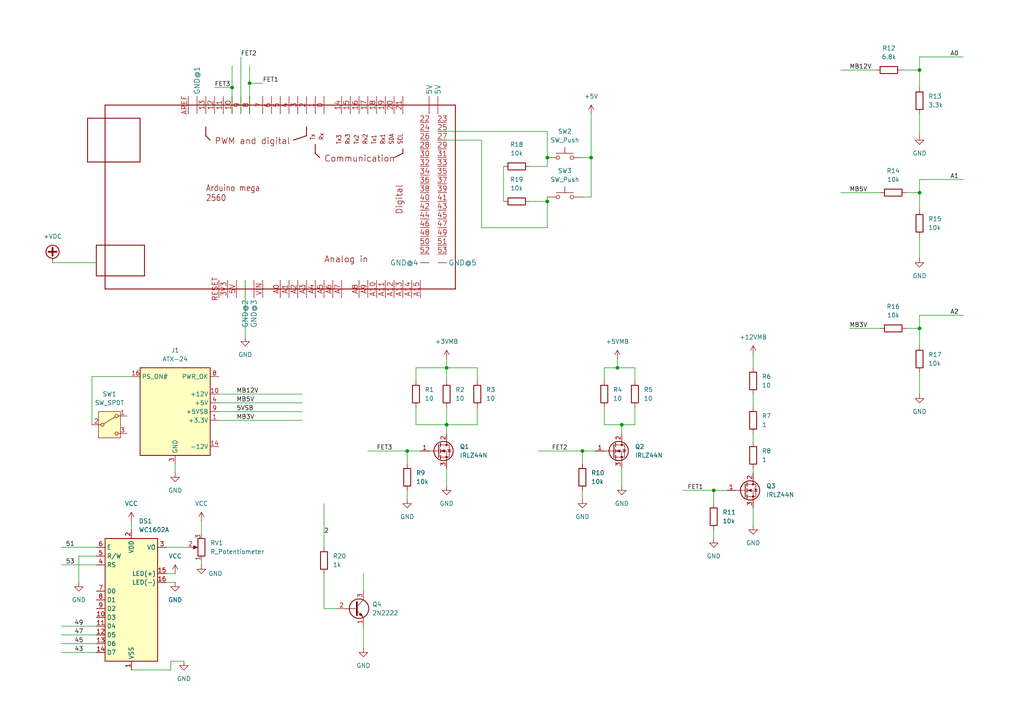
<source format=kicad_sch>
(kicad_sch
	(version 20250114)
	(generator "eeschema")
	(generator_version "9.0")
	(uuid "4ee4ee93-46dc-4648-bded-940633cbe0c9")
	(paper "A4")
	(title_block
		(title "PSU Tester")
		(date "2025-11-09")
		(rev "1.0")
		(company "CS 3651")
	)
	(lib_symbols
		(symbol "ArduinoMegaSymbol:MEGA_DEVICE"
			(exclude_from_sim no)
			(in_bom yes)
			(on_board yes)
			(property "Reference" "1"
				(at 0 0 0)
				(effects
					(font
						(size 1.27 1.27)
					)
					(hide yes)
				)
			)
			(property "Value" "~"
				(at 0 0 0)
				(effects
					(font
						(size 1.27 1.27)
					)
					(hide yes)
				)
			)
			(property "Footprint" "ArduinoMegaSymbol:MEGABOX"
				(at 0 0 0)
				(effects
					(font
						(size 1.27 1.27)
					)
					(hide yes)
				)
			)
			(property "Datasheet" ""
				(at 0 0 0)
				(effects
					(font
						(size 1.27 1.27)
					)
					(hide yes)
				)
			)
			(property "Description" "mega card as device"
				(at 0 0 0)
				(effects
					(font
						(size 1.27 1.27)
					)
					(hide yes)
				)
			)
			(property "ki_locked" ""
				(at 0 0 0)
				(effects
					(font
						(size 1.27 1.27)
					)
				)
			)
			(symbol "MEGA_DEVICE_1_0"
				(polyline
					(pts
						(xy -55.88 22.86) (xy -40.64 22.86)
					)
					(stroke
						(width 0.254)
						(type solid)
					)
					(fill
						(type none)
					)
				)
				(polyline
					(pts
						(xy -55.88 10.16) (xy -55.88 22.86)
					)
					(stroke
						(width 0.254)
						(type solid)
					)
					(fill
						(type none)
					)
				)
				(polyline
					(pts
						(xy -53.34 -13.97) (xy -39.37 -13.97)
					)
					(stroke
						(width 0.254)
						(type solid)
					)
					(fill
						(type none)
					)
				)
				(polyline
					(pts
						(xy -53.34 -22.86) (xy -53.34 -13.97)
					)
					(stroke
						(width 0.254)
						(type solid)
					)
					(fill
						(type none)
					)
				)
				(polyline
					(pts
						(xy -50.8 26.67) (xy 50.8 26.67)
					)
					(stroke
						(width 0.254)
						(type solid)
					)
					(fill
						(type none)
					)
				)
				(polyline
					(pts
						(xy -50.8 -26.67) (xy -50.8 26.67)
					)
					(stroke
						(width 0.254)
						(type solid)
					)
					(fill
						(type none)
					)
				)
				(polyline
					(pts
						(xy -40.64 22.86) (xy -40.64 10.16)
					)
					(stroke
						(width 0.254)
						(type solid)
					)
					(fill
						(type none)
					)
				)
				(polyline
					(pts
						(xy -40.64 10.16) (xy -55.88 10.16)
					)
					(stroke
						(width 0.254)
						(type solid)
					)
					(fill
						(type none)
					)
				)
				(polyline
					(pts
						(xy -39.37 -13.97) (xy -39.37 -22.86)
					)
					(stroke
						(width 0.254)
						(type solid)
					)
					(fill
						(type none)
					)
				)
				(polyline
					(pts
						(xy -39.37 -22.86) (xy -53.34 -22.86)
					)
					(stroke
						(width 0.254)
						(type solid)
					)
					(fill
						(type none)
					)
				)
				(polyline
					(pts
						(xy -21.59 20.32) (xy -21.59 17.78)
					)
					(stroke
						(width 0.254)
						(type solid)
					)
					(fill
						(type none)
					)
				)
				(polyline
					(pts
						(xy -20.32 16.51) (xy -21.59 17.78)
					)
					(stroke
						(width 0.254)
						(type solid)
					)
					(fill
						(type none)
					)
				)
				(polyline
					(pts
						(xy 7.62 20.32) (xy 7.62 17.78)
					)
					(stroke
						(width 0.254)
						(type solid)
					)
					(fill
						(type none)
					)
				)
				(polyline
					(pts
						(xy 7.62 17.78) (xy 3.81 16.51)
					)
					(stroke
						(width 0.254)
						(type solid)
					)
					(fill
						(type none)
					)
				)
				(polyline
					(pts
						(xy 10.16 15.24) (xy 10.16 12.7)
					)
					(stroke
						(width 0.254)
						(type solid)
					)
					(fill
						(type none)
					)
				)
				(polyline
					(pts
						(xy 10.16 12.7) (xy 11.43 11.43)
					)
					(stroke
						(width 0.254)
						(type solid)
					)
					(fill
						(type none)
					)
				)
				(polyline
					(pts
						(xy 35.56 13.97) (xy 35.56 12.7)
					)
					(stroke
						(width 0.254)
						(type solid)
					)
					(fill
						(type none)
					)
				)
				(polyline
					(pts
						(xy 35.56 12.7) (xy 33.02 11.43)
					)
					(stroke
						(width 0.254)
						(type solid)
					)
					(fill
						(type none)
					)
				)
				(polyline
					(pts
						(xy 50.8 26.67) (xy 50.8 -26.67)
					)
					(stroke
						(width 0.254)
						(type solid)
					)
					(fill
						(type none)
					)
				)
				(polyline
					(pts
						(xy 50.8 -26.67) (xy -50.8 -26.67)
					)
					(stroke
						(width 0.254)
						(type solid)
					)
					(fill
						(type none)
					)
				)
				(text "Arduino mega\n2560"
					(at -21.59 -1.27 0)
					(effects
						(font
							(size 1.778 1.5113)
						)
						(justify left bottom)
					)
				)
				(text "PWM and digital"
					(at -19.05 15.24 0)
					(effects
						(font
							(size 1.778 1.778)
						)
						(justify left bottom)
					)
				)
				(text "Tx"
					(at 10.16 16.51 900)
					(effects
						(font
							(size 1.27 1.0795)
						)
						(justify left bottom)
					)
				)
				(text "Rx"
					(at 12.7 16.51 900)
					(effects
						(font
							(size 1.27 1.0795)
						)
						(justify left bottom)
					)
				)
				(text "Communication"
					(at 12.7 10.16 0)
					(effects
						(font
							(size 1.778 1.778)
						)
						(justify left bottom)
					)
				)
				(text "Analog in"
					(at 12.7 -19.05 0)
					(effects
						(font
							(size 1.778 1.778)
						)
						(justify left bottom)
					)
				)
				(text "Tx3"
					(at 17.78 15.24 900)
					(effects
						(font
							(size 1.27 1.0795)
						)
						(justify left bottom)
					)
				)
				(text "Rx3"
					(at 20.32 15.24 900)
					(effects
						(font
							(size 1.27 1.0795)
						)
						(justify left bottom)
					)
				)
				(text "Tx2"
					(at 22.86 15.24 900)
					(effects
						(font
							(size 1.27 1.0795)
						)
						(justify left bottom)
					)
				)
				(text "Rx2"
					(at 25.4 15.24 900)
					(effects
						(font
							(size 1.27 1.0795)
						)
						(justify left bottom)
					)
				)
				(text "Tx1"
					(at 27.94 15.24 900)
					(effects
						(font
							(size 1.27 1.0795)
						)
						(justify left bottom)
					)
				)
				(text "Rx1"
					(at 30.48 15.24 900)
					(effects
						(font
							(size 1.27 1.0795)
						)
						(justify left bottom)
					)
				)
				(text "SDA"
					(at 33.02 15.24 900)
					(effects
						(font
							(size 1.27 1.0795)
						)
						(justify left bottom)
					)
				)
				(text "SCL"
					(at 35.56 15.24 900)
					(effects
						(font
							(size 1.27 1.0795)
						)
						(justify left bottom)
					)
				)
				(text "Digital"
					(at 35.56 -5.08 900)
					(effects
						(font
							(size 1.778 1.778)
						)
						(justify left bottom)
					)
				)
				(pin bidirectional line
					(at -26.67 24.13 90)
					(length 5.08)
					(name "AREF"
						(effects
							(font
								(size 0 0)
							)
						)
					)
					(number "AREF"
						(effects
							(font
								(size 1.524 1.524)
							)
						)
					)
				)
				(pin bidirectional line
					(at -24.13 24.13 90)
					(length 5.08)
					(name "GND@1"
						(effects
							(font
								(size 1.524 1.524)
							)
						)
					)
					(number "GND@1"
						(effects
							(font
								(size 0 0)
							)
						)
					)
				)
				(pin bidirectional line
					(at -21.59 24.13 90)
					(length 5.08)
					(name "13"
						(effects
							(font
								(size 0 0)
							)
						)
					)
					(number "13"
						(effects
							(font
								(size 1.524 1.524)
							)
						)
					)
				)
				(pin bidirectional line
					(at -19.05 24.13 90)
					(length 5.08)
					(name "12"
						(effects
							(font
								(size 0 0)
							)
						)
					)
					(number "12"
						(effects
							(font
								(size 1.524 1.524)
							)
						)
					)
				)
				(pin bidirectional line
					(at -17.78 -24.13 270)
					(length 5.08)
					(name "RESET"
						(effects
							(font
								(size 0 0)
							)
						)
					)
					(number "RESET"
						(effects
							(font
								(size 1.524 1.524)
							)
						)
					)
				)
				(pin bidirectional line
					(at -16.51 24.13 90)
					(length 5.08)
					(name "11"
						(effects
							(font
								(size 0 0)
							)
						)
					)
					(number "11"
						(effects
							(font
								(size 1.524 1.524)
							)
						)
					)
				)
				(pin bidirectional line
					(at -15.24 -24.13 270)
					(length 5.08)
					(name "3V3"
						(effects
							(font
								(size 0 0)
							)
						)
					)
					(number "3V3"
						(effects
							(font
								(size 1.524 1.524)
							)
						)
					)
				)
				(pin bidirectional line
					(at -13.97 24.13 90)
					(length 5.08)
					(name "10"
						(effects
							(font
								(size 0 0)
							)
						)
					)
					(number "10"
						(effects
							(font
								(size 1.524 1.524)
							)
						)
					)
				)
				(pin bidirectional line
					(at -12.7 -24.13 270)
					(length 5.08)
					(name "5V"
						(effects
							(font
								(size 0 0)
							)
						)
					)
					(number "5V"
						(effects
							(font
								(size 1.524 1.524)
							)
						)
					)
				)
				(pin bidirectional line
					(at -11.43 24.13 90)
					(length 5.08)
					(name "9"
						(effects
							(font
								(size 0 0)
							)
						)
					)
					(number "9"
						(effects
							(font
								(size 1.524 1.524)
							)
						)
					)
				)
				(pin bidirectional line
					(at -10.16 -24.13 270)
					(length 5.08)
					(name "GND@2"
						(effects
							(font
								(size 1.524 1.524)
							)
						)
					)
					(number "GND@2"
						(effects
							(font
								(size 0 0)
							)
						)
					)
				)
				(pin bidirectional line
					(at -8.89 24.13 90)
					(length 5.08)
					(name "8"
						(effects
							(font
								(size 0 0)
							)
						)
					)
					(number "8"
						(effects
							(font
								(size 1.524 1.524)
							)
						)
					)
				)
				(pin bidirectional line
					(at -7.62 -24.13 270)
					(length 5.08)
					(name "GND@3"
						(effects
							(font
								(size 1.524 1.524)
							)
						)
					)
					(number "GND@3"
						(effects
							(font
								(size 0 0)
							)
						)
					)
				)
				(pin bidirectional line
					(at -5.08 24.13 90)
					(length 5.08)
					(name "7"
						(effects
							(font
								(size 0 0)
							)
						)
					)
					(number "7"
						(effects
							(font
								(size 1.524 1.524)
							)
						)
					)
				)
				(pin bidirectional line
					(at -5.08 -24.13 270)
					(length 5.08)
					(name "VIN"
						(effects
							(font
								(size 0 0)
							)
						)
					)
					(number "VIN"
						(effects
							(font
								(size 1.524 1.524)
							)
						)
					)
				)
				(pin bidirectional line
					(at -2.54 24.13 90)
					(length 5.08)
					(name "6"
						(effects
							(font
								(size 0 0)
							)
						)
					)
					(number "6"
						(effects
							(font
								(size 1.524 1.524)
							)
						)
					)
				)
				(pin bidirectional line
					(at 0 24.13 90)
					(length 5.08)
					(name "5"
						(effects
							(font
								(size 0 0)
							)
						)
					)
					(number "5"
						(effects
							(font
								(size 1.524 1.524)
							)
						)
					)
				)
				(pin bidirectional line
					(at 0 -24.13 270)
					(length 5.08)
					(name "A0"
						(effects
							(font
								(size 0 0)
							)
						)
					)
					(number "A0"
						(effects
							(font
								(size 1.524 1.524)
							)
						)
					)
				)
				(pin bidirectional line
					(at 2.54 24.13 90)
					(length 5.08)
					(name "4"
						(effects
							(font
								(size 0 0)
							)
						)
					)
					(number "4"
						(effects
							(font
								(size 1.524 1.524)
							)
						)
					)
				)
				(pin bidirectional line
					(at 2.54 -24.13 270)
					(length 5.08)
					(name "A1"
						(effects
							(font
								(size 0 0)
							)
						)
					)
					(number "A1"
						(effects
							(font
								(size 1.524 1.524)
							)
						)
					)
				)
				(pin bidirectional line
					(at 5.08 24.13 90)
					(length 5.08)
					(name "3"
						(effects
							(font
								(size 0 0)
							)
						)
					)
					(number "3"
						(effects
							(font
								(size 1.524 1.524)
							)
						)
					)
				)
				(pin bidirectional line
					(at 5.08 -24.13 270)
					(length 5.08)
					(name "A2"
						(effects
							(font
								(size 0 0)
							)
						)
					)
					(number "A2"
						(effects
							(font
								(size 1.524 1.524)
							)
						)
					)
				)
				(pin bidirectional line
					(at 7.62 24.13 90)
					(length 5.08)
					(name "2"
						(effects
							(font
								(size 0 0)
							)
						)
					)
					(number "2"
						(effects
							(font
								(size 1.524 1.524)
							)
						)
					)
				)
				(pin bidirectional line
					(at 7.62 -24.13 270)
					(length 5.08)
					(name "A3"
						(effects
							(font
								(size 0 0)
							)
						)
					)
					(number "A3"
						(effects
							(font
								(size 1.524 1.524)
							)
						)
					)
				)
				(pin bidirectional line
					(at 10.16 24.13 90)
					(length 5.08)
					(name "1"
						(effects
							(font
								(size 0 0)
							)
						)
					)
					(number "1"
						(effects
							(font
								(size 1.524 1.524)
							)
						)
					)
				)
				(pin bidirectional line
					(at 10.16 -24.13 270)
					(length 5.08)
					(name "A4"
						(effects
							(font
								(size 0 0)
							)
						)
					)
					(number "A4"
						(effects
							(font
								(size 1.524 1.524)
							)
						)
					)
				)
				(pin bidirectional line
					(at 12.7 24.13 90)
					(length 5.08)
					(name "0"
						(effects
							(font
								(size 0 0)
							)
						)
					)
					(number "0"
						(effects
							(font
								(size 1.524 1.524)
							)
						)
					)
				)
				(pin bidirectional line
					(at 12.7 -24.13 270)
					(length 5.08)
					(name "A5"
						(effects
							(font
								(size 0 0)
							)
						)
					)
					(number "A5"
						(effects
							(font
								(size 1.524 1.524)
							)
						)
					)
				)
				(pin bidirectional line
					(at 15.24 -24.13 270)
					(length 5.08)
					(name "A6"
						(effects
							(font
								(size 0 0)
							)
						)
					)
					(number "A6"
						(effects
							(font
								(size 1.524 1.524)
							)
						)
					)
				)
				(pin bidirectional line
					(at 17.78 24.13 90)
					(length 5.08)
					(name "14"
						(effects
							(font
								(size 0 0)
							)
						)
					)
					(number "14"
						(effects
							(font
								(size 1.524 1.524)
							)
						)
					)
				)
				(pin bidirectional line
					(at 17.78 -24.13 270)
					(length 5.08)
					(name "A7"
						(effects
							(font
								(size 0 0)
							)
						)
					)
					(number "A7"
						(effects
							(font
								(size 1.524 1.524)
							)
						)
					)
				)
				(pin bidirectional line
					(at 20.32 24.13 90)
					(length 5.08)
					(name "15"
						(effects
							(font
								(size 0 0)
							)
						)
					)
					(number "15"
						(effects
							(font
								(size 1.524 1.524)
							)
						)
					)
				)
				(pin bidirectional line
					(at 22.86 24.13 90)
					(length 5.08)
					(name "16"
						(effects
							(font
								(size 0 0)
							)
						)
					)
					(number "16"
						(effects
							(font
								(size 1.524 1.524)
							)
						)
					)
				)
				(pin bidirectional line
					(at 22.86 -24.13 270)
					(length 5.08)
					(name "A8"
						(effects
							(font
								(size 0 0)
							)
						)
					)
					(number "A8"
						(effects
							(font
								(size 1.524 1.524)
							)
						)
					)
				)
				(pin bidirectional line
					(at 25.4 24.13 90)
					(length 5.08)
					(name "17"
						(effects
							(font
								(size 0 0)
							)
						)
					)
					(number "17"
						(effects
							(font
								(size 1.524 1.524)
							)
						)
					)
				)
				(pin bidirectional line
					(at 25.4 -24.13 270)
					(length 5.08)
					(name "A9"
						(effects
							(font
								(size 0 0)
							)
						)
					)
					(number "A9"
						(effects
							(font
								(size 1.524 1.524)
							)
						)
					)
				)
				(pin bidirectional line
					(at 27.94 24.13 90)
					(length 5.08)
					(name "18"
						(effects
							(font
								(size 0 0)
							)
						)
					)
					(number "18"
						(effects
							(font
								(size 1.524 1.524)
							)
						)
					)
				)
				(pin bidirectional line
					(at 27.94 -24.13 270)
					(length 5.08)
					(name "A10"
						(effects
							(font
								(size 0 0)
							)
						)
					)
					(number "A10"
						(effects
							(font
								(size 1.524 1.524)
							)
						)
					)
				)
				(pin bidirectional line
					(at 30.48 24.13 90)
					(length 5.08)
					(name "19"
						(effects
							(font
								(size 0 0)
							)
						)
					)
					(number "19"
						(effects
							(font
								(size 1.524 1.524)
							)
						)
					)
				)
				(pin bidirectional line
					(at 30.48 -24.13 270)
					(length 5.08)
					(name "A11"
						(effects
							(font
								(size 0 0)
							)
						)
					)
					(number "A11"
						(effects
							(font
								(size 1.524 1.524)
							)
						)
					)
				)
				(pin bidirectional line
					(at 33.02 24.13 90)
					(length 5.08)
					(name "20"
						(effects
							(font
								(size 0 0)
							)
						)
					)
					(number "20"
						(effects
							(font
								(size 1.524 1.524)
							)
						)
					)
				)
				(pin bidirectional line
					(at 33.02 -24.13 270)
					(length 5.08)
					(name "A12"
						(effects
							(font
								(size 0 0)
							)
						)
					)
					(number "A12"
						(effects
							(font
								(size 1.524 1.524)
							)
						)
					)
				)
				(pin bidirectional line
					(at 35.56 24.13 90)
					(length 5.08)
					(name "21"
						(effects
							(font
								(size 0 0)
							)
						)
					)
					(number "21"
						(effects
							(font
								(size 1.524 1.524)
							)
						)
					)
				)
				(pin bidirectional line
					(at 35.56 -24.13 270)
					(length 5.08)
					(name "A13"
						(effects
							(font
								(size 0 0)
							)
						)
					)
					(number "A13"
						(effects
							(font
								(size 1.524 1.524)
							)
						)
					)
				)
				(pin bidirectional line
					(at 38.1 -24.13 270)
					(length 5.08)
					(name "A14"
						(effects
							(font
								(size 0 0)
							)
						)
					)
					(number "A14"
						(effects
							(font
								(size 1.524 1.524)
							)
						)
					)
				)
				(pin bidirectional line
					(at 40.64 -24.13 270)
					(length 5.08)
					(name "A15"
						(effects
							(font
								(size 0 0)
							)
						)
					)
					(number "A15"
						(effects
							(font
								(size 1.524 1.524)
							)
						)
					)
				)
				(pin bidirectional line
					(at 43.18 24.13 90)
					(length 5.08)
					(name "5V"
						(effects
							(font
								(size 1.524 1.524)
							)
						)
					)
					(number "5V"
						(effects
							(font
								(size 0 0)
							)
						)
					)
				)
				(pin bidirectional line
					(at 43.18 21.59 180)
					(length 2.54)
					(name "22"
						(effects
							(font
								(size 0 0)
							)
						)
					)
					(number "22"
						(effects
							(font
								(size 1.524 1.524)
							)
						)
					)
				)
				(pin bidirectional line
					(at 43.18 19.05 180)
					(length 2.54)
					(name "24"
						(effects
							(font
								(size 0 0)
							)
						)
					)
					(number "24"
						(effects
							(font
								(size 1.524 1.524)
							)
						)
					)
				)
				(pin bidirectional line
					(at 43.18 16.51 180)
					(length 2.54)
					(name "26"
						(effects
							(font
								(size 0 0)
							)
						)
					)
					(number "26"
						(effects
							(font
								(size 1.524 1.524)
							)
						)
					)
				)
				(pin bidirectional line
					(at 43.18 13.97 180)
					(length 2.54)
					(name "28"
						(effects
							(font
								(size 0 0)
							)
						)
					)
					(number "28"
						(effects
							(font
								(size 1.524 1.524)
							)
						)
					)
				)
				(pin bidirectional line
					(at 43.18 11.43 180)
					(length 2.54)
					(name "30"
						(effects
							(font
								(size 0 0)
							)
						)
					)
					(number "30"
						(effects
							(font
								(size 1.524 1.524)
							)
						)
					)
				)
				(pin bidirectional line
					(at 43.18 8.89 180)
					(length 2.54)
					(name "32"
						(effects
							(font
								(size 0 0)
							)
						)
					)
					(number "32"
						(effects
							(font
								(size 1.524 1.524)
							)
						)
					)
				)
				(pin bidirectional line
					(at 43.18 6.35 180)
					(length 2.54)
					(name "34"
						(effects
							(font
								(size 0 0)
							)
						)
					)
					(number "34"
						(effects
							(font
								(size 1.524 1.524)
							)
						)
					)
				)
				(pin bidirectional line
					(at 43.18 3.81 180)
					(length 2.54)
					(name "36"
						(effects
							(font
								(size 0 0)
							)
						)
					)
					(number "36"
						(effects
							(font
								(size 1.524 1.524)
							)
						)
					)
				)
				(pin bidirectional line
					(at 43.18 1.27 180)
					(length 2.54)
					(name "38"
						(effects
							(font
								(size 0 0)
							)
						)
					)
					(number "38"
						(effects
							(font
								(size 1.524 1.524)
							)
						)
					)
				)
				(pin bidirectional line
					(at 43.18 -1.27 180)
					(length 2.54)
					(name "40"
						(effects
							(font
								(size 0 0)
							)
						)
					)
					(number "40"
						(effects
							(font
								(size 1.524 1.524)
							)
						)
					)
				)
				(pin bidirectional line
					(at 43.18 -3.81 180)
					(length 2.54)
					(name "42"
						(effects
							(font
								(size 0 0)
							)
						)
					)
					(number "42"
						(effects
							(font
								(size 1.524 1.524)
							)
						)
					)
				)
				(pin bidirectional line
					(at 43.18 -6.35 180)
					(length 2.54)
					(name "44"
						(effects
							(font
								(size 0 0)
							)
						)
					)
					(number "44"
						(effects
							(font
								(size 1.524 1.524)
							)
						)
					)
				)
				(pin bidirectional line
					(at 43.18 -8.89 180)
					(length 2.54)
					(name "46"
						(effects
							(font
								(size 0 0)
							)
						)
					)
					(number "46"
						(effects
							(font
								(size 1.524 1.524)
							)
						)
					)
				)
				(pin bidirectional line
					(at 43.18 -11.43 180)
					(length 2.54)
					(name "48"
						(effects
							(font
								(size 0 0)
							)
						)
					)
					(number "48"
						(effects
							(font
								(size 1.524 1.524)
							)
						)
					)
				)
				(pin bidirectional line
					(at 43.18 -13.97 180)
					(length 2.54)
					(name "50"
						(effects
							(font
								(size 0 0)
							)
						)
					)
					(number "50"
						(effects
							(font
								(size 1.524 1.524)
							)
						)
					)
				)
				(pin bidirectional line
					(at 43.18 -16.51 180)
					(length 2.54)
					(name "52"
						(effects
							(font
								(size 0 0)
							)
						)
					)
					(number "52"
						(effects
							(font
								(size 1.524 1.524)
							)
						)
					)
				)
				(pin bidirectional line
					(at 43.18 -19.05 180)
					(length 2.54)
					(name "GND@4"
						(effects
							(font
								(size 1.524 1.524)
							)
						)
					)
					(number "GND@4"
						(effects
							(font
								(size 0 0)
							)
						)
					)
				)
				(pin bidirectional line
					(at 45.72 24.13 90)
					(length 5.08)
					(name "5V"
						(effects
							(font
								(size 1.524 1.524)
							)
						)
					)
					(number "5V"
						(effects
							(font
								(size 0 0)
							)
						)
					)
				)
				(pin bidirectional line
					(at 45.72 21.59 0)
					(length 2.54)
					(name "23"
						(effects
							(font
								(size 0 0)
							)
						)
					)
					(number "23"
						(effects
							(font
								(size 1.524 1.524)
							)
						)
					)
				)
				(pin bidirectional line
					(at 45.72 19.05 0)
					(length 2.54)
					(name "25"
						(effects
							(font
								(size 0 0)
							)
						)
					)
					(number "25"
						(effects
							(font
								(size 1.524 1.524)
							)
						)
					)
				)
				(pin bidirectional line
					(at 45.72 16.51 0)
					(length 2.54)
					(name "27"
						(effects
							(font
								(size 0 0)
							)
						)
					)
					(number "27"
						(effects
							(font
								(size 1.524 1.524)
							)
						)
					)
				)
				(pin bidirectional line
					(at 45.72 13.97 0)
					(length 2.54)
					(name "29"
						(effects
							(font
								(size 0 0)
							)
						)
					)
					(number "29"
						(effects
							(font
								(size 1.524 1.524)
							)
						)
					)
				)
				(pin bidirectional line
					(at 45.72 11.43 0)
					(length 2.54)
					(name "31"
						(effects
							(font
								(size 0 0)
							)
						)
					)
					(number "31"
						(effects
							(font
								(size 1.524 1.524)
							)
						)
					)
				)
				(pin bidirectional line
					(at 45.72 8.89 0)
					(length 2.54)
					(name "33"
						(effects
							(font
								(size 0 0)
							)
						)
					)
					(number "33"
						(effects
							(font
								(size 1.524 1.524)
							)
						)
					)
				)
				(pin bidirectional line
					(at 45.72 6.35 0)
					(length 2.54)
					(name "35"
						(effects
							(font
								(size 0 0)
							)
						)
					)
					(number "35"
						(effects
							(font
								(size 1.524 1.524)
							)
						)
					)
				)
				(pin bidirectional line
					(at 45.72 3.81 0)
					(length 2.54)
					(name "37"
						(effects
							(font
								(size 0 0)
							)
						)
					)
					(number "37"
						(effects
							(font
								(size 1.524 1.524)
							)
						)
					)
				)
				(pin bidirectional line
					(at 45.72 1.27 0)
					(length 2.54)
					(name "39"
						(effects
							(font
								(size 0 0)
							)
						)
					)
					(number "39"
						(effects
							(font
								(size 1.524 1.524)
							)
						)
					)
				)
				(pin bidirectional line
					(at 45.72 -1.27 0)
					(length 2.54)
					(name "41"
						(effects
							(font
								(size 0 0)
							)
						)
					)
					(number "41"
						(effects
							(font
								(size 1.524 1.524)
							)
						)
					)
				)
				(pin bidirectional line
					(at 45.72 -3.81 0)
					(length 2.54)
					(name "43"
						(effects
							(font
								(size 0 0)
							)
						)
					)
					(number "43"
						(effects
							(font
								(size 1.524 1.524)
							)
						)
					)
				)
				(pin bidirectional line
					(at 45.72 -6.35 0)
					(length 2.54)
					(name "45"
						(effects
							(font
								(size 0 0)
							)
						)
					)
					(number "45"
						(effects
							(font
								(size 1.524 1.524)
							)
						)
					)
				)
				(pin bidirectional line
					(at 45.72 -8.89 0)
					(length 2.54)
					(name "47"
						(effects
							(font
								(size 0 0)
							)
						)
					)
					(number "47"
						(effects
							(font
								(size 1.524 1.524)
							)
						)
					)
				)
				(pin bidirectional line
					(at 45.72 -11.43 0)
					(length 2.54)
					(name "49"
						(effects
							(font
								(size 0 0)
							)
						)
					)
					(number "49"
						(effects
							(font
								(size 1.524 1.524)
							)
						)
					)
				)
				(pin bidirectional line
					(at 45.72 -13.97 0)
					(length 2.54)
					(name "51"
						(effects
							(font
								(size 0 0)
							)
						)
					)
					(number "51"
						(effects
							(font
								(size 1.524 1.524)
							)
						)
					)
				)
				(pin bidirectional line
					(at 45.72 -16.51 0)
					(length 2.54)
					(name "53"
						(effects
							(font
								(size 0 0)
							)
						)
					)
					(number "53"
						(effects
							(font
								(size 1.524 1.524)
							)
						)
					)
				)
				(pin bidirectional line
					(at 45.72 -19.05 0)
					(length 2.54)
					(name "GND@5"
						(effects
							(font
								(size 1.524 1.524)
							)
						)
					)
					(number "GND@5"
						(effects
							(font
								(size 0 0)
							)
						)
					)
				)
			)
			(embedded_fonts no)
		)
		(symbol "Connector:ATX-24"
			(exclude_from_sim no)
			(in_bom yes)
			(on_board yes)
			(property "Reference" "J"
				(at -8.89 13.97 0)
				(effects
					(font
						(size 1.27 1.27)
					)
				)
			)
			(property "Value" "ATX-24"
				(at 6.35 13.97 0)
				(effects
					(font
						(size 1.27 1.27)
					)
				)
			)
			(property "Footprint" ""
				(at 0 -2.54 0)
				(effects
					(font
						(size 1.27 1.27)
					)
					(hide yes)
				)
			)
			(property "Datasheet" "https://www.intel.com/content/dam/www/public/us/en/documents/guides/power-supply-design-guide-june.pdf#page=33"
				(at 60.96 -13.97 0)
				(effects
					(font
						(size 1.27 1.27)
					)
					(hide yes)
				)
			)
			(property "Description" "ATX Power supply 24pins"
				(at 0 0 0)
				(effects
					(font
						(size 1.27 1.27)
					)
					(hide yes)
				)
			)
			(property "ki_keywords" "ATX PSU"
				(at 0 0 0)
				(effects
					(font
						(size 1.27 1.27)
					)
					(hide yes)
				)
			)
			(property "ki_fp_filters" "*Mini?Fit*2x12*Vertical* *Mini?Fit*2x12*Horizontal*"
				(at 0 0 0)
				(effects
					(font
						(size 1.27 1.27)
					)
					(hide yes)
				)
			)
			(symbol "ATX-24_0_1"
				(rectangle
					(start -10.16 12.7)
					(end 10.16 -12.7)
					(stroke
						(width 0.254)
						(type default)
					)
					(fill
						(type background)
					)
				)
			)
			(symbol "ATX-24_1_1"
				(pin open_collector line
					(at -12.7 10.16 0)
					(length 2.54)
					(name "PS_ON#"
						(effects
							(font
								(size 1.27 1.27)
							)
						)
					)
					(number "16"
						(effects
							(font
								(size 1.27 1.27)
							)
						)
					)
				)
				(pin no_connect line
					(at -10.16 0 0)
					(length 2.54)
					(hide yes)
					(name "NC"
						(effects
							(font
								(size 1.27 1.27)
							)
						)
					)
					(number "20"
						(effects
							(font
								(size 1.27 1.27)
							)
						)
					)
				)
				(pin passive line
					(at 0 -15.24 90)
					(length 2.54)
					(hide yes)
					(name "GND"
						(effects
							(font
								(size 1.27 1.27)
							)
						)
					)
					(number "15"
						(effects
							(font
								(size 1.27 1.27)
							)
						)
					)
				)
				(pin passive line
					(at 0 -15.24 90)
					(length 2.54)
					(hide yes)
					(name "GND"
						(effects
							(font
								(size 1.27 1.27)
							)
						)
					)
					(number "17"
						(effects
							(font
								(size 1.27 1.27)
							)
						)
					)
				)
				(pin passive line
					(at 0 -15.24 90)
					(length 2.54)
					(hide yes)
					(name "GND"
						(effects
							(font
								(size 1.27 1.27)
							)
						)
					)
					(number "18"
						(effects
							(font
								(size 1.27 1.27)
							)
						)
					)
				)
				(pin passive line
					(at 0 -15.24 90)
					(length 2.54)
					(hide yes)
					(name "GND"
						(effects
							(font
								(size 1.27 1.27)
							)
						)
					)
					(number "19"
						(effects
							(font
								(size 1.27 1.27)
							)
						)
					)
				)
				(pin passive line
					(at 0 -15.24 90)
					(length 2.54)
					(hide yes)
					(name "GND"
						(effects
							(font
								(size 1.27 1.27)
							)
						)
					)
					(number "24"
						(effects
							(font
								(size 1.27 1.27)
							)
						)
					)
				)
				(pin power_out line
					(at 0 -15.24 90)
					(length 2.54)
					(name "GND"
						(effects
							(font
								(size 1.27 1.27)
							)
						)
					)
					(number "3"
						(effects
							(font
								(size 1.27 1.27)
							)
						)
					)
				)
				(pin passive line
					(at 0 -15.24 90)
					(length 2.54)
					(hide yes)
					(name "GND"
						(effects
							(font
								(size 1.27 1.27)
							)
						)
					)
					(number "5"
						(effects
							(font
								(size 1.27 1.27)
							)
						)
					)
				)
				(pin passive line
					(at 0 -15.24 90)
					(length 2.54)
					(hide yes)
					(name "GND"
						(effects
							(font
								(size 1.27 1.27)
							)
						)
					)
					(number "7"
						(effects
							(font
								(size 1.27 1.27)
							)
						)
					)
				)
				(pin output line
					(at 12.7 10.16 180)
					(length 2.54)
					(name "PWR_OK"
						(effects
							(font
								(size 1.27 1.27)
							)
						)
					)
					(number "8"
						(effects
							(font
								(size 1.27 1.27)
							)
						)
					)
				)
				(pin power_out line
					(at 12.7 5.08 180)
					(length 2.54)
					(name "+12V"
						(effects
							(font
								(size 1.27 1.27)
							)
						)
					)
					(number "10"
						(effects
							(font
								(size 1.27 1.27)
							)
						)
					)
				)
				(pin passive line
					(at 12.7 5.08 180)
					(length 2.54)
					(hide yes)
					(name "+12V"
						(effects
							(font
								(size 1.27 1.27)
							)
						)
					)
					(number "11"
						(effects
							(font
								(size 1.27 1.27)
							)
						)
					)
				)
				(pin passive line
					(at 12.7 2.54 180)
					(length 2.54)
					(hide yes)
					(name "+5V"
						(effects
							(font
								(size 1.27 1.27)
							)
						)
					)
					(number "21"
						(effects
							(font
								(size 1.27 1.27)
							)
						)
					)
				)
				(pin passive line
					(at 12.7 2.54 180)
					(length 2.54)
					(hide yes)
					(name "+5V"
						(effects
							(font
								(size 1.27 1.27)
							)
						)
					)
					(number "22"
						(effects
							(font
								(size 1.27 1.27)
							)
						)
					)
				)
				(pin passive line
					(at 12.7 2.54 180)
					(length 2.54)
					(hide yes)
					(name "+5V"
						(effects
							(font
								(size 1.27 1.27)
							)
						)
					)
					(number "23"
						(effects
							(font
								(size 1.27 1.27)
							)
						)
					)
				)
				(pin power_out line
					(at 12.7 2.54 180)
					(length 2.54)
					(name "+5V"
						(effects
							(font
								(size 1.27 1.27)
							)
						)
					)
					(number "4"
						(effects
							(font
								(size 1.27 1.27)
							)
						)
					)
				)
				(pin passive line
					(at 12.7 2.54 180)
					(length 2.54)
					(hide yes)
					(name "+5V"
						(effects
							(font
								(size 1.27 1.27)
							)
						)
					)
					(number "6"
						(effects
							(font
								(size 1.27 1.27)
							)
						)
					)
				)
				(pin power_out line
					(at 12.7 0 180)
					(length 2.54)
					(name "+5VSB"
						(effects
							(font
								(size 1.27 1.27)
							)
						)
					)
					(number "9"
						(effects
							(font
								(size 1.27 1.27)
							)
						)
					)
				)
				(pin power_out line
					(at 12.7 -2.54 180)
					(length 2.54)
					(name "+3.3V"
						(effects
							(font
								(size 1.27 1.27)
							)
						)
					)
					(number "1"
						(effects
							(font
								(size 1.27 1.27)
							)
						)
					)
				)
				(pin passive line
					(at 12.7 -2.54 180)
					(length 2.54)
					(hide yes)
					(name "+3.3V"
						(effects
							(font
								(size 1.27 1.27)
							)
						)
					)
					(number "12"
						(effects
							(font
								(size 1.27 1.27)
							)
						)
					)
				)
				(pin passive line
					(at 12.7 -2.54 180)
					(length 2.54)
					(hide yes)
					(name "+3.3V"
						(effects
							(font
								(size 1.27 1.27)
							)
						)
					)
					(number "13"
						(effects
							(font
								(size 1.27 1.27)
							)
						)
					)
				)
				(pin passive line
					(at 12.7 -2.54 180)
					(length 2.54)
					(hide yes)
					(name "+3.3V"
						(effects
							(font
								(size 1.27 1.27)
							)
						)
					)
					(number "2"
						(effects
							(font
								(size 1.27 1.27)
							)
						)
					)
				)
				(pin power_out line
					(at 12.7 -10.16 180)
					(length 2.54)
					(name "-12V"
						(effects
							(font
								(size 1.27 1.27)
							)
						)
					)
					(number "14"
						(effects
							(font
								(size 1.27 1.27)
							)
						)
					)
				)
			)
			(embedded_fonts no)
		)
		(symbol "Device:R"
			(pin_numbers
				(hide yes)
			)
			(pin_names
				(offset 0)
			)
			(exclude_from_sim no)
			(in_bom yes)
			(on_board yes)
			(property "Reference" "R"
				(at 2.032 0 90)
				(effects
					(font
						(size 1.27 1.27)
					)
				)
			)
			(property "Value" "R"
				(at 0 0 90)
				(effects
					(font
						(size 1.27 1.27)
					)
				)
			)
			(property "Footprint" ""
				(at -1.778 0 90)
				(effects
					(font
						(size 1.27 1.27)
					)
					(hide yes)
				)
			)
			(property "Datasheet" "~"
				(at 0 0 0)
				(effects
					(font
						(size 1.27 1.27)
					)
					(hide yes)
				)
			)
			(property "Description" "Resistor"
				(at 0 0 0)
				(effects
					(font
						(size 1.27 1.27)
					)
					(hide yes)
				)
			)
			(property "ki_keywords" "R res resistor"
				(at 0 0 0)
				(effects
					(font
						(size 1.27 1.27)
					)
					(hide yes)
				)
			)
			(property "ki_fp_filters" "R_*"
				(at 0 0 0)
				(effects
					(font
						(size 1.27 1.27)
					)
					(hide yes)
				)
			)
			(symbol "R_0_1"
				(rectangle
					(start -1.016 -2.54)
					(end 1.016 2.54)
					(stroke
						(width 0.254)
						(type default)
					)
					(fill
						(type none)
					)
				)
			)
			(symbol "R_1_1"
				(pin passive line
					(at 0 3.81 270)
					(length 1.27)
					(name "~"
						(effects
							(font
								(size 1.27 1.27)
							)
						)
					)
					(number "1"
						(effects
							(font
								(size 1.27 1.27)
							)
						)
					)
				)
				(pin passive line
					(at 0 -3.81 90)
					(length 1.27)
					(name "~"
						(effects
							(font
								(size 1.27 1.27)
							)
						)
					)
					(number "2"
						(effects
							(font
								(size 1.27 1.27)
							)
						)
					)
				)
			)
			(embedded_fonts no)
		)
		(symbol "Device:R_Potentiometer"
			(pin_names
				(offset 1.016)
				(hide yes)
			)
			(exclude_from_sim no)
			(in_bom yes)
			(on_board yes)
			(property "Reference" "RV"
				(at -4.445 0 90)
				(effects
					(font
						(size 1.27 1.27)
					)
				)
			)
			(property "Value" "R_Potentiometer"
				(at -2.54 0 90)
				(effects
					(font
						(size 1.27 1.27)
					)
				)
			)
			(property "Footprint" ""
				(at 0 0 0)
				(effects
					(font
						(size 1.27 1.27)
					)
					(hide yes)
				)
			)
			(property "Datasheet" "~"
				(at 0 0 0)
				(effects
					(font
						(size 1.27 1.27)
					)
					(hide yes)
				)
			)
			(property "Description" "Potentiometer"
				(at 0 0 0)
				(effects
					(font
						(size 1.27 1.27)
					)
					(hide yes)
				)
			)
			(property "ki_keywords" "resistor variable"
				(at 0 0 0)
				(effects
					(font
						(size 1.27 1.27)
					)
					(hide yes)
				)
			)
			(property "ki_fp_filters" "Potentiometer*"
				(at 0 0 0)
				(effects
					(font
						(size 1.27 1.27)
					)
					(hide yes)
				)
			)
			(symbol "R_Potentiometer_0_1"
				(rectangle
					(start 1.016 2.54)
					(end -1.016 -2.54)
					(stroke
						(width 0.254)
						(type default)
					)
					(fill
						(type none)
					)
				)
				(polyline
					(pts
						(xy 1.143 0) (xy 2.286 0.508) (xy 2.286 -0.508) (xy 1.143 0)
					)
					(stroke
						(width 0)
						(type default)
					)
					(fill
						(type outline)
					)
				)
				(polyline
					(pts
						(xy 2.54 0) (xy 1.524 0)
					)
					(stroke
						(width 0)
						(type default)
					)
					(fill
						(type none)
					)
				)
			)
			(symbol "R_Potentiometer_1_1"
				(pin passive line
					(at 0 3.81 270)
					(length 1.27)
					(name "1"
						(effects
							(font
								(size 1.27 1.27)
							)
						)
					)
					(number "1"
						(effects
							(font
								(size 1.27 1.27)
							)
						)
					)
				)
				(pin passive line
					(at 0 -3.81 90)
					(length 1.27)
					(name "3"
						(effects
							(font
								(size 1.27 1.27)
							)
						)
					)
					(number "3"
						(effects
							(font
								(size 1.27 1.27)
							)
						)
					)
				)
				(pin passive line
					(at 3.81 0 180)
					(length 1.27)
					(name "2"
						(effects
							(font
								(size 1.27 1.27)
							)
						)
					)
					(number "2"
						(effects
							(font
								(size 1.27 1.27)
							)
						)
					)
				)
			)
			(embedded_fonts no)
		)
		(symbol "Display_Character:WC1602A"
			(exclude_from_sim no)
			(in_bom yes)
			(on_board yes)
			(property "Reference" "DS"
				(at -5.842 19.05 0)
				(effects
					(font
						(size 1.27 1.27)
					)
				)
			)
			(property "Value" "WC1602A"
				(at 5.334 19.05 0)
				(effects
					(font
						(size 1.27 1.27)
					)
				)
			)
			(property "Footprint" "Display:WC1602A"
				(at 0 -22.86 0)
				(effects
					(font
						(size 1.27 1.27)
						(italic yes)
					)
					(hide yes)
				)
			)
			(property "Datasheet" "http://www.wincomlcd.com/pdf/WC1602A-SFYLYHTC06.pdf"
				(at 17.78 0 0)
				(effects
					(font
						(size 1.27 1.27)
					)
					(hide yes)
				)
			)
			(property "Description" "LCD 16x2 Alphanumeric , 8 bit parallel bus, 5V VDD"
				(at 0 0 0)
				(effects
					(font
						(size 1.27 1.27)
					)
					(hide yes)
				)
			)
			(property "ki_keywords" "display LCD dot-matrix"
				(at 0 0 0)
				(effects
					(font
						(size 1.27 1.27)
					)
					(hide yes)
				)
			)
			(property "ki_fp_filters" "*WC*1602A*"
				(at 0 0 0)
				(effects
					(font
						(size 1.27 1.27)
					)
					(hide yes)
				)
			)
			(symbol "WC1602A_1_1"
				(rectangle
					(start -7.62 17.78)
					(end 7.62 -17.78)
					(stroke
						(width 0.254)
						(type default)
					)
					(fill
						(type background)
					)
				)
				(pin input line
					(at -10.16 15.24 0)
					(length 2.54)
					(name "E"
						(effects
							(font
								(size 1.27 1.27)
							)
						)
					)
					(number "6"
						(effects
							(font
								(size 1.27 1.27)
							)
						)
					)
				)
				(pin input line
					(at -10.16 12.7 0)
					(length 2.54)
					(name "R/W"
						(effects
							(font
								(size 1.27 1.27)
							)
						)
					)
					(number "5"
						(effects
							(font
								(size 1.27 1.27)
							)
						)
					)
				)
				(pin input line
					(at -10.16 10.16 0)
					(length 2.54)
					(name "RS"
						(effects
							(font
								(size 1.27 1.27)
							)
						)
					)
					(number "4"
						(effects
							(font
								(size 1.27 1.27)
							)
						)
					)
				)
				(pin input line
					(at -10.16 2.54 0)
					(length 2.54)
					(name "D0"
						(effects
							(font
								(size 1.27 1.27)
							)
						)
					)
					(number "7"
						(effects
							(font
								(size 1.27 1.27)
							)
						)
					)
				)
				(pin input line
					(at -10.16 0 0)
					(length 2.54)
					(name "D1"
						(effects
							(font
								(size 1.27 1.27)
							)
						)
					)
					(number "8"
						(effects
							(font
								(size 1.27 1.27)
							)
						)
					)
				)
				(pin input line
					(at -10.16 -2.54 0)
					(length 2.54)
					(name "D2"
						(effects
							(font
								(size 1.27 1.27)
							)
						)
					)
					(number "9"
						(effects
							(font
								(size 1.27 1.27)
							)
						)
					)
				)
				(pin input line
					(at -10.16 -5.08 0)
					(length 2.54)
					(name "D3"
						(effects
							(font
								(size 1.27 1.27)
							)
						)
					)
					(number "10"
						(effects
							(font
								(size 1.27 1.27)
							)
						)
					)
				)
				(pin input line
					(at -10.16 -7.62 0)
					(length 2.54)
					(name "D4"
						(effects
							(font
								(size 1.27 1.27)
							)
						)
					)
					(number "11"
						(effects
							(font
								(size 1.27 1.27)
							)
						)
					)
				)
				(pin input line
					(at -10.16 -10.16 0)
					(length 2.54)
					(name "D5"
						(effects
							(font
								(size 1.27 1.27)
							)
						)
					)
					(number "12"
						(effects
							(font
								(size 1.27 1.27)
							)
						)
					)
				)
				(pin input line
					(at -10.16 -12.7 0)
					(length 2.54)
					(name "D6"
						(effects
							(font
								(size 1.27 1.27)
							)
						)
					)
					(number "13"
						(effects
							(font
								(size 1.27 1.27)
							)
						)
					)
				)
				(pin input line
					(at -10.16 -15.24 0)
					(length 2.54)
					(name "D7"
						(effects
							(font
								(size 1.27 1.27)
							)
						)
					)
					(number "14"
						(effects
							(font
								(size 1.27 1.27)
							)
						)
					)
				)
				(pin power_in line
					(at 0 20.32 270)
					(length 2.54)
					(name "VDD"
						(effects
							(font
								(size 1.27 1.27)
							)
						)
					)
					(number "2"
						(effects
							(font
								(size 1.27 1.27)
							)
						)
					)
				)
				(pin power_in line
					(at 0 -20.32 90)
					(length 2.54)
					(name "VSS"
						(effects
							(font
								(size 1.27 1.27)
							)
						)
					)
					(number "1"
						(effects
							(font
								(size 1.27 1.27)
							)
						)
					)
				)
				(pin input line
					(at 10.16 15.24 180)
					(length 2.54)
					(name "VO"
						(effects
							(font
								(size 1.27 1.27)
							)
						)
					)
					(number "3"
						(effects
							(font
								(size 1.27 1.27)
							)
						)
					)
				)
				(pin power_in line
					(at 10.16 7.62 180)
					(length 2.54)
					(name "LED(+)"
						(effects
							(font
								(size 1.27 1.27)
							)
						)
					)
					(number "15"
						(effects
							(font
								(size 1.27 1.27)
							)
						)
					)
				)
				(pin power_in line
					(at 10.16 5.08 180)
					(length 2.54)
					(name "LED(-)"
						(effects
							(font
								(size 1.27 1.27)
							)
						)
					)
					(number "16"
						(effects
							(font
								(size 1.27 1.27)
							)
						)
					)
				)
			)
			(embedded_fonts no)
		)
		(symbol "Switch:SW_Push"
			(pin_numbers
				(hide yes)
			)
			(pin_names
				(offset 1.016)
				(hide yes)
			)
			(exclude_from_sim no)
			(in_bom yes)
			(on_board yes)
			(property "Reference" "SW"
				(at 1.27 2.54 0)
				(effects
					(font
						(size 1.27 1.27)
					)
					(justify left)
				)
			)
			(property "Value" "SW_Push"
				(at 0 -1.524 0)
				(effects
					(font
						(size 1.27 1.27)
					)
				)
			)
			(property "Footprint" ""
				(at 0 5.08 0)
				(effects
					(font
						(size 1.27 1.27)
					)
					(hide yes)
				)
			)
			(property "Datasheet" "~"
				(at 0 5.08 0)
				(effects
					(font
						(size 1.27 1.27)
					)
					(hide yes)
				)
			)
			(property "Description" "Push button switch, generic, two pins"
				(at 0 0 0)
				(effects
					(font
						(size 1.27 1.27)
					)
					(hide yes)
				)
			)
			(property "ki_keywords" "switch normally-open pushbutton push-button"
				(at 0 0 0)
				(effects
					(font
						(size 1.27 1.27)
					)
					(hide yes)
				)
			)
			(symbol "SW_Push_0_1"
				(circle
					(center -2.032 0)
					(radius 0.508)
					(stroke
						(width 0)
						(type default)
					)
					(fill
						(type none)
					)
				)
				(polyline
					(pts
						(xy 0 1.27) (xy 0 3.048)
					)
					(stroke
						(width 0)
						(type default)
					)
					(fill
						(type none)
					)
				)
				(circle
					(center 2.032 0)
					(radius 0.508)
					(stroke
						(width 0)
						(type default)
					)
					(fill
						(type none)
					)
				)
				(polyline
					(pts
						(xy 2.54 1.27) (xy -2.54 1.27)
					)
					(stroke
						(width 0)
						(type default)
					)
					(fill
						(type none)
					)
				)
				(pin passive line
					(at -5.08 0 0)
					(length 2.54)
					(name "1"
						(effects
							(font
								(size 1.27 1.27)
							)
						)
					)
					(number "1"
						(effects
							(font
								(size 1.27 1.27)
							)
						)
					)
				)
				(pin passive line
					(at 5.08 0 180)
					(length 2.54)
					(name "2"
						(effects
							(font
								(size 1.27 1.27)
							)
						)
					)
					(number "2"
						(effects
							(font
								(size 1.27 1.27)
							)
						)
					)
				)
			)
			(embedded_fonts no)
		)
		(symbol "Switch:SW_SPDT"
			(pin_names
				(offset 0)
				(hide yes)
			)
			(exclude_from_sim no)
			(in_bom yes)
			(on_board yes)
			(property "Reference" "SW"
				(at 0 5.08 0)
				(effects
					(font
						(size 1.27 1.27)
					)
				)
			)
			(property "Value" "SW_SPDT"
				(at 0 -5.08 0)
				(effects
					(font
						(size 1.27 1.27)
					)
				)
			)
			(property "Footprint" ""
				(at 0 0 0)
				(effects
					(font
						(size 1.27 1.27)
					)
					(hide yes)
				)
			)
			(property "Datasheet" "~"
				(at 0 -7.62 0)
				(effects
					(font
						(size 1.27 1.27)
					)
					(hide yes)
				)
			)
			(property "Description" "Switch, single pole double throw"
				(at 0 0 0)
				(effects
					(font
						(size 1.27 1.27)
					)
					(hide yes)
				)
			)
			(property "ki_keywords" "switch single-pole double-throw spdt ON-ON"
				(at 0 0 0)
				(effects
					(font
						(size 1.27 1.27)
					)
					(hide yes)
				)
			)
			(symbol "SW_SPDT_0_1"
				(circle
					(center -2.032 0)
					(radius 0.4572)
					(stroke
						(width 0)
						(type default)
					)
					(fill
						(type none)
					)
				)
				(polyline
					(pts
						(xy -1.651 0.254) (xy 1.651 2.286)
					)
					(stroke
						(width 0)
						(type default)
					)
					(fill
						(type none)
					)
				)
				(circle
					(center 2.032 2.54)
					(radius 0.4572)
					(stroke
						(width 0)
						(type default)
					)
					(fill
						(type none)
					)
				)
				(circle
					(center 2.032 -2.54)
					(radius 0.4572)
					(stroke
						(width 0)
						(type default)
					)
					(fill
						(type none)
					)
				)
			)
			(symbol "SW_SPDT_1_1"
				(rectangle
					(start -3.175 3.81)
					(end 3.175 -3.81)
					(stroke
						(width 0)
						(type default)
					)
					(fill
						(type background)
					)
				)
				(pin passive line
					(at -5.08 0 0)
					(length 2.54)
					(name "B"
						(effects
							(font
								(size 1.27 1.27)
							)
						)
					)
					(number "2"
						(effects
							(font
								(size 1.27 1.27)
							)
						)
					)
				)
				(pin passive line
					(at 5.08 2.54 180)
					(length 2.54)
					(name "A"
						(effects
							(font
								(size 1.27 1.27)
							)
						)
					)
					(number "1"
						(effects
							(font
								(size 1.27 1.27)
							)
						)
					)
				)
				(pin passive line
					(at 5.08 -2.54 180)
					(length 2.54)
					(name "C"
						(effects
							(font
								(size 1.27 1.27)
							)
						)
					)
					(number "3"
						(effects
							(font
								(size 1.27 1.27)
							)
						)
					)
				)
			)
			(embedded_fonts no)
		)
		(symbol "Transistor_BJT:2N3904"
			(pin_names
				(offset 0)
				(hide yes)
			)
			(exclude_from_sim no)
			(in_bom yes)
			(on_board yes)
			(property "Reference" "Q"
				(at 5.08 1.905 0)
				(effects
					(font
						(size 1.27 1.27)
					)
					(justify left)
				)
			)
			(property "Value" "2N3904"
				(at 5.08 0 0)
				(effects
					(font
						(size 1.27 1.27)
					)
					(justify left)
				)
			)
			(property "Footprint" "Package_TO_SOT_THT:TO-92_Inline"
				(at 5.08 -1.905 0)
				(effects
					(font
						(size 1.27 1.27)
						(italic yes)
					)
					(justify left)
					(hide yes)
				)
			)
			(property "Datasheet" "https://www.onsemi.com/pub/Collateral/2N3903-D.PDF"
				(at 0 0 0)
				(effects
					(font
						(size 1.27 1.27)
					)
					(justify left)
					(hide yes)
				)
			)
			(property "Description" "0.2A Ic, 40V Vce, Small Signal NPN Transistor, TO-92"
				(at 0 0 0)
				(effects
					(font
						(size 1.27 1.27)
					)
					(hide yes)
				)
			)
			(property "ki_keywords" "NPN Transistor"
				(at 0 0 0)
				(effects
					(font
						(size 1.27 1.27)
					)
					(hide yes)
				)
			)
			(property "ki_fp_filters" "TO?92*"
				(at 0 0 0)
				(effects
					(font
						(size 1.27 1.27)
					)
					(hide yes)
				)
			)
			(symbol "2N3904_0_1"
				(polyline
					(pts
						(xy -2.54 0) (xy 0.635 0)
					)
					(stroke
						(width 0)
						(type default)
					)
					(fill
						(type none)
					)
				)
				(polyline
					(pts
						(xy 0.635 1.905) (xy 0.635 -1.905)
					)
					(stroke
						(width 0.508)
						(type default)
					)
					(fill
						(type none)
					)
				)
				(circle
					(center 1.27 0)
					(radius 2.8194)
					(stroke
						(width 0.254)
						(type default)
					)
					(fill
						(type none)
					)
				)
			)
			(symbol "2N3904_1_1"
				(polyline
					(pts
						(xy 0.635 0.635) (xy 2.54 2.54)
					)
					(stroke
						(width 0)
						(type default)
					)
					(fill
						(type none)
					)
				)
				(polyline
					(pts
						(xy 0.635 -0.635) (xy 2.54 -2.54)
					)
					(stroke
						(width 0)
						(type default)
					)
					(fill
						(type none)
					)
				)
				(polyline
					(pts
						(xy 1.27 -1.778) (xy 1.778 -1.27) (xy 2.286 -2.286) (xy 1.27 -1.778)
					)
					(stroke
						(width 0)
						(type default)
					)
					(fill
						(type outline)
					)
				)
				(pin input line
					(at -5.08 0 0)
					(length 2.54)
					(name "B"
						(effects
							(font
								(size 1.27 1.27)
							)
						)
					)
					(number "2"
						(effects
							(font
								(size 1.27 1.27)
							)
						)
					)
				)
				(pin passive line
					(at 2.54 5.08 270)
					(length 2.54)
					(name "C"
						(effects
							(font
								(size 1.27 1.27)
							)
						)
					)
					(number "3"
						(effects
							(font
								(size 1.27 1.27)
							)
						)
					)
				)
				(pin passive line
					(at 2.54 -5.08 90)
					(length 2.54)
					(name "E"
						(effects
							(font
								(size 1.27 1.27)
							)
						)
					)
					(number "1"
						(effects
							(font
								(size 1.27 1.27)
							)
						)
					)
				)
			)
			(embedded_fonts no)
		)
		(symbol "Transistor_FET:IRLZ44N"
			(pin_names
				(hide yes)
			)
			(exclude_from_sim no)
			(in_bom yes)
			(on_board yes)
			(property "Reference" "Q"
				(at 5.08 1.905 0)
				(effects
					(font
						(size 1.27 1.27)
					)
					(justify left)
				)
			)
			(property "Value" "IRLZ44N"
				(at 5.08 0 0)
				(effects
					(font
						(size 1.27 1.27)
					)
					(justify left)
				)
			)
			(property "Footprint" "Package_TO_SOT_THT:TO-220-3_Vertical"
				(at 5.08 -1.905 0)
				(effects
					(font
						(size 1.27 1.27)
						(italic yes)
					)
					(justify left)
					(hide yes)
				)
			)
			(property "Datasheet" "http://www.irf.com/product-info/datasheets/data/irlz44n.pdf"
				(at 5.08 -3.81 0)
				(effects
					(font
						(size 1.27 1.27)
					)
					(justify left)
					(hide yes)
				)
			)
			(property "Description" "47A Id, 55V Vds, 22mOhm Rds Single N-Channel HEXFET Power MOSFET, TO-220AB"
				(at 0 0 0)
				(effects
					(font
						(size 1.27 1.27)
					)
					(hide yes)
				)
			)
			(property "ki_keywords" "N-Channel HEXFET MOSFET Logic-Level"
				(at 0 0 0)
				(effects
					(font
						(size 1.27 1.27)
					)
					(hide yes)
				)
			)
			(property "ki_fp_filters" "TO?220*"
				(at 0 0 0)
				(effects
					(font
						(size 1.27 1.27)
					)
					(hide yes)
				)
			)
			(symbol "IRLZ44N_0_1"
				(polyline
					(pts
						(xy 0.254 1.905) (xy 0.254 -1.905)
					)
					(stroke
						(width 0.254)
						(type default)
					)
					(fill
						(type none)
					)
				)
				(polyline
					(pts
						(xy 0.254 0) (xy -2.54 0)
					)
					(stroke
						(width 0)
						(type default)
					)
					(fill
						(type none)
					)
				)
				(polyline
					(pts
						(xy 0.762 2.286) (xy 0.762 1.27)
					)
					(stroke
						(width 0.254)
						(type default)
					)
					(fill
						(type none)
					)
				)
				(polyline
					(pts
						(xy 0.762 0.508) (xy 0.762 -0.508)
					)
					(stroke
						(width 0.254)
						(type default)
					)
					(fill
						(type none)
					)
				)
				(polyline
					(pts
						(xy 0.762 -1.27) (xy 0.762 -2.286)
					)
					(stroke
						(width 0.254)
						(type default)
					)
					(fill
						(type none)
					)
				)
				(polyline
					(pts
						(xy 0.762 -1.778) (xy 3.302 -1.778) (xy 3.302 1.778) (xy 0.762 1.778)
					)
					(stroke
						(width 0)
						(type default)
					)
					(fill
						(type none)
					)
				)
				(polyline
					(pts
						(xy 1.016 0) (xy 2.032 0.381) (xy 2.032 -0.381) (xy 1.016 0)
					)
					(stroke
						(width 0)
						(type default)
					)
					(fill
						(type outline)
					)
				)
				(circle
					(center 1.651 0)
					(radius 2.794)
					(stroke
						(width 0.254)
						(type default)
					)
					(fill
						(type none)
					)
				)
				(polyline
					(pts
						(xy 2.54 2.54) (xy 2.54 1.778)
					)
					(stroke
						(width 0)
						(type default)
					)
					(fill
						(type none)
					)
				)
				(circle
					(center 2.54 1.778)
					(radius 0.254)
					(stroke
						(width 0)
						(type default)
					)
					(fill
						(type outline)
					)
				)
				(circle
					(center 2.54 -1.778)
					(radius 0.254)
					(stroke
						(width 0)
						(type default)
					)
					(fill
						(type outline)
					)
				)
				(polyline
					(pts
						(xy 2.54 -2.54) (xy 2.54 0) (xy 0.762 0)
					)
					(stroke
						(width 0)
						(type default)
					)
					(fill
						(type none)
					)
				)
				(polyline
					(pts
						(xy 2.794 0.508) (xy 2.921 0.381) (xy 3.683 0.381) (xy 3.81 0.254)
					)
					(stroke
						(width 0)
						(type default)
					)
					(fill
						(type none)
					)
				)
				(polyline
					(pts
						(xy 3.302 0.381) (xy 2.921 -0.254) (xy 3.683 -0.254) (xy 3.302 0.381)
					)
					(stroke
						(width 0)
						(type default)
					)
					(fill
						(type none)
					)
				)
			)
			(symbol "IRLZ44N_1_1"
				(pin input line
					(at -5.08 0 0)
					(length 2.54)
					(name "G"
						(effects
							(font
								(size 1.27 1.27)
							)
						)
					)
					(number "1"
						(effects
							(font
								(size 1.27 1.27)
							)
						)
					)
				)
				(pin passive line
					(at 2.54 5.08 270)
					(length 2.54)
					(name "D"
						(effects
							(font
								(size 1.27 1.27)
							)
						)
					)
					(number "2"
						(effects
							(font
								(size 1.27 1.27)
							)
						)
					)
				)
				(pin passive line
					(at 2.54 -5.08 90)
					(length 2.54)
					(name "S"
						(effects
							(font
								(size 1.27 1.27)
							)
						)
					)
					(number "3"
						(effects
							(font
								(size 1.27 1.27)
							)
						)
					)
				)
			)
			(embedded_fonts no)
		)
		(symbol "power:+12V"
			(power)
			(pin_numbers
				(hide yes)
			)
			(pin_names
				(offset 0)
				(hide yes)
			)
			(exclude_from_sim no)
			(in_bom yes)
			(on_board yes)
			(property "Reference" "#PWR"
				(at 0 -3.81 0)
				(effects
					(font
						(size 1.27 1.27)
					)
					(hide yes)
				)
			)
			(property "Value" "+12V"
				(at 0 3.556 0)
				(effects
					(font
						(size 1.27 1.27)
					)
				)
			)
			(property "Footprint" ""
				(at 0 0 0)
				(effects
					(font
						(size 1.27 1.27)
					)
					(hide yes)
				)
			)
			(property "Datasheet" ""
				(at 0 0 0)
				(effects
					(font
						(size 1.27 1.27)
					)
					(hide yes)
				)
			)
			(property "Description" "Power symbol creates a global label with name \"+12V\""
				(at 0 0 0)
				(effects
					(font
						(size 1.27 1.27)
					)
					(hide yes)
				)
			)
			(property "ki_keywords" "global power"
				(at 0 0 0)
				(effects
					(font
						(size 1.27 1.27)
					)
					(hide yes)
				)
			)
			(symbol "+12V_0_1"
				(polyline
					(pts
						(xy -0.762 1.27) (xy 0 2.54)
					)
					(stroke
						(width 0)
						(type default)
					)
					(fill
						(type none)
					)
				)
				(polyline
					(pts
						(xy 0 2.54) (xy 0.762 1.27)
					)
					(stroke
						(width 0)
						(type default)
					)
					(fill
						(type none)
					)
				)
				(polyline
					(pts
						(xy 0 0) (xy 0 2.54)
					)
					(stroke
						(width 0)
						(type default)
					)
					(fill
						(type none)
					)
				)
			)
			(symbol "+12V_1_1"
				(pin power_in line
					(at 0 0 90)
					(length 0)
					(name "~"
						(effects
							(font
								(size 1.27 1.27)
							)
						)
					)
					(number "1"
						(effects
							(font
								(size 1.27 1.27)
							)
						)
					)
				)
			)
			(embedded_fonts no)
		)
		(symbol "power:+5V"
			(power)
			(pin_numbers
				(hide yes)
			)
			(pin_names
				(offset 0)
				(hide yes)
			)
			(exclude_from_sim no)
			(in_bom yes)
			(on_board yes)
			(property "Reference" "#PWR"
				(at 0 -3.81 0)
				(effects
					(font
						(size 1.27 1.27)
					)
					(hide yes)
				)
			)
			(property "Value" "+5V"
				(at 0 3.556 0)
				(effects
					(font
						(size 1.27 1.27)
					)
				)
			)
			(property "Footprint" ""
				(at 0 0 0)
				(effects
					(font
						(size 1.27 1.27)
					)
					(hide yes)
				)
			)
			(property "Datasheet" ""
				(at 0 0 0)
				(effects
					(font
						(size 1.27 1.27)
					)
					(hide yes)
				)
			)
			(property "Description" "Power symbol creates a global label with name \"+5V\""
				(at 0 0 0)
				(effects
					(font
						(size 1.27 1.27)
					)
					(hide yes)
				)
			)
			(property "ki_keywords" "global power"
				(at 0 0 0)
				(effects
					(font
						(size 1.27 1.27)
					)
					(hide yes)
				)
			)
			(symbol "+5V_0_1"
				(polyline
					(pts
						(xy -0.762 1.27) (xy 0 2.54)
					)
					(stroke
						(width 0)
						(type default)
					)
					(fill
						(type none)
					)
				)
				(polyline
					(pts
						(xy 0 2.54) (xy 0.762 1.27)
					)
					(stroke
						(width 0)
						(type default)
					)
					(fill
						(type none)
					)
				)
				(polyline
					(pts
						(xy 0 0) (xy 0 2.54)
					)
					(stroke
						(width 0)
						(type default)
					)
					(fill
						(type none)
					)
				)
			)
			(symbol "+5V_1_1"
				(pin power_in line
					(at 0 0 90)
					(length 0)
					(name "~"
						(effects
							(font
								(size 1.27 1.27)
							)
						)
					)
					(number "1"
						(effects
							(font
								(size 1.27 1.27)
							)
						)
					)
				)
			)
			(embedded_fonts no)
		)
		(symbol "power:+VDC"
			(power)
			(pin_numbers
				(hide yes)
			)
			(pin_names
				(offset 0)
				(hide yes)
			)
			(exclude_from_sim no)
			(in_bom yes)
			(on_board yes)
			(property "Reference" "#PWR"
				(at 0 -2.54 0)
				(effects
					(font
						(size 1.27 1.27)
					)
					(hide yes)
				)
			)
			(property "Value" "+VDC"
				(at 0 6.35 0)
				(effects
					(font
						(size 1.27 1.27)
					)
				)
			)
			(property "Footprint" ""
				(at 0 0 0)
				(effects
					(font
						(size 1.27 1.27)
					)
					(hide yes)
				)
			)
			(property "Datasheet" ""
				(at 0 0 0)
				(effects
					(font
						(size 1.27 1.27)
					)
					(hide yes)
				)
			)
			(property "Description" "Power symbol creates a global label with name \"+VDC\""
				(at 0 0 0)
				(effects
					(font
						(size 1.27 1.27)
					)
					(hide yes)
				)
			)
			(property "ki_keywords" "global power"
				(at 0 0 0)
				(effects
					(font
						(size 1.27 1.27)
					)
					(hide yes)
				)
			)
			(symbol "+VDC_0_1"
				(polyline
					(pts
						(xy -1.143 3.175) (xy 1.143 3.175)
					)
					(stroke
						(width 0.508)
						(type default)
					)
					(fill
						(type none)
					)
				)
				(circle
					(center 0 3.175)
					(radius 1.905)
					(stroke
						(width 0.254)
						(type default)
					)
					(fill
						(type none)
					)
				)
				(polyline
					(pts
						(xy 0 2.032) (xy 0 4.318)
					)
					(stroke
						(width 0.508)
						(type default)
					)
					(fill
						(type none)
					)
				)
				(polyline
					(pts
						(xy 0 0) (xy 0 1.27)
					)
					(stroke
						(width 0)
						(type default)
					)
					(fill
						(type none)
					)
				)
			)
			(symbol "+VDC_1_1"
				(pin power_in line
					(at 0 0 90)
					(length 0)
					(name "~"
						(effects
							(font
								(size 1.27 1.27)
							)
						)
					)
					(number "1"
						(effects
							(font
								(size 1.27 1.27)
							)
						)
					)
				)
			)
			(embedded_fonts no)
		)
		(symbol "power:GND"
			(power)
			(pin_numbers
				(hide yes)
			)
			(pin_names
				(offset 0)
				(hide yes)
			)
			(exclude_from_sim no)
			(in_bom yes)
			(on_board yes)
			(property "Reference" "#PWR"
				(at 0 -6.35 0)
				(effects
					(font
						(size 1.27 1.27)
					)
					(hide yes)
				)
			)
			(property "Value" "GND"
				(at 0 -3.81 0)
				(effects
					(font
						(size 1.27 1.27)
					)
				)
			)
			(property "Footprint" ""
				(at 0 0 0)
				(effects
					(font
						(size 1.27 1.27)
					)
					(hide yes)
				)
			)
			(property "Datasheet" ""
				(at 0 0 0)
				(effects
					(font
						(size 1.27 1.27)
					)
					(hide yes)
				)
			)
			(property "Description" "Power symbol creates a global label with name \"GND\" , ground"
				(at 0 0 0)
				(effects
					(font
						(size 1.27 1.27)
					)
					(hide yes)
				)
			)
			(property "ki_keywords" "global power"
				(at 0 0 0)
				(effects
					(font
						(size 1.27 1.27)
					)
					(hide yes)
				)
			)
			(symbol "GND_0_1"
				(polyline
					(pts
						(xy 0 0) (xy 0 -1.27) (xy 1.27 -1.27) (xy 0 -2.54) (xy -1.27 -1.27) (xy 0 -1.27)
					)
					(stroke
						(width 0)
						(type default)
					)
					(fill
						(type none)
					)
				)
			)
			(symbol "GND_1_1"
				(pin power_in line
					(at 0 0 270)
					(length 0)
					(name "~"
						(effects
							(font
								(size 1.27 1.27)
							)
						)
					)
					(number "1"
						(effects
							(font
								(size 1.27 1.27)
							)
						)
					)
				)
			)
			(embedded_fonts no)
		)
		(symbol "power:VCC"
			(power)
			(pin_numbers
				(hide yes)
			)
			(pin_names
				(offset 0)
				(hide yes)
			)
			(exclude_from_sim no)
			(in_bom yes)
			(on_board yes)
			(property "Reference" "#PWR"
				(at 0 -3.81 0)
				(effects
					(font
						(size 1.27 1.27)
					)
					(hide yes)
				)
			)
			(property "Value" "VCC"
				(at 0 3.556 0)
				(effects
					(font
						(size 1.27 1.27)
					)
				)
			)
			(property "Footprint" ""
				(at 0 0 0)
				(effects
					(font
						(size 1.27 1.27)
					)
					(hide yes)
				)
			)
			(property "Datasheet" ""
				(at 0 0 0)
				(effects
					(font
						(size 1.27 1.27)
					)
					(hide yes)
				)
			)
			(property "Description" "Power symbol creates a global label with name \"VCC\""
				(at 0 0 0)
				(effects
					(font
						(size 1.27 1.27)
					)
					(hide yes)
				)
			)
			(property "ki_keywords" "global power"
				(at 0 0 0)
				(effects
					(font
						(size 1.27 1.27)
					)
					(hide yes)
				)
			)
			(symbol "VCC_0_1"
				(polyline
					(pts
						(xy -0.762 1.27) (xy 0 2.54)
					)
					(stroke
						(width 0)
						(type default)
					)
					(fill
						(type none)
					)
				)
				(polyline
					(pts
						(xy 0 2.54) (xy 0.762 1.27)
					)
					(stroke
						(width 0)
						(type default)
					)
					(fill
						(type none)
					)
				)
				(polyline
					(pts
						(xy 0 0) (xy 0 2.54)
					)
					(stroke
						(width 0)
						(type default)
					)
					(fill
						(type none)
					)
				)
			)
			(symbol "VCC_1_1"
				(pin power_in line
					(at 0 0 90)
					(length 0)
					(name "~"
						(effects
							(font
								(size 1.27 1.27)
							)
						)
					)
					(number "1"
						(effects
							(font
								(size 1.27 1.27)
							)
						)
					)
				)
			)
			(embedded_fonts no)
		)
	)
	(junction
		(at 179.07 106.68)
		(diameter 0)
		(color 0 0 0 0)
		(uuid "022acf4b-9f90-437d-b0d5-5d7c062808bc")
	)
	(junction
		(at 158.75 45.72)
		(diameter 0)
		(color 0 0 0 0)
		(uuid "0980f766-4dc8-47dc-a089-d1e1e810fbee")
	)
	(junction
		(at 171.45 45.72)
		(diameter 0)
		(color 0 0 0 0)
		(uuid "0b3497b5-5e73-4611-a8fb-c14e3f45190d")
	)
	(junction
		(at 67.31 25.4)
		(diameter 0)
		(color 0 0 0 0)
		(uuid "21f3de63-b69d-4ea5-a13a-4353a0cb41f2")
	)
	(junction
		(at 118.11 130.81)
		(diameter 0)
		(color 0 0 0 0)
		(uuid "64ff149d-27dc-4378-a97a-3a263de0c784")
	)
	(junction
		(at 158.75 58.42)
		(diameter 0)
		(color 0 0 0 0)
		(uuid "70fb551a-0e1b-4675-8056-f8651f40c814")
	)
	(junction
		(at 207.01 142.24)
		(diameter 0)
		(color 0 0 0 0)
		(uuid "7358d799-7a5b-45b6-90d6-670df6456593")
	)
	(junction
		(at 168.91 130.81)
		(diameter 0)
		(color 0 0 0 0)
		(uuid "9801e515-c6f1-4112-b448-059b77213c9b")
	)
	(junction
		(at 72.39 24.13)
		(diameter 0)
		(color 0 0 0 0)
		(uuid "9cad8522-e5a7-4573-95c7-53e17571153e")
	)
	(junction
		(at 180.34 123.19)
		(diameter 0)
		(color 0 0 0 0)
		(uuid "a03dcb33-b8ec-432c-a6ad-0c6028a774ae")
	)
	(junction
		(at 129.54 106.68)
		(diameter 0)
		(color 0 0 0 0)
		(uuid "e49a687a-f38e-466d-a5f9-bef658f4c311")
	)
	(junction
		(at 129.54 123.19)
		(diameter 0)
		(color 0 0 0 0)
		(uuid "f14c82d5-73d0-4cbd-aba1-034ebf32b9f2")
	)
	(junction
		(at 266.7 55.88)
		(diameter 0)
		(color 0 0 0 0)
		(uuid "f7b84ea4-485b-4671-ae84-f7f11d4982aa")
	)
	(junction
		(at 266.7 20.32)
		(diameter 0)
		(color 0 0 0 0)
		(uuid "f9f9fdf5-7386-4ece-a23a-71e36d7789f4")
	)
	(junction
		(at 266.7 95.25)
		(diameter 0)
		(color 0 0 0 0)
		(uuid "fad238f3-a226-4f44-b8e8-ea3c0c18a96e")
	)
	(wire
		(pts
			(xy 129.54 123.19) (xy 129.54 125.73)
		)
		(stroke
			(width 0)
			(type default)
		)
		(uuid "0290bed2-e0ae-42b3-9bcd-49fc94019c0c")
	)
	(wire
		(pts
			(xy 266.7 107.95) (xy 266.7 114.3)
		)
		(stroke
			(width 0)
			(type default)
		)
		(uuid "03e627d1-a335-492b-b3f5-896e891ad1f9")
	)
	(wire
		(pts
			(xy 106.68 130.81) (xy 118.11 130.81)
		)
		(stroke
			(width 0)
			(type default)
		)
		(uuid "0b2229f0-960a-496b-a4c7-c6b515f97b94")
	)
	(wire
		(pts
			(xy 26.67 123.19) (xy 26.67 109.22)
		)
		(stroke
			(width 0)
			(type default)
		)
		(uuid "0ba316d4-242c-4902-97d4-8da639643730")
	)
	(wire
		(pts
			(xy 129.54 106.68) (xy 138.43 106.68)
		)
		(stroke
			(width 0)
			(type default)
		)
		(uuid "0d7c989e-d434-4e84-86f0-5ba0cde3f001")
	)
	(wire
		(pts
			(xy 129.54 104.14) (xy 129.54 106.68)
		)
		(stroke
			(width 0)
			(type default)
		)
		(uuid "0e62f2fb-8ab9-4c48-8274-7655543c4361")
	)
	(wire
		(pts
			(xy 138.43 106.68) (xy 138.43 110.49)
		)
		(stroke
			(width 0)
			(type default)
		)
		(uuid "0f12027c-2606-4a83-b82a-3df455315cb7")
	)
	(wire
		(pts
			(xy 218.44 125.73) (xy 218.44 128.27)
		)
		(stroke
			(width 0)
			(type default)
		)
		(uuid "10c3074c-e3f9-4ee3-9dbe-6fd6da7ebd92")
	)
	(wire
		(pts
			(xy 266.7 16.51) (xy 279.4 16.51)
		)
		(stroke
			(width 0)
			(type default)
		)
		(uuid "1385ce16-a2fd-42fa-a132-3d5390c1e15a")
	)
	(wire
		(pts
			(xy 139.7 66.04) (xy 139.7 40.64)
		)
		(stroke
			(width 0)
			(type default)
		)
		(uuid "16ca977e-8401-4236-afed-4ea6fee394de")
	)
	(wire
		(pts
			(xy 180.34 123.19) (xy 180.34 125.73)
		)
		(stroke
			(width 0)
			(type default)
		)
		(uuid "180b4c24-8f71-457f-a46f-0056d277edf6")
	)
	(wire
		(pts
			(xy 26.67 109.22) (xy 38.1 109.22)
		)
		(stroke
			(width 0)
			(type default)
		)
		(uuid "19877cad-7b13-4a09-a99c-510252c2dfa3")
	)
	(wire
		(pts
			(xy 67.31 19.05) (xy 67.31 25.4)
		)
		(stroke
			(width 0)
			(type default)
		)
		(uuid "19fab69a-4e9a-459e-8822-c82a7c685fef")
	)
	(wire
		(pts
			(xy 266.7 33.02) (xy 266.7 39.37)
		)
		(stroke
			(width 0)
			(type default)
		)
		(uuid "1aa15da0-2fef-4df6-98c2-87a0df0794bd")
	)
	(wire
		(pts
			(xy 158.75 38.1) (xy 127 38.1)
		)
		(stroke
			(width 0)
			(type default)
		)
		(uuid "1b4ad15d-8ee5-47fe-a9de-f73107215c63")
	)
	(wire
		(pts
			(xy 184.15 123.19) (xy 180.34 123.19)
		)
		(stroke
			(width 0)
			(type default)
		)
		(uuid "1b6911a4-00ca-42d6-bb9b-99ff027b1300")
	)
	(wire
		(pts
			(xy 49.53 191.77) (xy 53.34 191.77)
		)
		(stroke
			(width 0)
			(type default)
		)
		(uuid "1c823496-42fc-4016-a72e-98b8d6d6f31d")
	)
	(wire
		(pts
			(xy 158.75 48.26) (xy 158.75 45.72)
		)
		(stroke
			(width 0)
			(type default)
		)
		(uuid "208e6d7c-725e-4860-b6e0-e2caa0a64852")
	)
	(wire
		(pts
			(xy 266.7 91.44) (xy 279.4 91.44)
		)
		(stroke
			(width 0)
			(type default)
		)
		(uuid "260a85ad-12b0-4b58-8868-d35e5c3267c0")
	)
	(wire
		(pts
			(xy 168.91 57.15) (xy 171.45 57.15)
		)
		(stroke
			(width 0)
			(type default)
		)
		(uuid "26e63ad2-34aa-4ac8-8882-49dd2a9ff6ac")
	)
	(wire
		(pts
			(xy 138.43 118.11) (xy 138.43 123.19)
		)
		(stroke
			(width 0)
			(type default)
		)
		(uuid "28359e48-e43c-4548-b3cc-dc5fc7347a0a")
	)
	(wire
		(pts
			(xy 76.2 24.13) (xy 72.39 24.13)
		)
		(stroke
			(width 0)
			(type default)
		)
		(uuid "29df1cef-42ff-489a-93c5-823a503a8821")
	)
	(wire
		(pts
			(xy 243.84 55.88) (xy 255.27 55.88)
		)
		(stroke
			(width 0)
			(type default)
		)
		(uuid "2a7e5d4f-fbf1-4d8e-8b9f-47ce6866e90f")
	)
	(wire
		(pts
			(xy 27.94 161.29) (xy 22.86 161.29)
		)
		(stroke
			(width 0)
			(type default)
		)
		(uuid "2acd6dca-a745-4b02-8e54-4ec20ab2cfa6")
	)
	(wire
		(pts
			(xy 184.15 118.11) (xy 184.15 123.19)
		)
		(stroke
			(width 0)
			(type default)
		)
		(uuid "2c614189-7422-4e6b-b84b-c67b25916c6f")
	)
	(wire
		(pts
			(xy 129.54 106.68) (xy 129.54 110.49)
		)
		(stroke
			(width 0)
			(type default)
		)
		(uuid "2cbfc00f-c3f1-4e1e-ab40-d4fb3014d71f")
	)
	(wire
		(pts
			(xy 179.07 104.14) (xy 179.07 106.68)
		)
		(stroke
			(width 0)
			(type default)
		)
		(uuid "35cfeb12-699c-4509-b428-bc49f54ee4d2")
	)
	(wire
		(pts
			(xy 72.39 19.05) (xy 72.39 24.13)
		)
		(stroke
			(width 0)
			(type default)
		)
		(uuid "35fd0351-7e0e-49e4-a7cb-8fcb159848a5")
	)
	(wire
		(pts
			(xy 179.07 106.68) (xy 184.15 106.68)
		)
		(stroke
			(width 0)
			(type default)
		)
		(uuid "3e338b48-85a6-456a-94ed-de6f7ac210bf")
	)
	(wire
		(pts
			(xy 118.11 130.81) (xy 121.92 130.81)
		)
		(stroke
			(width 0)
			(type default)
		)
		(uuid "3ec8af03-11cd-48c3-a347-1f715c10f7b7")
	)
	(wire
		(pts
			(xy 171.45 45.72) (xy 171.45 33.02)
		)
		(stroke
			(width 0)
			(type default)
		)
		(uuid "406ef16f-9657-4bab-a459-0ec1aea30c11")
	)
	(wire
		(pts
			(xy 243.84 20.32) (xy 254 20.32)
		)
		(stroke
			(width 0)
			(type default)
		)
		(uuid "41a29785-3ff7-4075-bc97-19d3a9944178")
	)
	(wire
		(pts
			(xy 93.98 146.05) (xy 93.98 158.75)
		)
		(stroke
			(width 0)
			(type default)
		)
		(uuid "43058d2e-dd62-4f20-8289-f3687c0c8581")
	)
	(wire
		(pts
			(xy 158.75 57.15) (xy 158.75 58.42)
		)
		(stroke
			(width 0)
			(type default)
		)
		(uuid "440f9f3a-315e-44ee-88dd-3bf4fd8874b9")
	)
	(wire
		(pts
			(xy 17.78 163.83) (xy 27.94 163.83)
		)
		(stroke
			(width 0)
			(type default)
		)
		(uuid "44bcd22a-acd8-493e-b686-6c8da9b15d53")
	)
	(wire
		(pts
			(xy 261.62 20.32) (xy 266.7 20.32)
		)
		(stroke
			(width 0)
			(type default)
		)
		(uuid "44f79d3d-1195-485f-8e20-ec1a75fc49b5")
	)
	(wire
		(pts
			(xy 184.15 106.68) (xy 184.15 110.49)
		)
		(stroke
			(width 0)
			(type default)
		)
		(uuid "483eb67c-fe88-4058-861c-e597c0e0d5e3")
	)
	(wire
		(pts
			(xy 266.7 20.32) (xy 266.7 25.4)
		)
		(stroke
			(width 0)
			(type default)
		)
		(uuid "4a56457d-e684-489d-8d7a-6d37dd0a0dc5")
	)
	(wire
		(pts
			(xy 129.54 118.11) (xy 129.54 123.19)
		)
		(stroke
			(width 0)
			(type default)
		)
		(uuid "4b58ae3b-5d65-4c4c-8643-ed6501001b17")
	)
	(wire
		(pts
			(xy 262.89 55.88) (xy 266.7 55.88)
		)
		(stroke
			(width 0)
			(type default)
		)
		(uuid "4c4ad61f-880b-49ff-b721-14aa61b14185")
	)
	(wire
		(pts
			(xy 71.12 81.28) (xy 71.12 97.79)
		)
		(stroke
			(width 0)
			(type default)
		)
		(uuid "510cb2d5-0238-4d8a-9a71-1ce237986663")
	)
	(wire
		(pts
			(xy 48.26 168.91) (xy 50.8 168.91)
		)
		(stroke
			(width 0)
			(type default)
		)
		(uuid "5374eab7-019e-4fef-80dc-896ac0a35865")
	)
	(wire
		(pts
			(xy 38.1 151.13) (xy 38.1 153.67)
		)
		(stroke
			(width 0)
			(type default)
		)
		(uuid "54668ee4-b81b-4850-8081-129adc0f40e9")
	)
	(wire
		(pts
			(xy 218.44 102.87) (xy 218.44 106.68)
		)
		(stroke
			(width 0)
			(type default)
		)
		(uuid "57439987-0f5a-40ba-88af-27da7b3ab355")
	)
	(wire
		(pts
			(xy 17.78 158.75) (xy 27.94 158.75)
		)
		(stroke
			(width 0)
			(type default)
		)
		(uuid "5a3cd327-29f5-4c94-aa0f-288571b3a281")
	)
	(wire
		(pts
			(xy 266.7 20.32) (xy 266.7 16.51)
		)
		(stroke
			(width 0)
			(type default)
		)
		(uuid "5bbcc368-a052-4faa-873d-9769610fcaeb")
	)
	(wire
		(pts
			(xy 105.41 181.61) (xy 105.41 187.96)
		)
		(stroke
			(width 0)
			(type default)
		)
		(uuid "5cc4eafd-717a-478d-bd5e-6b335641c93c")
	)
	(wire
		(pts
			(xy 93.98 166.37) (xy 93.98 176.53)
		)
		(stroke
			(width 0)
			(type default)
		)
		(uuid "5ce3989e-ac8b-48ad-a72c-58cd15844e96")
	)
	(wire
		(pts
			(xy 262.89 95.25) (xy 266.7 95.25)
		)
		(stroke
			(width 0)
			(type default)
		)
		(uuid "5d904a89-ac6a-4309-9367-4d0fdc4dee3e")
	)
	(wire
		(pts
			(xy 158.75 58.42) (xy 158.75 66.04)
		)
		(stroke
			(width 0)
			(type default)
		)
		(uuid "62ba34b6-24b9-49c5-868f-8322b2d5aff2")
	)
	(wire
		(pts
			(xy 129.54 123.19) (xy 120.65 123.19)
		)
		(stroke
			(width 0)
			(type default)
		)
		(uuid "6499b0a5-d0e5-43a9-a5f2-be27791fde52")
	)
	(wire
		(pts
			(xy 156.21 130.81) (xy 168.91 130.81)
		)
		(stroke
			(width 0)
			(type default)
		)
		(uuid "674467dd-282f-4f45-a443-c481c1f11763")
	)
	(wire
		(pts
			(xy 118.11 142.24) (xy 118.11 144.78)
		)
		(stroke
			(width 0)
			(type default)
		)
		(uuid "68bcc998-75d1-4db1-80ab-904e1c3fb65c")
	)
	(wire
		(pts
			(xy 266.7 55.88) (xy 266.7 52.07)
		)
		(stroke
			(width 0)
			(type default)
		)
		(uuid "6ce35ef1-7c21-4dea-a766-841dc8586f4b")
	)
	(wire
		(pts
			(xy 139.7 40.64) (xy 127 40.64)
		)
		(stroke
			(width 0)
			(type default)
		)
		(uuid "70752a05-d0e8-4a0e-982a-04fa3dcacab9")
	)
	(wire
		(pts
			(xy 48.26 166.37) (xy 50.8 166.37)
		)
		(stroke
			(width 0)
			(type default)
		)
		(uuid "71184a31-2896-46bd-a640-0aac16a24101")
	)
	(wire
		(pts
			(xy 49.53 191.77) (xy 49.53 194.31)
		)
		(stroke
			(width 0)
			(type default)
		)
		(uuid "713157b3-1443-4728-9b9d-c61536f413a8")
	)
	(wire
		(pts
			(xy 198.12 142.24) (xy 207.01 142.24)
		)
		(stroke
			(width 0)
			(type default)
		)
		(uuid "7338fd4b-1a0e-4724-bd23-027f85ccd0d8")
	)
	(wire
		(pts
			(xy 168.91 130.81) (xy 172.72 130.81)
		)
		(stroke
			(width 0)
			(type default)
		)
		(uuid "78ed800e-c544-4a62-8d6c-00a540811f8b")
	)
	(wire
		(pts
			(xy 118.11 134.62) (xy 118.11 130.81)
		)
		(stroke
			(width 0)
			(type default)
		)
		(uuid "797d3f3c-6226-4813-80f1-7a315f1c246b")
	)
	(wire
		(pts
			(xy 17.78 189.23) (xy 27.94 189.23)
		)
		(stroke
			(width 0)
			(type default)
		)
		(uuid "8036edc3-978b-49f4-a381-ff0dbfa7d250")
	)
	(wire
		(pts
			(xy 158.75 66.04) (xy 139.7 66.04)
		)
		(stroke
			(width 0)
			(type default)
		)
		(uuid "81410a2c-1d1f-4ba8-b84f-a4666d0be1f0")
	)
	(wire
		(pts
			(xy 72.39 24.13) (xy 72.39 33.02)
		)
		(stroke
			(width 0)
			(type default)
		)
		(uuid "83266b25-1161-4ca9-b9ae-a1bf03045553")
	)
	(wire
		(pts
			(xy 17.78 181.61) (xy 27.94 181.61)
		)
		(stroke
			(width 0)
			(type default)
		)
		(uuid "85c8ec4b-4fb1-42cb-adcf-d5e50038e7c1")
	)
	(wire
		(pts
			(xy 180.34 135.89) (xy 180.34 140.97)
		)
		(stroke
			(width 0)
			(type default)
		)
		(uuid "8d26093f-468e-475d-b7d8-c2e5a982e77e")
	)
	(wire
		(pts
			(xy 63.5 114.3) (xy 87.63 114.3)
		)
		(stroke
			(width 0)
			(type default)
		)
		(uuid "8e899307-0e8d-4f9b-b121-51c14fb84e89")
	)
	(wire
		(pts
			(xy 49.53 194.31) (xy 38.1 194.31)
		)
		(stroke
			(width 0)
			(type default)
		)
		(uuid "8e90b8d0-1db8-459d-a5f2-f80a6c4cab8b")
	)
	(wire
		(pts
			(xy 158.75 45.72) (xy 158.75 38.1)
		)
		(stroke
			(width 0)
			(type default)
		)
		(uuid "8f30d903-f32f-4146-9ead-3181239af070")
	)
	(wire
		(pts
			(xy 171.45 57.15) (xy 171.45 45.72)
		)
		(stroke
			(width 0)
			(type default)
		)
		(uuid "98b3fcde-acd9-4938-a6b1-7e16d4acce29")
	)
	(wire
		(pts
			(xy 17.78 184.15) (xy 27.94 184.15)
		)
		(stroke
			(width 0)
			(type default)
		)
		(uuid "9b49e6b4-68fb-40e3-b616-1fbae8e1dd34")
	)
	(wire
		(pts
			(xy 266.7 55.88) (xy 266.7 60.96)
		)
		(stroke
			(width 0)
			(type default)
		)
		(uuid "9b614fae-04e9-4fda-b990-ba87dc9cfc20")
	)
	(wire
		(pts
			(xy 218.44 135.89) (xy 218.44 137.16)
		)
		(stroke
			(width 0)
			(type default)
		)
		(uuid "9dfcf8f9-baf5-4d7c-9183-5407a1ece2db")
	)
	(wire
		(pts
			(xy 266.7 68.58) (xy 266.7 74.93)
		)
		(stroke
			(width 0)
			(type default)
		)
		(uuid "9e88f834-fea7-4e62-b9f6-8a2083ed5139")
	)
	(wire
		(pts
			(xy 69.85 16.51) (xy 69.85 33.02)
		)
		(stroke
			(width 0)
			(type default)
		)
		(uuid "9f1dd801-2457-4add-8776-aa2bea5fa3be")
	)
	(wire
		(pts
			(xy 129.54 135.89) (xy 129.54 140.97)
		)
		(stroke
			(width 0)
			(type default)
		)
		(uuid "a340512f-f2cb-4a0a-966c-11f36c0c8830")
	)
	(wire
		(pts
			(xy 97.79 176.53) (xy 93.98 176.53)
		)
		(stroke
			(width 0)
			(type default)
		)
		(uuid "a6a453c7-e54d-445d-8a34-a517ed43bf4b")
	)
	(wire
		(pts
			(xy 50.8 134.62) (xy 50.8 137.16)
		)
		(stroke
			(width 0)
			(type default)
		)
		(uuid "a98d60c8-bcb1-4ec3-afbf-364efc2cdf2d")
	)
	(wire
		(pts
			(xy 62.23 25.4) (xy 67.31 25.4)
		)
		(stroke
			(width 0)
			(type default)
		)
		(uuid "ad96fdea-7cbe-48ce-8df4-5f9310dc3e06")
	)
	(wire
		(pts
			(xy 218.44 147.32) (xy 218.44 152.4)
		)
		(stroke
			(width 0)
			(type default)
		)
		(uuid "ada4f5f4-dda5-4593-880a-43604dcc2cbd")
	)
	(wire
		(pts
			(xy 266.7 95.25) (xy 266.7 100.33)
		)
		(stroke
			(width 0)
			(type default)
		)
		(uuid "adab002e-1846-4d7d-9573-39068bc10fbf")
	)
	(wire
		(pts
			(xy 120.65 118.11) (xy 120.65 123.19)
		)
		(stroke
			(width 0)
			(type default)
		)
		(uuid "b0d1fc99-0daa-4ec7-ac18-aaf6dad8bf5a")
	)
	(wire
		(pts
			(xy 246.38 95.25) (xy 255.27 95.25)
		)
		(stroke
			(width 0)
			(type default)
		)
		(uuid "b4d5b6b6-141a-46dc-8fc1-b6e7b39ccc17")
	)
	(wire
		(pts
			(xy 168.91 134.62) (xy 168.91 130.81)
		)
		(stroke
			(width 0)
			(type default)
		)
		(uuid "b6270c21-560e-4e03-a568-bb267cc52c6d")
	)
	(wire
		(pts
			(xy 15.24 76.2) (xy 27.94 76.2)
		)
		(stroke
			(width 0)
			(type default)
		)
		(uuid "b717ad7b-ce88-4391-b81b-fef3ba0bf943")
	)
	(wire
		(pts
			(xy 175.26 106.68) (xy 175.26 110.49)
		)
		(stroke
			(width 0)
			(type default)
		)
		(uuid "b8eefad7-dfc9-488e-9d95-954194443406")
	)
	(wire
		(pts
			(xy 58.42 151.13) (xy 58.42 154.94)
		)
		(stroke
			(width 0)
			(type default)
		)
		(uuid "ba74400e-0ee4-457d-bbe3-da00b8227ab4")
	)
	(wire
		(pts
			(xy 168.91 142.24) (xy 168.91 144.78)
		)
		(stroke
			(width 0)
			(type default)
		)
		(uuid "bcb05b18-2234-4387-886f-efd4293d88a4")
	)
	(wire
		(pts
			(xy 180.34 123.19) (xy 175.26 123.19)
		)
		(stroke
			(width 0)
			(type default)
		)
		(uuid "be74203e-3138-4040-9349-91e5bc7db8a4")
	)
	(wire
		(pts
			(xy 22.86 161.29) (xy 22.86 168.91)
		)
		(stroke
			(width 0)
			(type default)
		)
		(uuid "bea2e828-bab4-4b67-a33a-82d64d82c136")
	)
	(wire
		(pts
			(xy 153.67 48.26) (xy 158.75 48.26)
		)
		(stroke
			(width 0)
			(type default)
		)
		(uuid "c5a2a2ea-77c3-4d19-8089-6770a6c99a6d")
	)
	(wire
		(pts
			(xy 218.44 114.3) (xy 218.44 118.11)
		)
		(stroke
			(width 0)
			(type default)
		)
		(uuid "c5d71310-36ea-4660-85d2-d2e5a2394ea0")
	)
	(wire
		(pts
			(xy 153.67 58.42) (xy 158.75 58.42)
		)
		(stroke
			(width 0)
			(type default)
		)
		(uuid "c93e98d2-f951-4628-ba33-10c5cc064ac0")
	)
	(wire
		(pts
			(xy 63.5 116.84) (xy 87.63 116.84)
		)
		(stroke
			(width 0)
			(type default)
		)
		(uuid "cc18ed57-d1dc-4871-801c-47f16cae1496")
	)
	(wire
		(pts
			(xy 48.26 158.75) (xy 54.61 158.75)
		)
		(stroke
			(width 0)
			(type default)
		)
		(uuid "d147e68a-8567-4e4a-b683-db48032eb4a6")
	)
	(wire
		(pts
			(xy 207.01 142.24) (xy 210.82 142.24)
		)
		(stroke
			(width 0)
			(type default)
		)
		(uuid "d1a75d70-1528-4f16-88ed-3c366d1b5fb1")
	)
	(wire
		(pts
			(xy 168.91 45.72) (xy 171.45 45.72)
		)
		(stroke
			(width 0)
			(type default)
		)
		(uuid "d5380ed7-390b-405e-a5f4-1dd2cea92e7b")
	)
	(wire
		(pts
			(xy 63.5 119.38) (xy 87.63 119.38)
		)
		(stroke
			(width 0)
			(type default)
		)
		(uuid "d55e8fbc-c2ae-4be5-b3a9-980c66424330")
	)
	(wire
		(pts
			(xy 266.7 95.25) (xy 266.7 91.44)
		)
		(stroke
			(width 0)
			(type default)
		)
		(uuid "db90fc7e-2325-479f-8ef8-9c0619d08da2")
	)
	(wire
		(pts
			(xy 207.01 153.67) (xy 207.01 156.21)
		)
		(stroke
			(width 0)
			(type default)
		)
		(uuid "dbb753f9-3f54-4733-8ed5-71b481607205")
	)
	(wire
		(pts
			(xy 120.65 106.68) (xy 120.65 110.49)
		)
		(stroke
			(width 0)
			(type default)
		)
		(uuid "e0a6d0cb-39c7-4a66-801f-4a4007003bfd")
	)
	(wire
		(pts
			(xy 67.31 25.4) (xy 67.31 33.02)
		)
		(stroke
			(width 0)
			(type default)
		)
		(uuid "e3bbee65-401d-49b6-baa5-ec12d8a1836f")
	)
	(wire
		(pts
			(xy 138.43 123.19) (xy 129.54 123.19)
		)
		(stroke
			(width 0)
			(type default)
		)
		(uuid "e615c718-b60e-49d4-8748-233b3c96b08a")
	)
	(wire
		(pts
			(xy 179.07 106.68) (xy 175.26 106.68)
		)
		(stroke
			(width 0)
			(type default)
		)
		(uuid "e7fbcd93-235d-40a5-8090-23c40a730da1")
	)
	(wire
		(pts
			(xy 105.41 166.37) (xy 105.41 171.45)
		)
		(stroke
			(width 0)
			(type default)
		)
		(uuid "e82456fb-a3a2-4e5c-8840-26456c33a27f")
	)
	(wire
		(pts
			(xy 207.01 146.05) (xy 207.01 142.24)
		)
		(stroke
			(width 0)
			(type default)
		)
		(uuid "e8374bc5-d521-4583-8f46-812baacc75ef")
	)
	(wire
		(pts
			(xy 266.7 52.07) (xy 279.4 52.07)
		)
		(stroke
			(width 0)
			(type default)
		)
		(uuid "e8b65e39-e3da-4dd8-9ec6-aeb9dca839f4")
	)
	(wire
		(pts
			(xy 175.26 118.11) (xy 175.26 123.19)
		)
		(stroke
			(width 0)
			(type default)
		)
		(uuid "e9fd8f67-cf79-4114-b133-794998146f28")
	)
	(wire
		(pts
			(xy 63.5 121.92) (xy 87.63 121.92)
		)
		(stroke
			(width 0)
			(type default)
		)
		(uuid "eb3fe967-d67e-4153-a616-342f877efaeb")
	)
	(wire
		(pts
			(xy 58.42 162.56) (xy 58.42 163.83)
		)
		(stroke
			(width 0)
			(type default)
		)
		(uuid "f3642980-7fab-45db-84de-1f7cba6ca5aa")
	)
	(wire
		(pts
			(xy 17.78 186.69) (xy 27.94 186.69)
		)
		(stroke
			(width 0)
			(type default)
		)
		(uuid "f456b5db-0211-4890-843d-4cb9c7aef99a")
	)
	(wire
		(pts
			(xy 146.05 48.26) (xy 146.05 58.42)
		)
		(stroke
			(width 0)
			(type default)
		)
		(uuid "f6e2213c-dd79-4566-b6bd-ac608ac83032")
	)
	(wire
		(pts
			(xy 129.54 106.68) (xy 120.65 106.68)
		)
		(stroke
			(width 0)
			(type default)
		)
		(uuid "f835f441-7ab3-4738-a6a7-5fe5720cc30e")
	)
	(label "FET2"
		(at 160.02 130.81 0)
		(effects
			(font
				(size 1.27 1.27)
			)
			(justify left bottom)
		)
		(uuid "0bc6b0a2-01f3-48a0-ac43-66e7270c6958")
	)
	(label "FET3"
		(at 109.22 130.81 0)
		(effects
			(font
				(size 1.27 1.27)
			)
			(justify left bottom)
		)
		(uuid "0bc6b0a2-01f3-48a0-ac43-66e7270c6959")
	)
	(label "A1"
		(at 275.59 52.07 0)
		(effects
			(font
				(size 1.27 1.27)
			)
			(justify left bottom)
		)
		(uuid "22abb75d-9f06-43eb-9d46-5507578bdfb2")
	)
	(label "MB5V"
		(at 246.38 55.88 0)
		(effects
			(font
				(size 1.27 1.27)
			)
			(justify left bottom)
		)
		(uuid "243cedbf-0d26-499e-9283-c8058912eb0f")
	)
	(label "MB12V"
		(at 68.58 114.3 0)
		(effects
			(font
				(size 1.27 1.27)
			)
			(justify left bottom)
		)
		(uuid "4710d5ad-c2f1-4dac-ae74-2add2045eea7")
	)
	(label "A2"
		(at 275.59 91.44 0)
		(effects
			(font
				(size 1.27 1.27)
			)
			(justify left bottom)
		)
		(uuid "4748e005-1f7a-4c9f-ba51-8ed4a5cc2c52")
	)
	(label "MB3V"
		(at 68.58 121.92 0)
		(effects
			(font
				(size 1.27 1.27)
			)
			(justify left bottom)
		)
		(uuid "51931fc5-adaf-4a8b-8261-0905b8f5ae74")
	)
	(label "47"
		(at 21.59 184.15 0)
		(effects
			(font
				(size 1.27 1.27)
			)
			(justify left bottom)
		)
		(uuid "547ea5e3-7dcd-461d-a6c6-2ad8fcb8bbd2")
	)
	(label "2"
		(at 93.98 154.94 0)
		(effects
			(font
				(size 1.27 1.27)
			)
			(justify left bottom)
		)
		(uuid "6bbcc646-eb2f-486e-bd4c-a11c78ac4084")
	)
	(label "MB3V"
		(at 246.38 95.25 0)
		(effects
			(font
				(size 1.27 1.27)
			)
			(justify left bottom)
		)
		(uuid "85135198-3ae0-420c-b69d-8dda4412ebd6")
	)
	(label "53"
		(at 19.05 163.83 0)
		(effects
			(font
				(size 1.27 1.27)
			)
			(justify left bottom)
		)
		(uuid "9fd0ed56-a4be-403e-a2cb-ec37ec6d5265")
	)
	(label "A0"
		(at 275.59 16.51 0)
		(effects
			(font
				(size 1.27 1.27)
			)
			(justify left bottom)
		)
		(uuid "aaf34774-76f1-4f40-b440-a62c36c57bfe")
	)
	(label "FET1"
		(at 199.39 142.24 0)
		(effects
			(font
				(size 1.27 1.27)
			)
			(justify left bottom)
		)
		(uuid "b5a97392-acfc-4565-b3fd-645a8305cda5")
	)
	(label "MB12V"
		(at 246.38 20.32 0)
		(effects
			(font
				(size 1.27 1.27)
			)
			(justify left bottom)
		)
		(uuid "b7cb5290-68d0-4a26-92dd-b5140bdee042")
	)
	(label "45"
		(at 21.59 186.69 0)
		(effects
			(font
				(size 1.27 1.27)
			)
			(justify left bottom)
		)
		(uuid "b9ce1226-b0eb-452f-ad6c-46d47e651bc7")
	)
	(label "49"
		(at 21.59 181.61 0)
		(effects
			(font
				(size 1.27 1.27)
			)
			(justify left bottom)
		)
		(uuid "c2145025-70a2-42e2-b929-f2f0b7605ef1")
	)
	(label "43"
		(at 21.59 189.23 0)
		(effects
			(font
				(size 1.27 1.27)
			)
			(justify left bottom)
		)
		(uuid "ceda3cae-8245-496f-a934-ba1bd4650b38")
	)
	(label "51"
		(at 19.05 158.75 0)
		(effects
			(font
				(size 1.27 1.27)
			)
			(justify left bottom)
		)
		(uuid "d7a3724a-9042-46bf-8adf-66b605478b45")
	)
	(label "FET1"
		(at 76.2 24.13 0)
		(effects
			(font
				(size 1.27 1.27)
			)
			(justify left bottom)
		)
		(uuid "de97e46c-1309-43b3-9fd0-02b427453bb2")
	)
	(label "FET2"
		(at 69.85 16.51 0)
		(effects
			(font
				(size 1.27 1.27)
			)
			(justify left bottom)
		)
		(uuid "de97e46c-1309-43b3-9fd0-02b427453bb2")
	)
	(label "FET3"
		(at 62.23 25.4 0)
		(effects
			(font
				(size 1.27 1.27)
			)
			(justify left bottom)
		)
		(uuid "de97e46c-1309-43b3-9fd0-02b427453bb2")
	)
	(label "MB5V"
		(at 68.58 116.84 0)
		(effects
			(font
				(size 1.27 1.27)
			)
			(justify left bottom)
		)
		(uuid "f0da10f6-e805-4116-94c6-ab92d0743fd7")
	)
	(label "5VSB"
		(at 68.58 119.38 0)
		(effects
			(font
				(size 1.27 1.27)
			)
			(justify left bottom)
		)
		(uuid "f937d1a2-8ea3-4dec-99e9-a6e515b45e6d")
	)
	(symbol
		(lib_id "power:GND")
		(at 207.01 156.21 0)
		(unit 1)
		(exclude_from_sim no)
		(in_bom yes)
		(on_board yes)
		(dnp no)
		(fields_autoplaced yes)
		(uuid "03e147a9-05f6-4653-ab61-ab826f603076")
		(property "Reference" "#PWR016"
			(at 207.01 162.56 0)
			(effects
				(font
					(size 1.27 1.27)
				)
				(hide yes)
			)
		)
		(property "Value" "GND"
			(at 207.01 161.29 0)
			(effects
				(font
					(size 1.27 1.27)
				)
			)
		)
		(property "Footprint" ""
			(at 207.01 156.21 0)
			(effects
				(font
					(size 1.27 1.27)
				)
				(hide yes)
			)
		)
		(property "Datasheet" ""
			(at 207.01 156.21 0)
			(effects
				(font
					(size 1.27 1.27)
				)
				(hide yes)
			)
		)
		(property "Description" "Power symbol creates a global label with name \"GND\" , ground"
			(at 207.01 156.21 0)
			(effects
				(font
					(size 1.27 1.27)
				)
				(hide yes)
			)
		)
		(pin "1"
			(uuid "29d7352e-4a4d-4f0f-af5a-043b9db7a038")
		)
		(instances
			(project "PSUTester"
				(path "/4ee4ee93-46dc-4648-bded-940633cbe0c9"
					(reference "#PWR016")
					(unit 1)
				)
			)
		)
	)
	(symbol
		(lib_id "power:GND")
		(at 58.42 163.83 0)
		(unit 1)
		(exclude_from_sim no)
		(in_bom yes)
		(on_board yes)
		(dnp no)
		(uuid "0abf9fa8-dd80-4c2b-a66a-1d05cd2cdd5a")
		(property "Reference" "#PWR023"
			(at 58.42 170.18 0)
			(effects
				(font
					(size 1.27 1.27)
				)
				(hide yes)
			)
		)
		(property "Value" "GND"
			(at 62.484 166.37 0)
			(effects
				(font
					(size 1.27 1.27)
				)
			)
		)
		(property "Footprint" ""
			(at 58.42 163.83 0)
			(effects
				(font
					(size 1.27 1.27)
				)
				(hide yes)
			)
		)
		(property "Datasheet" ""
			(at 58.42 163.83 0)
			(effects
				(font
					(size 1.27 1.27)
				)
				(hide yes)
			)
		)
		(property "Description" "Power symbol creates a global label with name \"GND\" , ground"
			(at 58.42 163.83 0)
			(effects
				(font
					(size 1.27 1.27)
				)
				(hide yes)
			)
		)
		(pin "1"
			(uuid "2fdb1d6e-ddad-40ec-a25a-6e8fe607f62c")
		)
		(instances
			(project "PSUTester"
				(path "/4ee4ee93-46dc-4648-bded-940633cbe0c9"
					(reference "#PWR023")
					(unit 1)
				)
			)
		)
	)
	(symbol
		(lib_id "Device:R")
		(at 266.7 29.21 0)
		(unit 1)
		(exclude_from_sim no)
		(in_bom yes)
		(on_board yes)
		(dnp no)
		(fields_autoplaced yes)
		(uuid "0e5d6e75-c65d-418a-9707-ed27dbc407b4")
		(property "Reference" "R13"
			(at 269.24 27.9399 0)
			(effects
				(font
					(size 1.27 1.27)
				)
				(justify left)
			)
		)
		(property "Value" "3.3k"
			(at 269.24 30.4799 0)
			(effects
				(font
					(size 1.27 1.27)
				)
				(justify left)
			)
		)
		(property "Footprint" ""
			(at 264.922 29.21 90)
			(effects
				(font
					(size 1.27 1.27)
				)
				(hide yes)
			)
		)
		(property "Datasheet" "~"
			(at 266.7 29.21 0)
			(effects
				(font
					(size 1.27 1.27)
				)
				(hide yes)
			)
		)
		(property "Description" "Resistor"
			(at 266.7 29.21 0)
			(effects
				(font
					(size 1.27 1.27)
				)
				(hide yes)
			)
		)
		(pin "1"
			(uuid "939384aa-ab69-49ec-bc41-6312d201a2cf")
		)
		(pin "2"
			(uuid "1f45894d-1b8a-4253-8d3e-b4f94e46652d")
		)
		(instances
			(project "PSUTester"
				(path "/4ee4ee93-46dc-4648-bded-940633cbe0c9"
					(reference "R13")
					(unit 1)
				)
			)
		)
	)
	(symbol
		(lib_id "Connector:ATX-24")
		(at 50.8 119.38 0)
		(unit 1)
		(exclude_from_sim no)
		(in_bom yes)
		(on_board yes)
		(dnp no)
		(fields_autoplaced yes)
		(uuid "19e27b61-db8c-4c49-8b40-2f589903e245")
		(property "Reference" "J1"
			(at 50.8 101.6 0)
			(effects
				(font
					(size 1.27 1.27)
				)
			)
		)
		(property "Value" "ATX-24"
			(at 50.8 104.14 0)
			(effects
				(font
					(size 1.27 1.27)
				)
			)
		)
		(property "Footprint" ""
			(at 50.8 121.92 0)
			(effects
				(font
					(size 1.27 1.27)
				)
				(hide yes)
			)
		)
		(property "Datasheet" "https://www.intel.com/content/dam/www/public/us/en/documents/guides/power-supply-design-guide-june.pdf#page=33"
			(at 111.76 133.35 0)
			(effects
				(font
					(size 1.27 1.27)
				)
				(hide yes)
			)
		)
		(property "Description" "ATX Power supply 24pins"
			(at 50.8 119.38 0)
			(effects
				(font
					(size 1.27 1.27)
				)
				(hide yes)
			)
		)
		(pin "22"
			(uuid "c749f925-75d3-4fd0-80cc-975385dd0154")
		)
		(pin "23"
			(uuid "6de6dd6e-5c38-4301-a9ed-b34bf2d3f0dd")
		)
		(pin "14"
			(uuid "a724e027-7a01-46c5-85a8-34a8990b67a9")
		)
		(pin "16"
			(uuid "18547971-643b-4b8b-9863-aba2f171a7b9")
		)
		(pin "20"
			(uuid "b1c0c2ab-1a57-428d-9734-86fbbc6574a5")
		)
		(pin "19"
			(uuid "0f7e85bf-4759-469c-9803-e3be4785b900")
		)
		(pin "18"
			(uuid "a22ea194-40e9-4be4-87b7-5d08ff0f848e")
		)
		(pin "15"
			(uuid "04e29432-734a-4fd9-a9b4-9efef5eb0bc0")
		)
		(pin "24"
			(uuid "871c295d-8f90-4242-81f4-e45199764531")
		)
		(pin "3"
			(uuid "182a2897-1642-4a0f-81ed-202817aed61e")
		)
		(pin "7"
			(uuid "748fb89c-99d0-4290-b1ed-5b364b2774cb")
		)
		(pin "8"
			(uuid "b56f1cdf-03cd-4047-aadb-17f939c3011b")
		)
		(pin "10"
			(uuid "9b22a89e-6e5e-4f51-bbd4-e4caa532de21")
		)
		(pin "21"
			(uuid "be07a965-7816-4afc-93d0-48d921b5feac")
		)
		(pin "6"
			(uuid "d6c14a41-b761-416e-b27d-2536956545c2")
		)
		(pin "1"
			(uuid "c18eb957-59e5-452b-bc54-bcbfdd03441c")
		)
		(pin "12"
			(uuid "e8aea980-b865-4db1-a288-4393d207a654")
		)
		(pin "13"
			(uuid "57499666-2dd3-4c6b-a12b-18f4d44ddab6")
		)
		(pin "17"
			(uuid "139ac7f8-f9ed-488c-a336-13f455b96ddb")
		)
		(pin "5"
			(uuid "75cca1ce-767a-4c73-b6fe-d0572a064d78")
		)
		(pin "11"
			(uuid "a3666c6c-7ead-43b7-b52d-c11b9796b646")
		)
		(pin "4"
			(uuid "17a3b8c0-858d-49de-b1ba-26a3ed1efd10")
		)
		(pin "9"
			(uuid "2db02c65-47a4-40e6-a6fe-8e6841189a9b")
		)
		(pin "2"
			(uuid "eddbf323-70f0-471f-9a64-5bfd2698e0fd")
		)
		(instances
			(project ""
				(path "/4ee4ee93-46dc-4648-bded-940633cbe0c9"
					(reference "J1")
					(unit 1)
				)
			)
		)
	)
	(symbol
		(lib_id "power:GND")
		(at 118.11 144.78 0)
		(unit 1)
		(exclude_from_sim no)
		(in_bom yes)
		(on_board yes)
		(dnp no)
		(fields_autoplaced yes)
		(uuid "229d9447-972c-4b4c-8297-0e92cbc9c038")
		(property "Reference" "#PWR012"
			(at 118.11 151.13 0)
			(effects
				(font
					(size 1.27 1.27)
				)
				(hide yes)
			)
		)
		(property "Value" "GND"
			(at 118.11 149.86 0)
			(effects
				(font
					(size 1.27 1.27)
				)
			)
		)
		(property "Footprint" ""
			(at 118.11 144.78 0)
			(effects
				(font
					(size 1.27 1.27)
				)
				(hide yes)
			)
		)
		(property "Datasheet" ""
			(at 118.11 144.78 0)
			(effects
				(font
					(size 1.27 1.27)
				)
				(hide yes)
			)
		)
		(property "Description" "Power symbol creates a global label with name \"GND\" , ground"
			(at 118.11 144.78 0)
			(effects
				(font
					(size 1.27 1.27)
				)
				(hide yes)
			)
		)
		(pin "1"
			(uuid "f3fa995d-33ac-48a4-b75c-b8f630ac5e5c")
		)
		(instances
			(project ""
				(path "/4ee4ee93-46dc-4648-bded-940633cbe0c9"
					(reference "#PWR012")
					(unit 1)
				)
			)
		)
	)
	(symbol
		(lib_id "power:GND")
		(at 266.7 39.37 0)
		(unit 1)
		(exclude_from_sim no)
		(in_bom yes)
		(on_board yes)
		(dnp no)
		(fields_autoplaced yes)
		(uuid "2441dcc6-594e-435a-b399-6c594438398f")
		(property "Reference" "#PWR06"
			(at 266.7 45.72 0)
			(effects
				(font
					(size 1.27 1.27)
				)
				(hide yes)
			)
		)
		(property "Value" "GND"
			(at 266.7 44.45 0)
			(effects
				(font
					(size 1.27 1.27)
				)
			)
		)
		(property "Footprint" ""
			(at 266.7 39.37 0)
			(effects
				(font
					(size 1.27 1.27)
				)
				(hide yes)
			)
		)
		(property "Datasheet" ""
			(at 266.7 39.37 0)
			(effects
				(font
					(size 1.27 1.27)
				)
				(hide yes)
			)
		)
		(property "Description" "Power symbol creates a global label with name \"GND\" , ground"
			(at 266.7 39.37 0)
			(effects
				(font
					(size 1.27 1.27)
				)
				(hide yes)
			)
		)
		(pin "1"
			(uuid "1e0df7bb-56f5-4cbc-82c6-1af739b6784f")
		)
		(instances
			(project "PSUTester"
				(path "/4ee4ee93-46dc-4648-bded-940633cbe0c9"
					(reference "#PWR06")
					(unit 1)
				)
			)
		)
	)
	(symbol
		(lib_id "ArduinoMegaSymbol:MEGA_DEVICE")
		(at 81.28 57.15 0)
		(unit 1)
		(exclude_from_sim no)
		(in_bom yes)
		(on_board yes)
		(dnp no)
		(fields_autoplaced yes)
		(uuid "279cf1d0-ebc3-4d5d-a414-b1a0d9dedc7f")
		(property "Reference" "1"
			(at 81.28 57.15 0)
			(effects
				(font
					(size 1.27 1.27)
				)
				(hide yes)
			)
		)
		(property "Value" "~"
			(at 81.28 57.15 0)
			(effects
				(font
					(size 1.27 1.27)
				)
				(hide yes)
			)
		)
		(property "Footprint" "ArduinoMegaSymbol:MEGABOX"
			(at 81.28 57.15 0)
			(effects
				(font
					(size 1.27 1.27)
				)
				(hide yes)
			)
		)
		(property "Datasheet" ""
			(at 81.28 57.15 0)
			(effects
				(font
					(size 1.27 1.27)
				)
				(hide yes)
			)
		)
		(property "Description" "mega card as device"
			(at 81.28 57.15 0)
			(effects
				(font
					(size 1.27 1.27)
				)
				(hide yes)
			)
		)
		(pin "3V3"
			(uuid "38b03cef-c116-4a18-951a-13a396134c37")
		)
		(pin "A3"
			(uuid "01b42417-7371-4e6a-b44f-016339b48441")
		)
		(pin "A4"
			(uuid "64364d9f-5f8b-475d-ab56-921e6407dfc4")
		)
		(pin "A2"
			(uuid "db22e05d-b162-4aeb-80dc-3cc548cabdaa")
		)
		(pin "GND@1"
			(uuid "cc36299f-500e-4841-91f9-71c23f9673cc")
		)
		(pin "13"
			(uuid "4b1e580a-fee1-4231-91d5-c0856986c031")
		)
		(pin "AREF"
			(uuid "1e4469fb-2a2a-4454-ad3a-610fe00ba2c2")
		)
		(pin "9"
			(uuid "a56807df-8b89-4da1-973c-8f1c74b6c48f")
		)
		(pin "GND@3"
			(uuid "ec3ca179-eabe-4674-b283-151515cc794c")
		)
		(pin "11"
			(uuid "0acecc33-c949-4bcc-8614-9a23ef9b440c")
		)
		(pin "8"
			(uuid "00553de9-310a-4b43-9ccb-fc27bcc332e5")
		)
		(pin "VIN"
			(uuid "236876e6-da28-4ae7-b768-a5598c15ad6a")
		)
		(pin "A1"
			(uuid "81a734ee-f9e4-4e88-a14d-de394e6c02fb")
		)
		(pin "GND@2"
			(uuid "664e6ffd-2107-46b0-a04a-5327becbfc8c")
		)
		(pin "10"
			(uuid "610cabae-9fce-4e84-ba7c-82694a87da53")
		)
		(pin "5V"
			(uuid "15a8dec5-bdfd-4b54-832d-29a05c538acf")
		)
		(pin "7"
			(uuid "e9b0173e-9d86-4231-b082-0f531beca97e")
		)
		(pin "RESET"
			(uuid "0ad06240-66f4-43fd-ab47-b10877a399ee")
		)
		(pin "6"
			(uuid "414cc887-7500-4175-af77-2d20392b247d")
		)
		(pin "A0"
			(uuid "2955d22b-8ff5-4322-b36e-2167d722af7c")
		)
		(pin "4"
			(uuid "4fb5b64d-c49a-4550-bf07-ae5042b44dd2")
		)
		(pin "5"
			(uuid "d90322f5-8b43-4678-a690-2729030882e6")
		)
		(pin "12"
			(uuid "98d2152e-ed43-4e9c-8c12-bd42c5a40569")
		)
		(pin "3"
			(uuid "dee9db3d-5880-4497-8e44-8df4126205c4")
		)
		(pin "2"
			(uuid "0915a274-34ff-4ad3-9538-a0976b160350")
		)
		(pin "1"
			(uuid "f35c8e48-14da-40f7-a442-906086d6d828")
		)
		(pin "14"
			(uuid "0a03f9e4-46fc-463f-b9a4-42555ad42991")
		)
		(pin "A5"
			(uuid "9623c11e-d6b6-4672-bc90-34b893a47a0c")
		)
		(pin "A7"
			(uuid "bb59b549-bcf6-467f-a60a-6810fce2788f")
		)
		(pin "15"
			(uuid "c84cd4aa-c4e7-4f82-b00e-60741a7ae920")
		)
		(pin "A6"
			(uuid "9adafbfd-1ee2-4ed1-b09e-635fa64abe7a")
		)
		(pin "16"
			(uuid "e5de5d5b-4447-4e3f-9d23-8fb7381f61e1")
		)
		(pin "17"
			(uuid "0f3180fc-aee0-46b6-b638-cd774969735f")
		)
		(pin "A9"
			(uuid "bbcc2f30-84ce-4e4a-b21d-46442dcb16a9")
		)
		(pin "18"
			(uuid "483c5ad0-ffe8-4cec-8760-6ff99d406e8c")
		)
		(pin "A8"
			(uuid "b8361af8-964e-41c1-b7f4-3ee59e6e6e14")
		)
		(pin "0"
			(uuid "66e354b5-cfe6-4bcf-adeb-dd69a13f6f97")
		)
		(pin "A10"
			(uuid "84ba5cac-4e4a-4a43-a0e1-17e69fac7de3")
		)
		(pin "20"
			(uuid "418ea114-2956-4176-8e2d-49c1b7176a9b")
		)
		(pin "46"
			(uuid "f10e15f3-fa83-466e-9296-87fa0c3471e4")
		)
		(pin "22"
			(uuid "f98b0ec9-1866-4800-b8de-9efd8cddf907")
		)
		(pin "42"
			(uuid "f3074ac6-d62e-4e5b-a5b5-f11fc5edddd3")
		)
		(pin "44"
			(uuid "a5c766de-aa73-4e12-9745-fa4ff766261f")
		)
		(pin "A11"
			(uuid "261ce10a-afe1-4b24-ad92-83f6b9e08270")
		)
		(pin "32"
			(uuid "3bae4dcc-879d-4ca5-90e5-8b6faf676ae6")
		)
		(pin "40"
			(uuid "cd2e054e-c8a6-44b4-b9d1-b115915c18e9")
		)
		(pin "24"
			(uuid "5baefbe7-e838-4221-a8b4-3f79433b2967")
		)
		(pin "A14"
			(uuid "d26bf6eb-8edb-404f-b12d-3af4bd2fe8fe")
		)
		(pin "19"
			(uuid "67573ebc-4615-43b2-93ef-e6f9479a1f5d")
		)
		(pin "36"
			(uuid "af354616-4097-4ff8-a4f6-215a87dee0fd")
		)
		(pin "38"
			(uuid "27099736-2a42-4307-b8ca-cb23bf630e3b")
		)
		(pin "31"
			(uuid "b2a57c68-9584-49d1-99a5-cdfab4f9ae01")
		)
		(pin "A13"
			(uuid "667a7027-c136-48dd-8bc8-498494d6343f")
		)
		(pin "A15"
			(uuid "15700afe-2507-44cb-aa6b-433917ca9289")
		)
		(pin "30"
			(uuid "5173c593-d492-4ca0-810d-bcc691bc022f")
		)
		(pin "34"
			(uuid "4df094eb-4e90-49a6-afa8-55d6808d85d5")
		)
		(pin "A12"
			(uuid "0c8d7759-341b-4c0a-b04b-09090f1428b0")
		)
		(pin "26"
			(uuid "2e410726-11d1-4122-8556-316e820a01db")
		)
		(pin "29"
			(uuid "4c8cb631-588e-4f8d-9a6c-2f5f567a253f")
		)
		(pin "28"
			(uuid "4723144e-0e1d-40c9-96d8-419c35f95eac")
		)
		(pin "GND@4"
			(uuid "2ab894ce-88c9-452a-8896-56e6f96c6b7a")
		)
		(pin "21"
			(uuid "2e8addff-81a4-43f5-a0d3-4e38a2d58961")
		)
		(pin "52"
			(uuid "e3a03eb7-b971-40ed-8925-b25662c23bb0")
		)
		(pin "5V"
			(uuid "d58b8214-50e9-448b-bf0d-d89917dbe575")
		)
		(pin "23"
			(uuid "532f1555-1752-4155-9621-efdee84e68c4")
		)
		(pin "25"
			(uuid "0682a4c4-70c9-4b4d-bf91-4f8419fb4412")
		)
		(pin "39"
			(uuid "82371f20-5053-470b-8a0d-04c05ed266d1")
		)
		(pin "43"
			(uuid "8e94cbc8-119f-45c8-b917-6667d1466d86")
		)
		(pin "49"
			(uuid "1c38767a-e17a-496e-ad1d-ab2226f49315")
		)
		(pin "27"
			(uuid "0e81698b-1b29-4286-86cb-3c589d5d4c9c")
		)
		(pin "37"
			(uuid "84dbb793-1d9a-4c4e-b7b4-36a5881054df")
		)
		(pin "GND@5"
			(uuid "652a87a0-066d-4cf3-be31-0b35cd8d2ae8")
		)
		(pin "48"
			(uuid "7bee49c8-aba5-462e-ac65-2cd2b2138343")
		)
		(pin "50"
			(uuid "455190c3-9006-4947-9486-37c63b5a1045")
		)
		(pin "47"
			(uuid "40bf03c5-2c1a-4274-84b9-ddceb96661a9")
		)
		(pin "41"
			(uuid "e965ce84-f9ef-4d7d-a2a7-a6412ed0881b")
		)
		(pin "45"
			(uuid "4d1fc590-db38-431c-a2f9-1e85922cdf4b")
		)
		(pin "51"
			(uuid "26baadef-987d-4cc1-a5f5-d665e7cb15b7")
		)
		(pin "33"
			(uuid "d636aa5d-cb84-4127-ad6f-f3b8ddae6a65")
		)
		(pin "53"
			(uuid "6e92f719-1c29-41cf-b762-098c432adcb6")
		)
		(pin "5V"
			(uuid "ebcb724e-6b3d-4141-a942-38e22efeab36")
		)
		(pin "35"
			(uuid "b465f603-1918-4b78-bb68-1d57ad8f4188")
		)
		(instances
			(project ""
				(path "/4ee4ee93-46dc-4648-bded-940633cbe0c9"
					(reference "1")
					(unit 1)
				)
			)
		)
	)
	(symbol
		(lib_id "Device:R")
		(at 207.01 149.86 0)
		(unit 1)
		(exclude_from_sim no)
		(in_bom yes)
		(on_board yes)
		(dnp no)
		(fields_autoplaced yes)
		(uuid "285f78ac-4c71-4a91-9a74-56f2276064b1")
		(property "Reference" "R11"
			(at 209.55 148.5899 0)
			(effects
				(font
					(size 1.27 1.27)
				)
				(justify left)
			)
		)
		(property "Value" "10k"
			(at 209.55 151.1299 0)
			(effects
				(font
					(size 1.27 1.27)
				)
				(justify left)
			)
		)
		(property "Footprint" ""
			(at 205.232 149.86 90)
			(effects
				(font
					(size 1.27 1.27)
				)
				(hide yes)
			)
		)
		(property "Datasheet" "~"
			(at 207.01 149.86 0)
			(effects
				(font
					(size 1.27 1.27)
				)
				(hide yes)
			)
		)
		(property "Description" "Resistor"
			(at 207.01 149.86 0)
			(effects
				(font
					(size 1.27 1.27)
				)
				(hide yes)
			)
		)
		(pin "1"
			(uuid "01ef5ccb-21db-4306-bc86-d2b67640772f")
		)
		(pin "2"
			(uuid "a0d4e85f-57d6-4ee4-b40a-2527d7e88a0c")
		)
		(instances
			(project "PSUTester"
				(path "/4ee4ee93-46dc-4648-bded-940633cbe0c9"
					(reference "R11")
					(unit 1)
				)
			)
		)
	)
	(symbol
		(lib_id "Display_Character:WC1602A")
		(at 38.1 173.99 0)
		(unit 1)
		(exclude_from_sim no)
		(in_bom yes)
		(on_board yes)
		(dnp no)
		(fields_autoplaced yes)
		(uuid "2a5d9f9f-0f71-4173-ba01-0110805fec7b")
		(property "Reference" "DS1"
			(at 40.2433 151.13 0)
			(effects
				(font
					(size 1.27 1.27)
				)
				(justify left)
			)
		)
		(property "Value" "WC1602A"
			(at 40.2433 153.67 0)
			(effects
				(font
					(size 1.27 1.27)
				)
				(justify left)
			)
		)
		(property "Footprint" "Display:WC1602A"
			(at 38.1 196.85 0)
			(effects
				(font
					(size 1.27 1.27)
					(italic yes)
				)
				(hide yes)
			)
		)
		(property "Datasheet" "http://www.wincomlcd.com/pdf/WC1602A-SFYLYHTC06.pdf"
			(at 55.88 173.99 0)
			(effects
				(font
					(size 1.27 1.27)
				)
				(hide yes)
			)
		)
		(property "Description" "LCD 16x2 Alphanumeric , 8 bit parallel bus, 5V VDD"
			(at 38.1 173.99 0)
			(effects
				(font
					(size 1.27 1.27)
				)
				(hide yes)
			)
		)
		(pin "10"
			(uuid "3ff3fb59-fe61-4399-bbb9-9c57ec857092")
		)
		(pin "9"
			(uuid "e58b5be8-76bd-4420-b0d8-a9184913bc1a")
		)
		(pin "6"
			(uuid "0dc7b871-9936-4978-9acd-f4c9cc7fe655")
		)
		(pin "13"
			(uuid "7fa138b7-e819-4302-890b-65b9cc693aba")
		)
		(pin "7"
			(uuid "06309cdd-3d96-42f3-905c-9f4b3f808e7e")
		)
		(pin "2"
			(uuid "63d07490-e434-4b61-bfe3-96f38eeccd3d")
		)
		(pin "4"
			(uuid "9af086c7-569a-40c1-8c37-56f1ab27f0a7")
		)
		(pin "8"
			(uuid "c4fc8d72-9a07-46a3-a889-7cfe503b9335")
		)
		(pin "12"
			(uuid "463ed537-f46d-4c84-ad4a-f3fc1432263b")
		)
		(pin "14"
			(uuid "ef05255a-d694-4944-b12c-52a2d0b8ff0a")
		)
		(pin "5"
			(uuid "9a5c1897-a64d-446b-9471-9dd3014df71e")
		)
		(pin "1"
			(uuid "3be5071b-0399-4ce5-b6f9-4b90db14d3cb")
		)
		(pin "15"
			(uuid "dcd33799-a368-4633-ac95-3812bd708d23")
		)
		(pin "16"
			(uuid "d779cfd2-ff83-4967-b8f3-f21a1a588f33")
		)
		(pin "11"
			(uuid "59a3b813-f87a-4a33-b660-57894647f410")
		)
		(pin "3"
			(uuid "93cc1967-4e2a-40f4-aaf7-8cc5f08615a6")
		)
		(instances
			(project ""
				(path "/4ee4ee93-46dc-4648-bded-940633cbe0c9"
					(reference "DS1")
					(unit 1)
				)
			)
		)
	)
	(symbol
		(lib_id "Device:R")
		(at 259.08 95.25 90)
		(unit 1)
		(exclude_from_sim no)
		(in_bom yes)
		(on_board yes)
		(dnp no)
		(fields_autoplaced yes)
		(uuid "2ca2c052-d1d9-429d-aa85-56f8c2a09784")
		(property "Reference" "R16"
			(at 259.08 88.9 90)
			(effects
				(font
					(size 1.27 1.27)
				)
			)
		)
		(property "Value" "10k"
			(at 259.08 91.44 90)
			(effects
				(font
					(size 1.27 1.27)
				)
			)
		)
		(property "Footprint" ""
			(at 259.08 97.028 90)
			(effects
				(font
					(size 1.27 1.27)
				)
				(hide yes)
			)
		)
		(property "Datasheet" "~"
			(at 259.08 95.25 0)
			(effects
				(font
					(size 1.27 1.27)
				)
				(hide yes)
			)
		)
		(property "Description" "Resistor"
			(at 259.08 95.25 0)
			(effects
				(font
					(size 1.27 1.27)
				)
				(hide yes)
			)
		)
		(pin "1"
			(uuid "13aa6b94-a888-41f8-aa17-b1a369b1cc3e")
		)
		(pin "2"
			(uuid "aba7530b-81be-4cc8-9c4e-acc1e4067368")
		)
		(instances
			(project "PSUTester"
				(path "/4ee4ee93-46dc-4648-bded-940633cbe0c9"
					(reference "R16")
					(unit 1)
				)
			)
		)
	)
	(symbol
		(lib_id "Device:R")
		(at 175.26 114.3 0)
		(unit 1)
		(exclude_from_sim no)
		(in_bom yes)
		(on_board yes)
		(dnp no)
		(fields_autoplaced yes)
		(uuid "397430f4-2315-4975-8073-e4641868df4b")
		(property "Reference" "R4"
			(at 177.8 113.0299 0)
			(effects
				(font
					(size 1.27 1.27)
				)
				(justify left)
			)
		)
		(property "Value" "10"
			(at 177.8 115.5699 0)
			(effects
				(font
					(size 1.27 1.27)
				)
				(justify left)
			)
		)
		(property "Footprint" ""
			(at 173.482 114.3 90)
			(effects
				(font
					(size 1.27 1.27)
				)
				(hide yes)
			)
		)
		(property "Datasheet" "~"
			(at 175.26 114.3 0)
			(effects
				(font
					(size 1.27 1.27)
				)
				(hide yes)
			)
		)
		(property "Description" "Resistor"
			(at 175.26 114.3 0)
			(effects
				(font
					(size 1.27 1.27)
				)
				(hide yes)
			)
		)
		(pin "2"
			(uuid "43e49549-fb0a-4417-9554-42ac54b9f956")
		)
		(pin "1"
			(uuid "737ea0fa-deb7-4441-a142-983db2418758")
		)
		(instances
			(project "PSUTester"
				(path "/4ee4ee93-46dc-4648-bded-940633cbe0c9"
					(reference "R4")
					(unit 1)
				)
			)
		)
	)
	(symbol
		(lib_id "Device:R")
		(at 149.86 48.26 90)
		(unit 1)
		(exclude_from_sim no)
		(in_bom yes)
		(on_board yes)
		(dnp no)
		(fields_autoplaced yes)
		(uuid "3a5a9351-88c3-48f2-912b-e92e59692ec2")
		(property "Reference" "R18"
			(at 149.86 41.91 90)
			(effects
				(font
					(size 1.27 1.27)
				)
			)
		)
		(property "Value" "10k"
			(at 149.86 44.45 90)
			(effects
				(font
					(size 1.27 1.27)
				)
			)
		)
		(property "Footprint" ""
			(at 149.86 50.038 90)
			(effects
				(font
					(size 1.27 1.27)
				)
				(hide yes)
			)
		)
		(property "Datasheet" "~"
			(at 149.86 48.26 0)
			(effects
				(font
					(size 1.27 1.27)
				)
				(hide yes)
			)
		)
		(property "Description" "Resistor"
			(at 149.86 48.26 0)
			(effects
				(font
					(size 1.27 1.27)
				)
				(hide yes)
			)
		)
		(pin "1"
			(uuid "9bf24914-ad73-4075-9c9a-58a488fdce0f")
		)
		(pin "2"
			(uuid "d2b23c98-a4cd-41a5-9b96-fbb26e40f49e")
		)
		(instances
			(project "PSUTester"
				(path "/4ee4ee93-46dc-4648-bded-940633cbe0c9"
					(reference "R18")
					(unit 1)
				)
			)
		)
	)
	(symbol
		(lib_id "power:+VDC")
		(at 15.24 76.2 0)
		(unit 1)
		(exclude_from_sim no)
		(in_bom yes)
		(on_board yes)
		(dnp no)
		(fields_autoplaced yes)
		(uuid "46382753-29fa-4636-b238-6747aa5b67b8")
		(property "Reference" "#PWR01"
			(at 15.24 78.74 0)
			(effects
				(font
					(size 1.27 1.27)
				)
				(hide yes)
			)
		)
		(property "Value" "+VDC"
			(at 15.24 68.58 0)
			(effects
				(font
					(size 1.27 1.27)
				)
			)
		)
		(property "Footprint" ""
			(at 15.24 76.2 0)
			(effects
				(font
					(size 1.27 1.27)
				)
				(hide yes)
			)
		)
		(property "Datasheet" ""
			(at 15.24 76.2 0)
			(effects
				(font
					(size 1.27 1.27)
				)
				(hide yes)
			)
		)
		(property "Description" "Power symbol creates a global label with name \"+VDC\""
			(at 15.24 76.2 0)
			(effects
				(font
					(size 1.27 1.27)
				)
				(hide yes)
			)
		)
		(pin "1"
			(uuid "3b9c1353-0c47-4148-a556-75b76b955361")
		)
		(instances
			(project ""
				(path "/4ee4ee93-46dc-4648-bded-940633cbe0c9"
					(reference "#PWR01")
					(unit 1)
				)
			)
		)
	)
	(symbol
		(lib_id "power:+5V")
		(at 171.45 33.02 0)
		(unit 1)
		(exclude_from_sim no)
		(in_bom yes)
		(on_board yes)
		(dnp no)
		(fields_autoplaced yes)
		(uuid "4c69a996-4fe5-42a7-b6e0-d3eb65ddecfd")
		(property "Reference" "#PWR03"
			(at 171.45 36.83 0)
			(effects
				(font
					(size 1.27 1.27)
				)
				(hide yes)
			)
		)
		(property "Value" "+5V"
			(at 171.45 27.94 0)
			(effects
				(font
					(size 1.27 1.27)
				)
			)
		)
		(property "Footprint" ""
			(at 171.45 33.02 0)
			(effects
				(font
					(size 1.27 1.27)
				)
				(hide yes)
			)
		)
		(property "Datasheet" ""
			(at 171.45 33.02 0)
			(effects
				(font
					(size 1.27 1.27)
				)
				(hide yes)
			)
		)
		(property "Description" "Power symbol creates a global label with name \"+5V\""
			(at 171.45 33.02 0)
			(effects
				(font
					(size 1.27 1.27)
				)
				(hide yes)
			)
		)
		(pin "1"
			(uuid "6fac6d30-1856-4f6e-87cf-b5055511e803")
		)
		(instances
			(project ""
				(path "/4ee4ee93-46dc-4648-bded-940633cbe0c9"
					(reference "#PWR03")
					(unit 1)
				)
			)
		)
	)
	(symbol
		(lib_id "power:GND")
		(at 22.86 168.91 0)
		(unit 1)
		(exclude_from_sim no)
		(in_bom yes)
		(on_board yes)
		(dnp no)
		(fields_autoplaced yes)
		(uuid "51e5b250-5c66-40b5-8111-c688b0c3c775")
		(property "Reference" "#PWR020"
			(at 22.86 175.26 0)
			(effects
				(font
					(size 1.27 1.27)
				)
				(hide yes)
			)
		)
		(property "Value" "GND"
			(at 22.86 173.99 0)
			(effects
				(font
					(size 1.27 1.27)
				)
			)
		)
		(property "Footprint" ""
			(at 22.86 168.91 0)
			(effects
				(font
					(size 1.27 1.27)
				)
				(hide yes)
			)
		)
		(property "Datasheet" ""
			(at 22.86 168.91 0)
			(effects
				(font
					(size 1.27 1.27)
				)
				(hide yes)
			)
		)
		(property "Description" "Power symbol creates a global label with name \"GND\" , ground"
			(at 22.86 168.91 0)
			(effects
				(font
					(size 1.27 1.27)
				)
				(hide yes)
			)
		)
		(pin "1"
			(uuid "11a1bfc9-d4f5-4744-ba25-895f44b9735e")
		)
		(instances
			(project "PSUTester"
				(path "/4ee4ee93-46dc-4648-bded-940633cbe0c9"
					(reference "#PWR020")
					(unit 1)
				)
			)
		)
	)
	(symbol
		(lib_id "Device:R")
		(at 184.15 114.3 0)
		(unit 1)
		(exclude_from_sim no)
		(in_bom yes)
		(on_board yes)
		(dnp no)
		(fields_autoplaced yes)
		(uuid "5910a007-1277-4194-b73a-8062672d8bf3")
		(property "Reference" "R5"
			(at 186.69 113.0299 0)
			(effects
				(font
					(size 1.27 1.27)
				)
				(justify left)
			)
		)
		(property "Value" "10"
			(at 186.69 115.5699 0)
			(effects
				(font
					(size 1.27 1.27)
				)
				(justify left)
			)
		)
		(property "Footprint" ""
			(at 182.372 114.3 90)
			(effects
				(font
					(size 1.27 1.27)
				)
				(hide yes)
			)
		)
		(property "Datasheet" "~"
			(at 184.15 114.3 0)
			(effects
				(font
					(size 1.27 1.27)
				)
				(hide yes)
			)
		)
		(property "Description" "Resistor"
			(at 184.15 114.3 0)
			(effects
				(font
					(size 1.27 1.27)
				)
				(hide yes)
			)
		)
		(pin "1"
			(uuid "519ebf3e-1b50-4f29-9a2c-252c1ec091fe")
		)
		(pin "2"
			(uuid "bd010525-fb5b-4fb7-968b-88ae23a8964e")
		)
		(instances
			(project "PSUTester"
				(path "/4ee4ee93-46dc-4648-bded-940633cbe0c9"
					(reference "R5")
					(unit 1)
				)
			)
		)
	)
	(symbol
		(lib_id "power:GND")
		(at 129.54 140.97 0)
		(unit 1)
		(exclude_from_sim no)
		(in_bom yes)
		(on_board yes)
		(dnp no)
		(fields_autoplaced yes)
		(uuid "5f243ca0-1726-4ad1-98b2-97f5318ba199")
		(property "Reference" "#PWR011"
			(at 129.54 147.32 0)
			(effects
				(font
					(size 1.27 1.27)
				)
				(hide yes)
			)
		)
		(property "Value" "GND"
			(at 129.54 146.05 0)
			(effects
				(font
					(size 1.27 1.27)
				)
			)
		)
		(property "Footprint" ""
			(at 129.54 140.97 0)
			(effects
				(font
					(size 1.27 1.27)
				)
				(hide yes)
			)
		)
		(property "Datasheet" ""
			(at 129.54 140.97 0)
			(effects
				(font
					(size 1.27 1.27)
				)
				(hide yes)
			)
		)
		(property "Description" "Power symbol creates a global label with name \"GND\" , ground"
			(at 129.54 140.97 0)
			(effects
				(font
					(size 1.27 1.27)
				)
				(hide yes)
			)
		)
		(pin "1"
			(uuid "1e1a742b-544f-4227-8be9-aaecddacd6a2")
		)
		(instances
			(project ""
				(path "/4ee4ee93-46dc-4648-bded-940633cbe0c9"
					(reference "#PWR011")
					(unit 1)
				)
			)
		)
	)
	(symbol
		(lib_id "Transistor_FET:IRLZ44N")
		(at 215.9 142.24 0)
		(unit 1)
		(exclude_from_sim no)
		(in_bom yes)
		(on_board yes)
		(dnp no)
		(fields_autoplaced yes)
		(uuid "63ca01f6-bd28-463b-a030-b875d58ead53")
		(property "Reference" "Q3"
			(at 222.25 140.9699 0)
			(effects
				(font
					(size 1.27 1.27)
				)
				(justify left)
			)
		)
		(property "Value" "IRLZ44N"
			(at 222.25 143.5099 0)
			(effects
				(font
					(size 1.27 1.27)
				)
				(justify left)
			)
		)
		(property "Footprint" "Package_TO_SOT_THT:TO-220-3_Vertical"
			(at 220.98 144.145 0)
			(effects
				(font
					(size 1.27 1.27)
					(italic yes)
				)
				(justify left)
				(hide yes)
			)
		)
		(property "Datasheet" "http://www.irf.com/product-info/datasheets/data/irlz44n.pdf"
			(at 220.98 146.05 0)
			(effects
				(font
					(size 1.27 1.27)
				)
				(justify left)
				(hide yes)
			)
		)
		(property "Description" "47A Id, 55V Vds, 22mOhm Rds Single N-Channel HEXFET Power MOSFET, TO-220AB"
			(at 215.9 142.24 0)
			(effects
				(font
					(size 1.27 1.27)
				)
				(hide yes)
			)
		)
		(pin "1"
			(uuid "aeb5a773-e361-44c2-ab7d-9c376f715d49")
		)
		(pin "2"
			(uuid "a634c70b-0c02-42c9-8036-e4af15e22d28")
		)
		(pin "3"
			(uuid "267cfca7-7660-433f-bbb5-8fdbe0c69625")
		)
		(instances
			(project "PSUTester"
				(path "/4ee4ee93-46dc-4648-bded-940633cbe0c9"
					(reference "Q3")
					(unit 1)
				)
			)
		)
	)
	(symbol
		(lib_id "Device:R")
		(at 266.7 104.14 0)
		(unit 1)
		(exclude_from_sim no)
		(in_bom yes)
		(on_board yes)
		(dnp no)
		(fields_autoplaced yes)
		(uuid "667b0a63-5484-47e2-a770-2c0898b24247")
		(property "Reference" "R17"
			(at 269.24 102.8699 0)
			(effects
				(font
					(size 1.27 1.27)
				)
				(justify left)
			)
		)
		(property "Value" "10k"
			(at 269.24 105.4099 0)
			(effects
				(font
					(size 1.27 1.27)
				)
				(justify left)
			)
		)
		(property "Footprint" ""
			(at 264.922 104.14 90)
			(effects
				(font
					(size 1.27 1.27)
				)
				(hide yes)
			)
		)
		(property "Datasheet" "~"
			(at 266.7 104.14 0)
			(effects
				(font
					(size 1.27 1.27)
				)
				(hide yes)
			)
		)
		(property "Description" "Resistor"
			(at 266.7 104.14 0)
			(effects
				(font
					(size 1.27 1.27)
				)
				(hide yes)
			)
		)
		(pin "1"
			(uuid "2991415a-a175-48ff-ac8b-4ca8d9d1cd4f")
		)
		(pin "2"
			(uuid "afcee209-5f66-4530-bea3-1d9622cc7443")
		)
		(instances
			(project "PSUTester"
				(path "/4ee4ee93-46dc-4648-bded-940633cbe0c9"
					(reference "R17")
					(unit 1)
				)
			)
		)
	)
	(symbol
		(lib_id "Device:R")
		(at 129.54 114.3 0)
		(unit 1)
		(exclude_from_sim no)
		(in_bom yes)
		(on_board yes)
		(dnp no)
		(fields_autoplaced yes)
		(uuid "72d80a89-d35f-4daf-aad8-42ca6b15570a")
		(property "Reference" "R2"
			(at 132.08 113.0299 0)
			(effects
				(font
					(size 1.27 1.27)
				)
				(justify left)
			)
		)
		(property "Value" "10"
			(at 132.08 115.5699 0)
			(effects
				(font
					(size 1.27 1.27)
				)
				(justify left)
			)
		)
		(property "Footprint" ""
			(at 127.762 114.3 90)
			(effects
				(font
					(size 1.27 1.27)
				)
				(hide yes)
			)
		)
		(property "Datasheet" "~"
			(at 129.54 114.3 0)
			(effects
				(font
					(size 1.27 1.27)
				)
				(hide yes)
			)
		)
		(property "Description" "Resistor"
			(at 129.54 114.3 0)
			(effects
				(font
					(size 1.27 1.27)
				)
				(hide yes)
			)
		)
		(pin "1"
			(uuid "6c6e433b-fc27-4da0-84be-62bb5dc71a90")
		)
		(pin "2"
			(uuid "ea3e33d2-dfde-4d5f-aea1-6476eb0a666e")
		)
		(instances
			(project ""
				(path "/4ee4ee93-46dc-4648-bded-940633cbe0c9"
					(reference "R2")
					(unit 1)
				)
			)
		)
	)
	(symbol
		(lib_id "power:GND")
		(at 105.41 187.96 0)
		(unit 1)
		(exclude_from_sim no)
		(in_bom yes)
		(on_board yes)
		(dnp no)
		(fields_autoplaced yes)
		(uuid "754e713d-f67b-4c41-adae-1264e2617cc9")
		(property "Reference" "#PWR019"
			(at 105.41 194.31 0)
			(effects
				(font
					(size 1.27 1.27)
				)
				(hide yes)
			)
		)
		(property "Value" "GND"
			(at 105.41 193.04 0)
			(effects
				(font
					(size 1.27 1.27)
				)
			)
		)
		(property "Footprint" ""
			(at 105.41 187.96 0)
			(effects
				(font
					(size 1.27 1.27)
				)
				(hide yes)
			)
		)
		(property "Datasheet" ""
			(at 105.41 187.96 0)
			(effects
				(font
					(size 1.27 1.27)
				)
				(hide yes)
			)
		)
		(property "Description" "Power symbol creates a global label with name \"GND\" , ground"
			(at 105.41 187.96 0)
			(effects
				(font
					(size 1.27 1.27)
				)
				(hide yes)
			)
		)
		(pin "1"
			(uuid "5c823a5d-5cb3-479e-a4e3-4ef6f46ba0f5")
		)
		(instances
			(project ""
				(path "/4ee4ee93-46dc-4648-bded-940633cbe0c9"
					(reference "#PWR019")
					(unit 1)
				)
			)
		)
	)
	(symbol
		(lib_id "Device:R_Potentiometer")
		(at 58.42 158.75 180)
		(unit 1)
		(exclude_from_sim no)
		(in_bom yes)
		(on_board yes)
		(dnp no)
		(fields_autoplaced yes)
		(uuid "7cfda78b-7404-44b7-a27a-c45f1090c629")
		(property "Reference" "RV1"
			(at 60.96 157.4799 0)
			(effects
				(font
					(size 1.27 1.27)
				)
				(justify right)
			)
		)
		(property "Value" "R_Potentiometer"
			(at 60.96 160.0199 0)
			(effects
				(font
					(size 1.27 1.27)
				)
				(justify right)
			)
		)
		(property "Footprint" ""
			(at 58.42 158.75 0)
			(effects
				(font
					(size 1.27 1.27)
				)
				(hide yes)
			)
		)
		(property "Datasheet" "~"
			(at 58.42 158.75 0)
			(effects
				(font
					(size 1.27 1.27)
				)
				(hide yes)
			)
		)
		(property "Description" "Potentiometer"
			(at 58.42 158.75 0)
			(effects
				(font
					(size 1.27 1.27)
				)
				(hide yes)
			)
		)
		(pin "3"
			(uuid "e2c81655-622f-4024-879b-ae13d5fe8a2c")
		)
		(pin "2"
			(uuid "0bb8c486-e477-41f0-b5bc-3f8382d911f4")
		)
		(pin "1"
			(uuid "74450a19-add5-4c48-91e1-940a889c39fd")
		)
		(instances
			(project ""
				(path "/4ee4ee93-46dc-4648-bded-940633cbe0c9"
					(reference "RV1")
					(unit 1)
				)
			)
		)
	)
	(symbol
		(lib_id "power:VCC")
		(at 38.1 151.13 0)
		(unit 1)
		(exclude_from_sim no)
		(in_bom yes)
		(on_board yes)
		(dnp no)
		(fields_autoplaced yes)
		(uuid "8c3292c4-cf29-4317-b99c-34bf5cb1fa67")
		(property "Reference" "#PWR021"
			(at 38.1 154.94 0)
			(effects
				(font
					(size 1.27 1.27)
				)
				(hide yes)
			)
		)
		(property "Value" "VCC"
			(at 38.1 146.05 0)
			(effects
				(font
					(size 1.27 1.27)
				)
			)
		)
		(property "Footprint" ""
			(at 38.1 151.13 0)
			(effects
				(font
					(size 1.27 1.27)
				)
				(hide yes)
			)
		)
		(property "Datasheet" ""
			(at 38.1 151.13 0)
			(effects
				(font
					(size 1.27 1.27)
				)
				(hide yes)
			)
		)
		(property "Description" "Power symbol creates a global label with name \"VCC\""
			(at 38.1 151.13 0)
			(effects
				(font
					(size 1.27 1.27)
				)
				(hide yes)
			)
		)
		(pin "1"
			(uuid "9f55554d-75e3-4e2b-9c3c-0294c36f456e")
		)
		(instances
			(project "PSUTester"
				(path "/4ee4ee93-46dc-4648-bded-940633cbe0c9"
					(reference "#PWR021")
					(unit 1)
				)
			)
		)
	)
	(symbol
		(lib_id "Transistor_BJT:2N3904")
		(at 102.87 176.53 0)
		(unit 1)
		(exclude_from_sim no)
		(in_bom yes)
		(on_board yes)
		(dnp no)
		(fields_autoplaced yes)
		(uuid "8d15b7ca-accb-4c61-a7bf-cef855e91b4e")
		(property "Reference" "Q4"
			(at 107.95 175.2599 0)
			(effects
				(font
					(size 1.27 1.27)
				)
				(justify left)
			)
		)
		(property "Value" "2N2222"
			(at 107.95 177.7999 0)
			(effects
				(font
					(size 1.27 1.27)
				)
				(justify left)
			)
		)
		(property "Footprint" "Package_TO_SOT_THT:TO-92_Inline"
			(at 107.95 178.435 0)
			(effects
				(font
					(size 1.27 1.27)
					(italic yes)
				)
				(justify left)
				(hide yes)
			)
		)
		(property "Datasheet" "https://www.onsemi.com/pub/Collateral/2N3903-D.PDF"
			(at 102.87 176.53 0)
			(effects
				(font
					(size 1.27 1.27)
				)
				(justify left)
				(hide yes)
			)
		)
		(property "Description" "0.2A Ic, 40V Vce, Small Signal NPN Transistor, TO-92"
			(at 102.87 176.53 0)
			(effects
				(font
					(size 1.27 1.27)
				)
				(hide yes)
			)
		)
		(pin "2"
			(uuid "3515152d-ba11-4b52-b999-499230884d8a")
		)
		(pin "1"
			(uuid "69aa52ef-8072-4ba5-a1e3-b922d7eb8ea4")
		)
		(pin "3"
			(uuid "e14dfad0-3787-438a-a9cb-9a16c42758f6")
		)
		(instances
			(project ""
				(path "/4ee4ee93-46dc-4648-bded-940633cbe0c9"
					(reference "Q4")
					(unit 1)
				)
			)
		)
	)
	(symbol
		(lib_id "Switch:SW_Push")
		(at 163.83 45.72 0)
		(unit 1)
		(exclude_from_sim no)
		(in_bom yes)
		(on_board yes)
		(dnp no)
		(fields_autoplaced yes)
		(uuid "9a41fbf3-990f-4bb9-b975-76e1b341ec8b")
		(property "Reference" "SW2"
			(at 163.83 38.1 0)
			(effects
				(font
					(size 1.27 1.27)
				)
			)
		)
		(property "Value" "SW_Push"
			(at 163.83 40.64 0)
			(effects
				(font
					(size 1.27 1.27)
				)
			)
		)
		(property "Footprint" ""
			(at 163.83 40.64 0)
			(effects
				(font
					(size 1.27 1.27)
				)
				(hide yes)
			)
		)
		(property "Datasheet" "~"
			(at 163.83 40.64 0)
			(effects
				(font
					(size 1.27 1.27)
				)
				(hide yes)
			)
		)
		(property "Description" "Push button switch, generic, two pins"
			(at 163.83 45.72 0)
			(effects
				(font
					(size 1.27 1.27)
				)
				(hide yes)
			)
		)
		(pin "1"
			(uuid "4ab085cc-14a7-4d1b-9690-af26e9a7f347")
		)
		(pin "2"
			(uuid "c9ab5abe-f6fe-4aa4-ac19-3c3246abb0bd")
		)
		(instances
			(project ""
				(path "/4ee4ee93-46dc-4648-bded-940633cbe0c9"
					(reference "SW2")
					(unit 1)
				)
			)
		)
	)
	(symbol
		(lib_id "power:GND")
		(at 168.91 144.78 0)
		(unit 1)
		(exclude_from_sim no)
		(in_bom yes)
		(on_board yes)
		(dnp no)
		(fields_autoplaced yes)
		(uuid "9a48c801-68bf-43c0-9a21-e7a78ab9a594")
		(property "Reference" "#PWR013"
			(at 168.91 151.13 0)
			(effects
				(font
					(size 1.27 1.27)
				)
				(hide yes)
			)
		)
		(property "Value" "GND"
			(at 168.91 149.86 0)
			(effects
				(font
					(size 1.27 1.27)
				)
			)
		)
		(property "Footprint" ""
			(at 168.91 144.78 0)
			(effects
				(font
					(size 1.27 1.27)
				)
				(hide yes)
			)
		)
		(property "Datasheet" ""
			(at 168.91 144.78 0)
			(effects
				(font
					(size 1.27 1.27)
				)
				(hide yes)
			)
		)
		(property "Description" "Power symbol creates a global label with name \"GND\" , ground"
			(at 168.91 144.78 0)
			(effects
				(font
					(size 1.27 1.27)
				)
				(hide yes)
			)
		)
		(pin "1"
			(uuid "9fd9c93b-c885-499c-8113-0eeeb564aec2")
		)
		(instances
			(project "PSUTester"
				(path "/4ee4ee93-46dc-4648-bded-940633cbe0c9"
					(reference "#PWR013")
					(unit 1)
				)
			)
		)
	)
	(symbol
		(lib_id "Device:R")
		(at 138.43 114.3 0)
		(unit 1)
		(exclude_from_sim no)
		(in_bom yes)
		(on_board yes)
		(dnp no)
		(fields_autoplaced yes)
		(uuid "9b4d4321-1acf-44ea-985d-0325a7be78a3")
		(property "Reference" "R3"
			(at 140.97 113.0299 0)
			(effects
				(font
					(size 1.27 1.27)
				)
				(justify left)
			)
		)
		(property "Value" "10"
			(at 140.97 115.5699 0)
			(effects
				(font
					(size 1.27 1.27)
				)
				(justify left)
			)
		)
		(property "Footprint" ""
			(at 136.652 114.3 90)
			(effects
				(font
					(size 1.27 1.27)
				)
				(hide yes)
			)
		)
		(property "Datasheet" "~"
			(at 138.43 114.3 0)
			(effects
				(font
					(size 1.27 1.27)
				)
				(hide yes)
			)
		)
		(property "Description" "Resistor"
			(at 138.43 114.3 0)
			(effects
				(font
					(size 1.27 1.27)
				)
				(hide yes)
			)
		)
		(pin "1"
			(uuid "1b2c5e34-7387-4a6d-a621-2c45877a976f")
		)
		(pin "2"
			(uuid "c35da616-037d-43d2-b5fd-7a3a3e21495e")
		)
		(instances
			(project "PSUTester"
				(path "/4ee4ee93-46dc-4648-bded-940633cbe0c9"
					(reference "R3")
					(unit 1)
				)
			)
		)
	)
	(symbol
		(lib_id "power:GND")
		(at 71.12 97.79 0)
		(unit 1)
		(exclude_from_sim no)
		(in_bom yes)
		(on_board yes)
		(dnp no)
		(uuid "9daee8cb-3003-461b-8736-f471e3e84057")
		(property "Reference" "#PWR02"
			(at 71.12 104.14 0)
			(effects
				(font
					(size 1.27 1.27)
				)
				(hide yes)
			)
		)
		(property "Value" "GND"
			(at 71.12 102.87 0)
			(effects
				(font
					(size 1.27 1.27)
				)
			)
		)
		(property "Footprint" ""
			(at 71.12 97.79 0)
			(effects
				(font
					(size 1.27 1.27)
				)
				(hide yes)
			)
		)
		(property "Datasheet" ""
			(at 71.12 97.79 0)
			(effects
				(font
					(size 1.27 1.27)
				)
				(hide yes)
			)
		)
		(property "Description" "Power symbol creates a global label with name \"GND\" , ground"
			(at 71.12 97.79 0)
			(effects
				(font
					(size 1.27 1.27)
				)
				(hide yes)
			)
		)
		(pin "1"
			(uuid "02d8b602-a2d1-42a7-9204-2038da726099")
		)
		(instances
			(project ""
				(path "/4ee4ee93-46dc-4648-bded-940633cbe0c9"
					(reference "#PWR02")
					(unit 1)
				)
			)
		)
	)
	(symbol
		(lib_id "Device:R")
		(at 266.7 64.77 0)
		(unit 1)
		(exclude_from_sim no)
		(in_bom yes)
		(on_board yes)
		(dnp no)
		(fields_autoplaced yes)
		(uuid "a3a69d22-699b-4538-98a0-4c0a6c6f69df")
		(property "Reference" "R15"
			(at 269.24 63.4999 0)
			(effects
				(font
					(size 1.27 1.27)
				)
				(justify left)
			)
		)
		(property "Value" "10k"
			(at 269.24 66.0399 0)
			(effects
				(font
					(size 1.27 1.27)
				)
				(justify left)
			)
		)
		(property "Footprint" ""
			(at 264.922 64.77 90)
			(effects
				(font
					(size 1.27 1.27)
				)
				(hide yes)
			)
		)
		(property "Datasheet" "~"
			(at 266.7 64.77 0)
			(effects
				(font
					(size 1.27 1.27)
				)
				(hide yes)
			)
		)
		(property "Description" "Resistor"
			(at 266.7 64.77 0)
			(effects
				(font
					(size 1.27 1.27)
				)
				(hide yes)
			)
		)
		(pin "1"
			(uuid "01279977-d3d5-403c-9305-75bc969ac331")
		)
		(pin "2"
			(uuid "414adb6f-bee5-44f4-b39b-99ae0c8a4c75")
		)
		(instances
			(project "PSUTester"
				(path "/4ee4ee93-46dc-4648-bded-940633cbe0c9"
					(reference "R15")
					(unit 1)
				)
			)
		)
	)
	(symbol
		(lib_id "power:+12V")
		(at 129.54 104.14 0)
		(unit 1)
		(exclude_from_sim no)
		(in_bom yes)
		(on_board yes)
		(dnp no)
		(fields_autoplaced yes)
		(uuid "a8984c85-554c-485f-b8c2-83a873a05556")
		(property "Reference" "#PWR010"
			(at 129.54 107.95 0)
			(effects
				(font
					(size 1.27 1.27)
				)
				(hide yes)
			)
		)
		(property "Value" "+3VMB"
			(at 129.54 99.06 0)
			(effects
				(font
					(size 1.27 1.27)
				)
			)
		)
		(property "Footprint" ""
			(at 129.54 104.14 0)
			(effects
				(font
					(size 1.27 1.27)
				)
				(hide yes)
			)
		)
		(property "Datasheet" ""
			(at 129.54 104.14 0)
			(effects
				(font
					(size 1.27 1.27)
				)
				(hide yes)
			)
		)
		(property "Description" "Power symbol creates a global label with name \"+12V\""
			(at 129.54 104.14 0)
			(effects
				(font
					(size 1.27 1.27)
				)
				(hide yes)
			)
		)
		(pin "1"
			(uuid "b406a5c6-df5a-425e-ad3f-8f333b5853e6")
		)
		(instances
			(project ""
				(path "/4ee4ee93-46dc-4648-bded-940633cbe0c9"
					(reference "#PWR010")
					(unit 1)
				)
			)
		)
	)
	(symbol
		(lib_id "power:GND")
		(at 50.8 168.91 0)
		(unit 1)
		(exclude_from_sim no)
		(in_bom yes)
		(on_board yes)
		(dnp no)
		(fields_autoplaced yes)
		(uuid "ab948079-b14c-4c2c-b0e6-dba14923c87c")
		(property "Reference" "#PWR09"
			(at 50.8 175.26 0)
			(effects
				(font
					(size 1.27 1.27)
				)
				(hide yes)
			)
		)
		(property "Value" "GND"
			(at 50.8 173.99 0)
			(effects
				(font
					(size 1.27 1.27)
				)
			)
		)
		(property "Footprint" ""
			(at 50.8 168.91 0)
			(effects
				(font
					(size 1.27 1.27)
				)
				(hide yes)
			)
		)
		(property "Datasheet" ""
			(at 50.8 168.91 0)
			(effects
				(font
					(size 1.27 1.27)
				)
				(hide yes)
			)
		)
		(property "Description" "Power symbol creates a global label with name \"GND\" , ground"
			(at 50.8 168.91 0)
			(effects
				(font
					(size 1.27 1.27)
				)
				(hide yes)
			)
		)
		(pin "1"
			(uuid "f71b1b07-a20e-4909-a3ef-4d761de26a5e")
		)
		(instances
			(project ""
				(path "/4ee4ee93-46dc-4648-bded-940633cbe0c9"
					(reference "#PWR09")
					(unit 1)
				)
			)
		)
	)
	(symbol
		(lib_id "Device:R")
		(at 149.86 58.42 90)
		(unit 1)
		(exclude_from_sim no)
		(in_bom yes)
		(on_board yes)
		(dnp no)
		(fields_autoplaced yes)
		(uuid "aba7b532-8b60-44e8-85b1-93012edb844c")
		(property "Reference" "R19"
			(at 149.86 52.07 90)
			(effects
				(font
					(size 1.27 1.27)
				)
			)
		)
		(property "Value" "10k"
			(at 149.86 54.61 90)
			(effects
				(font
					(size 1.27 1.27)
				)
			)
		)
		(property "Footprint" ""
			(at 149.86 60.198 90)
			(effects
				(font
					(size 1.27 1.27)
				)
				(hide yes)
			)
		)
		(property "Datasheet" "~"
			(at 149.86 58.42 0)
			(effects
				(font
					(size 1.27 1.27)
				)
				(hide yes)
			)
		)
		(property "Description" "Resistor"
			(at 149.86 58.42 0)
			(effects
				(font
					(size 1.27 1.27)
				)
				(hide yes)
			)
		)
		(pin "1"
			(uuid "3ce29206-3777-4bac-98ae-9307863bce09")
		)
		(pin "2"
			(uuid "06112ed9-d052-4e48-a59b-93fecffaf6b2")
		)
		(instances
			(project ""
				(path "/4ee4ee93-46dc-4648-bded-940633cbe0c9"
					(reference "R19")
					(unit 1)
				)
			)
		)
	)
	(symbol
		(lib_id "Device:R")
		(at 120.65 114.3 0)
		(unit 1)
		(exclude_from_sim no)
		(in_bom yes)
		(on_board yes)
		(dnp no)
		(fields_autoplaced yes)
		(uuid "ac3942f8-a4fd-423d-96e8-db3417cc4425")
		(property "Reference" "R1"
			(at 123.19 113.0299 0)
			(effects
				(font
					(size 1.27 1.27)
				)
				(justify left)
			)
		)
		(property "Value" "10"
			(at 123.19 115.5699 0)
			(effects
				(font
					(size 1.27 1.27)
				)
				(justify left)
			)
		)
		(property "Footprint" ""
			(at 118.872 114.3 90)
			(effects
				(font
					(size 1.27 1.27)
				)
				(hide yes)
			)
		)
		(property "Datasheet" "~"
			(at 120.65 114.3 0)
			(effects
				(font
					(size 1.27 1.27)
				)
				(hide yes)
			)
		)
		(property "Description" "Resistor"
			(at 120.65 114.3 0)
			(effects
				(font
					(size 1.27 1.27)
				)
				(hide yes)
			)
		)
		(pin "2"
			(uuid "12aa0782-eec9-42a8-b7db-9ae8a76044b9")
		)
		(pin "1"
			(uuid "8adf18c0-9dad-4c59-bbcf-3a61edd39882")
		)
		(instances
			(project ""
				(path "/4ee4ee93-46dc-4648-bded-940633cbe0c9"
					(reference "R1")
					(unit 1)
				)
			)
		)
	)
	(symbol
		(lib_id "power:GND")
		(at 180.34 140.97 0)
		(unit 1)
		(exclude_from_sim no)
		(in_bom yes)
		(on_board yes)
		(dnp no)
		(fields_autoplaced yes)
		(uuid "b23fe2be-c831-4206-a3e3-3b0bc37b0152")
		(property "Reference" "#PWR015"
			(at 180.34 147.32 0)
			(effects
				(font
					(size 1.27 1.27)
				)
				(hide yes)
			)
		)
		(property "Value" "GND"
			(at 180.34 146.05 0)
			(effects
				(font
					(size 1.27 1.27)
				)
			)
		)
		(property "Footprint" ""
			(at 180.34 140.97 0)
			(effects
				(font
					(size 1.27 1.27)
				)
				(hide yes)
			)
		)
		(property "Datasheet" ""
			(at 180.34 140.97 0)
			(effects
				(font
					(size 1.27 1.27)
				)
				(hide yes)
			)
		)
		(property "Description" "Power symbol creates a global label with name \"GND\" , ground"
			(at 180.34 140.97 0)
			(effects
				(font
					(size 1.27 1.27)
				)
				(hide yes)
			)
		)
		(pin "1"
			(uuid "0a3e6fd7-f239-4f83-b3f5-420ec4793579")
		)
		(instances
			(project "PSUTester"
				(path "/4ee4ee93-46dc-4648-bded-940633cbe0c9"
					(reference "#PWR015")
					(unit 1)
				)
			)
		)
	)
	(symbol
		(lib_id "Device:R")
		(at 259.08 55.88 90)
		(unit 1)
		(exclude_from_sim no)
		(in_bom yes)
		(on_board yes)
		(dnp no)
		(fields_autoplaced yes)
		(uuid "b2b729d0-2d00-42cd-88e6-2b885a0464de")
		(property "Reference" "R14"
			(at 259.08 49.53 90)
			(effects
				(font
					(size 1.27 1.27)
				)
			)
		)
		(property "Value" "10k"
			(at 259.08 52.07 90)
			(effects
				(font
					(size 1.27 1.27)
				)
			)
		)
		(property "Footprint" ""
			(at 259.08 57.658 90)
			(effects
				(font
					(size 1.27 1.27)
				)
				(hide yes)
			)
		)
		(property "Datasheet" "~"
			(at 259.08 55.88 0)
			(effects
				(font
					(size 1.27 1.27)
				)
				(hide yes)
			)
		)
		(property "Description" "Resistor"
			(at 259.08 55.88 0)
			(effects
				(font
					(size 1.27 1.27)
				)
				(hide yes)
			)
		)
		(pin "1"
			(uuid "2aaab7fa-6f90-4539-924b-63e3bda7d176")
		)
		(pin "2"
			(uuid "eb17994e-ecb6-49b1-af88-adbe0a381415")
		)
		(instances
			(project "PSUTester"
				(path "/4ee4ee93-46dc-4648-bded-940633cbe0c9"
					(reference "R14")
					(unit 1)
				)
			)
		)
	)
	(symbol
		(lib_id "power:GND")
		(at 266.7 114.3 0)
		(unit 1)
		(exclude_from_sim no)
		(in_bom yes)
		(on_board yes)
		(dnp no)
		(fields_autoplaced yes)
		(uuid "b5b01a4b-a233-4fee-90da-eea1bdd6cd41")
		(property "Reference" "#PWR08"
			(at 266.7 120.65 0)
			(effects
				(font
					(size 1.27 1.27)
				)
				(hide yes)
			)
		)
		(property "Value" "GND"
			(at 266.7 119.38 0)
			(effects
				(font
					(size 1.27 1.27)
				)
			)
		)
		(property "Footprint" ""
			(at 266.7 114.3 0)
			(effects
				(font
					(size 1.27 1.27)
				)
				(hide yes)
			)
		)
		(property "Datasheet" ""
			(at 266.7 114.3 0)
			(effects
				(font
					(size 1.27 1.27)
				)
				(hide yes)
			)
		)
		(property "Description" "Power symbol creates a global label with name \"GND\" , ground"
			(at 266.7 114.3 0)
			(effects
				(font
					(size 1.27 1.27)
				)
				(hide yes)
			)
		)
		(pin "1"
			(uuid "55968ef3-d4cf-48d4-a4a8-b2529281a644")
		)
		(instances
			(project "PSUTester"
				(path "/4ee4ee93-46dc-4648-bded-940633cbe0c9"
					(reference "#PWR08")
					(unit 1)
				)
			)
		)
	)
	(symbol
		(lib_id "power:GND")
		(at 53.34 191.77 0)
		(unit 1)
		(exclude_from_sim no)
		(in_bom yes)
		(on_board yes)
		(dnp no)
		(fields_autoplaced yes)
		(uuid "b5c10939-2a1a-41cb-b854-c55389bfaf22")
		(property "Reference" "#PWR022"
			(at 53.34 198.12 0)
			(effects
				(font
					(size 1.27 1.27)
				)
				(hide yes)
			)
		)
		(property "Value" "GND"
			(at 53.34 196.85 0)
			(effects
				(font
					(size 1.27 1.27)
				)
			)
		)
		(property "Footprint" ""
			(at 53.34 191.77 0)
			(effects
				(font
					(size 1.27 1.27)
				)
				(hide yes)
			)
		)
		(property "Datasheet" ""
			(at 53.34 191.77 0)
			(effects
				(font
					(size 1.27 1.27)
				)
				(hide yes)
			)
		)
		(property "Description" "Power symbol creates a global label with name \"GND\" , ground"
			(at 53.34 191.77 0)
			(effects
				(font
					(size 1.27 1.27)
				)
				(hide yes)
			)
		)
		(pin "1"
			(uuid "12080c7f-5ac0-46e1-ad8f-879e3bfe9148")
		)
		(instances
			(project "PSUTester"
				(path "/4ee4ee93-46dc-4648-bded-940633cbe0c9"
					(reference "#PWR022")
					(unit 1)
				)
			)
		)
	)
	(symbol
		(lib_id "Transistor_FET:IRLZ44N")
		(at 177.8 130.81 0)
		(unit 1)
		(exclude_from_sim no)
		(in_bom yes)
		(on_board yes)
		(dnp no)
		(fields_autoplaced yes)
		(uuid "b8bc6751-4fd4-45d2-ab4d-9b7ddf548c8c")
		(property "Reference" "Q2"
			(at 184.15 129.5399 0)
			(effects
				(font
					(size 1.27 1.27)
				)
				(justify left)
			)
		)
		(property "Value" "IRLZ44N"
			(at 184.15 132.0799 0)
			(effects
				(font
					(size 1.27 1.27)
				)
				(justify left)
			)
		)
		(property "Footprint" "Package_TO_SOT_THT:TO-220-3_Vertical"
			(at 182.88 132.715 0)
			(effects
				(font
					(size 1.27 1.27)
					(italic yes)
				)
				(justify left)
				(hide yes)
			)
		)
		(property "Datasheet" "http://www.irf.com/product-info/datasheets/data/irlz44n.pdf"
			(at 182.88 134.62 0)
			(effects
				(font
					(size 1.27 1.27)
				)
				(justify left)
				(hide yes)
			)
		)
		(property "Description" "47A Id, 55V Vds, 22mOhm Rds Single N-Channel HEXFET Power MOSFET, TO-220AB"
			(at 177.8 130.81 0)
			(effects
				(font
					(size 1.27 1.27)
				)
				(hide yes)
			)
		)
		(pin "1"
			(uuid "f5d0d7a4-b9ed-41bc-bbcf-af71b6abd116")
		)
		(pin "2"
			(uuid "7f0b4b65-145b-41e5-8b8a-78279ab916eb")
		)
		(pin "3"
			(uuid "20611fb5-5962-4d68-b286-5073823d3eeb")
		)
		(instances
			(project "PSUTester"
				(path "/4ee4ee93-46dc-4648-bded-940633cbe0c9"
					(reference "Q2")
					(unit 1)
				)
			)
		)
	)
	(symbol
		(lib_id "power:+12V")
		(at 218.44 102.87 0)
		(unit 1)
		(exclude_from_sim no)
		(in_bom yes)
		(on_board yes)
		(dnp no)
		(fields_autoplaced yes)
		(uuid "beecc873-c945-467f-bff1-c26d29ab47c1")
		(property "Reference" "#PWR017"
			(at 218.44 106.68 0)
			(effects
				(font
					(size 1.27 1.27)
				)
				(hide yes)
			)
		)
		(property "Value" "+12VMB"
			(at 218.44 97.79 0)
			(effects
				(font
					(size 1.27 1.27)
				)
			)
		)
		(property "Footprint" ""
			(at 218.44 102.87 0)
			(effects
				(font
					(size 1.27 1.27)
				)
				(hide yes)
			)
		)
		(property "Datasheet" ""
			(at 218.44 102.87 0)
			(effects
				(font
					(size 1.27 1.27)
				)
				(hide yes)
			)
		)
		(property "Description" "Power symbol creates a global label with name \"+12V\""
			(at 218.44 102.87 0)
			(effects
				(font
					(size 1.27 1.27)
				)
				(hide yes)
			)
		)
		(pin "1"
			(uuid "92204dc7-81fc-4ecd-a4b1-8107692726d9")
		)
		(instances
			(project "PSUTester"
				(path "/4ee4ee93-46dc-4648-bded-940633cbe0c9"
					(reference "#PWR017")
					(unit 1)
				)
			)
		)
	)
	(symbol
		(lib_id "power:GND")
		(at 266.7 74.93 0)
		(unit 1)
		(exclude_from_sim no)
		(in_bom yes)
		(on_board yes)
		(dnp no)
		(fields_autoplaced yes)
		(uuid "c08642a1-af09-40b7-b2b9-554e1d638993")
		(property "Reference" "#PWR07"
			(at 266.7 81.28 0)
			(effects
				(font
					(size 1.27 1.27)
				)
				(hide yes)
			)
		)
		(property "Value" "GND"
			(at 266.7 80.01 0)
			(effects
				(font
					(size 1.27 1.27)
				)
			)
		)
		(property "Footprint" ""
			(at 266.7 74.93 0)
			(effects
				(font
					(size 1.27 1.27)
				)
				(hide yes)
			)
		)
		(property "Datasheet" ""
			(at 266.7 74.93 0)
			(effects
				(font
					(size 1.27 1.27)
				)
				(hide yes)
			)
		)
		(property "Description" "Power symbol creates a global label with name \"GND\" , ground"
			(at 266.7 74.93 0)
			(effects
				(font
					(size 1.27 1.27)
				)
				(hide yes)
			)
		)
		(pin "1"
			(uuid "3b7b7979-f572-4e8b-987d-c748aa93f8eb")
		)
		(instances
			(project "PSUTester"
				(path "/4ee4ee93-46dc-4648-bded-940633cbe0c9"
					(reference "#PWR07")
					(unit 1)
				)
			)
		)
	)
	(symbol
		(lib_id "power:GND")
		(at 50.8 137.16 0)
		(unit 1)
		(exclude_from_sim no)
		(in_bom yes)
		(on_board yes)
		(dnp no)
		(fields_autoplaced yes)
		(uuid "c4cbe5dd-a554-4e11-8526-2c3795e7f383")
		(property "Reference" "#PWR04"
			(at 50.8 143.51 0)
			(effects
				(font
					(size 1.27 1.27)
				)
				(hide yes)
			)
		)
		(property "Value" "GND"
			(at 50.8 142.24 0)
			(effects
				(font
					(size 1.27 1.27)
				)
			)
		)
		(property "Footprint" ""
			(at 50.8 137.16 0)
			(effects
				(font
					(size 1.27 1.27)
				)
				(hide yes)
			)
		)
		(property "Datasheet" ""
			(at 50.8 137.16 0)
			(effects
				(font
					(size 1.27 1.27)
				)
				(hide yes)
			)
		)
		(property "Description" "Power symbol creates a global label with name \"GND\" , ground"
			(at 50.8 137.16 0)
			(effects
				(font
					(size 1.27 1.27)
				)
				(hide yes)
			)
		)
		(pin "1"
			(uuid "426d467b-b507-4bb7-924d-03b7ec24eba9")
		)
		(instances
			(project ""
				(path "/4ee4ee93-46dc-4648-bded-940633cbe0c9"
					(reference "#PWR04")
					(unit 1)
				)
			)
		)
	)
	(symbol
		(lib_id "Device:R")
		(at 218.44 121.92 0)
		(unit 1)
		(exclude_from_sim no)
		(in_bom yes)
		(on_board yes)
		(dnp no)
		(fields_autoplaced yes)
		(uuid "cfa8d8b1-2484-4413-ab71-a1e9b21cddf7")
		(property "Reference" "R7"
			(at 220.98 120.6499 0)
			(effects
				(font
					(size 1.27 1.27)
				)
				(justify left)
			)
		)
		(property "Value" "1"
			(at 220.98 123.1899 0)
			(effects
				(font
					(size 1.27 1.27)
				)
				(justify left)
			)
		)
		(property "Footprint" ""
			(at 216.662 121.92 90)
			(effects
				(font
					(size 1.27 1.27)
				)
				(hide yes)
			)
		)
		(property "Datasheet" "~"
			(at 218.44 121.92 0)
			(effects
				(font
					(size 1.27 1.27)
				)
				(hide yes)
			)
		)
		(property "Description" "Resistor"
			(at 218.44 121.92 0)
			(effects
				(font
					(size 1.27 1.27)
				)
				(hide yes)
			)
		)
		(pin "1"
			(uuid "75a8efb4-2486-48f8-9c6c-fe2e47c6fec8")
		)
		(pin "2"
			(uuid "07618a73-db29-4032-ae2d-0b394886602b")
		)
		(instances
			(project "PSUTester"
				(path "/4ee4ee93-46dc-4648-bded-940633cbe0c9"
					(reference "R7")
					(unit 1)
				)
			)
		)
	)
	(symbol
		(lib_id "Device:R")
		(at 93.98 162.56 0)
		(unit 1)
		(exclude_from_sim no)
		(in_bom yes)
		(on_board yes)
		(dnp no)
		(fields_autoplaced yes)
		(uuid "d04860c9-343f-4192-bade-357b71993dc2")
		(property "Reference" "R20"
			(at 96.52 161.2899 0)
			(effects
				(font
					(size 1.27 1.27)
				)
				(justify left)
			)
		)
		(property "Value" "1k"
			(at 96.52 163.8299 0)
			(effects
				(font
					(size 1.27 1.27)
				)
				(justify left)
			)
		)
		(property "Footprint" ""
			(at 92.202 162.56 90)
			(effects
				(font
					(size 1.27 1.27)
				)
				(hide yes)
			)
		)
		(property "Datasheet" "~"
			(at 93.98 162.56 0)
			(effects
				(font
					(size 1.27 1.27)
				)
				(hide yes)
			)
		)
		(property "Description" "Resistor"
			(at 93.98 162.56 0)
			(effects
				(font
					(size 1.27 1.27)
				)
				(hide yes)
			)
		)
		(pin "2"
			(uuid "9cfa1e61-1e78-4db6-b7bd-2a973e5ec8a3")
		)
		(pin "1"
			(uuid "d6714d11-dd21-48e3-8fdb-8f6045c4b105")
		)
		(instances
			(project ""
				(path "/4ee4ee93-46dc-4648-bded-940633cbe0c9"
					(reference "R20")
					(unit 1)
				)
			)
		)
	)
	(symbol
		(lib_id "Device:R")
		(at 218.44 110.49 0)
		(unit 1)
		(exclude_from_sim no)
		(in_bom yes)
		(on_board yes)
		(dnp no)
		(fields_autoplaced yes)
		(uuid "de94eb7e-d627-4e11-9d27-c2dddfa2132c")
		(property "Reference" "R6"
			(at 220.98 109.2199 0)
			(effects
				(font
					(size 1.27 1.27)
				)
				(justify left)
			)
		)
		(property "Value" "10"
			(at 220.98 111.7599 0)
			(effects
				(font
					(size 1.27 1.27)
				)
				(justify left)
			)
		)
		(property "Footprint" ""
			(at 216.662 110.49 90)
			(effects
				(font
					(size 1.27 1.27)
				)
				(hide yes)
			)
		)
		(property "Datasheet" "~"
			(at 218.44 110.49 0)
			(effects
				(font
					(size 1.27 1.27)
				)
				(hide yes)
			)
		)
		(property "Description" "Resistor"
			(at 218.44 110.49 0)
			(effects
				(font
					(size 1.27 1.27)
				)
				(hide yes)
			)
		)
		(pin "1"
			(uuid "c876bd99-d084-4bd1-9679-379ab8a97c8f")
		)
		(pin "2"
			(uuid "9b49ac97-7d9c-4385-bce8-bad92ca76d42")
		)
		(instances
			(project "PSUTester"
				(path "/4ee4ee93-46dc-4648-bded-940633cbe0c9"
					(reference "R6")
					(unit 1)
				)
			)
		)
	)
	(symbol
		(lib_id "power:+12V")
		(at 179.07 104.14 0)
		(unit 1)
		(exclude_from_sim no)
		(in_bom yes)
		(on_board yes)
		(dnp no)
		(fields_autoplaced yes)
		(uuid "e3042e7e-1f17-4290-890c-6f7245c6917c")
		(property "Reference" "#PWR014"
			(at 179.07 107.95 0)
			(effects
				(font
					(size 1.27 1.27)
				)
				(hide yes)
			)
		)
		(property "Value" "+5VMB"
			(at 179.07 99.06 0)
			(effects
				(font
					(size 1.27 1.27)
				)
			)
		)
		(property "Footprint" ""
			(at 179.07 104.14 0)
			(effects
				(font
					(size 1.27 1.27)
				)
				(hide yes)
			)
		)
		(property "Datasheet" ""
			(at 179.07 104.14 0)
			(effects
				(font
					(size 1.27 1.27)
				)
				(hide yes)
			)
		)
		(property "Description" "Power symbol creates a global label with name \"+12V\""
			(at 179.07 104.14 0)
			(effects
				(font
					(size 1.27 1.27)
				)
				(hide yes)
			)
		)
		(pin "1"
			(uuid "67085f54-7476-46af-9d7c-3f34e971d151")
		)
		(instances
			(project "PSUTester"
				(path "/4ee4ee93-46dc-4648-bded-940633cbe0c9"
					(reference "#PWR014")
					(unit 1)
				)
			)
		)
	)
	(symbol
		(lib_id "power:GND")
		(at 218.44 152.4 0)
		(unit 1)
		(exclude_from_sim no)
		(in_bom yes)
		(on_board yes)
		(dnp no)
		(fields_autoplaced yes)
		(uuid "e3227de3-e19b-4e99-adc6-2066b50aadcf")
		(property "Reference" "#PWR018"
			(at 218.44 158.75 0)
			(effects
				(font
					(size 1.27 1.27)
				)
				(hide yes)
			)
		)
		(property "Value" "GND"
			(at 218.44 157.48 0)
			(effects
				(font
					(size 1.27 1.27)
				)
			)
		)
		(property "Footprint" ""
			(at 218.44 152.4 0)
			(effects
				(font
					(size 1.27 1.27)
				)
				(hide yes)
			)
		)
		(property "Datasheet" ""
			(at 218.44 152.4 0)
			(effects
				(font
					(size 1.27 1.27)
				)
				(hide yes)
			)
		)
		(property "Description" "Power symbol creates a global label with name \"GND\" , ground"
			(at 218.44 152.4 0)
			(effects
				(font
					(size 1.27 1.27)
				)
				(hide yes)
			)
		)
		(pin "1"
			(uuid "fed244a1-83dd-4299-b566-5379c6fc104c")
		)
		(instances
			(project "PSUTester"
				(path "/4ee4ee93-46dc-4648-bded-940633cbe0c9"
					(reference "#PWR018")
					(unit 1)
				)
			)
		)
	)
	(symbol
		(lib_id "Device:R")
		(at 118.11 138.43 0)
		(unit 1)
		(exclude_from_sim no)
		(in_bom yes)
		(on_board yes)
		(dnp no)
		(fields_autoplaced yes)
		(uuid "e57dec5a-3f94-4ec9-8550-6cc1bafe6466")
		(property "Reference" "R9"
			(at 120.65 137.1599 0)
			(effects
				(font
					(size 1.27 1.27)
				)
				(justify left)
			)
		)
		(property "Value" "10k"
			(at 120.65 139.6999 0)
			(effects
				(font
					(size 1.27 1.27)
				)
				(justify left)
			)
		)
		(property "Footprint" ""
			(at 116.332 138.43 90)
			(effects
				(font
					(size 1.27 1.27)
				)
				(hide yes)
			)
		)
		(property "Datasheet" "~"
			(at 118.11 138.43 0)
			(effects
				(font
					(size 1.27 1.27)
				)
				(hide yes)
			)
		)
		(property "Description" "Resistor"
			(at 118.11 138.43 0)
			(effects
				(font
					(size 1.27 1.27)
				)
				(hide yes)
			)
		)
		(pin "1"
			(uuid "87618466-8834-47bd-a298-084654739ef6")
		)
		(pin "2"
			(uuid "fbf6ace5-1a68-49fe-b949-24a57a098173")
		)
		(instances
			(project ""
				(path "/4ee4ee93-46dc-4648-bded-940633cbe0c9"
					(reference "R9")
					(unit 1)
				)
			)
		)
	)
	(symbol
		(lib_id "Device:R")
		(at 168.91 138.43 0)
		(unit 1)
		(exclude_from_sim no)
		(in_bom yes)
		(on_board yes)
		(dnp no)
		(fields_autoplaced yes)
		(uuid "e6209e56-547f-427e-acca-f9302848540e")
		(property "Reference" "R10"
			(at 171.45 137.1599 0)
			(effects
				(font
					(size 1.27 1.27)
				)
				(justify left)
			)
		)
		(property "Value" "10k"
			(at 171.45 139.6999 0)
			(effects
				(font
					(size 1.27 1.27)
				)
				(justify left)
			)
		)
		(property "Footprint" ""
			(at 167.132 138.43 90)
			(effects
				(font
					(size 1.27 1.27)
				)
				(hide yes)
			)
		)
		(property "Datasheet" "~"
			(at 168.91 138.43 0)
			(effects
				(font
					(size 1.27 1.27)
				)
				(hide yes)
			)
		)
		(property "Description" "Resistor"
			(at 168.91 138.43 0)
			(effects
				(font
					(size 1.27 1.27)
				)
				(hide yes)
			)
		)
		(pin "1"
			(uuid "783f69b8-ff07-4d60-b1af-3eb98432948e")
		)
		(pin "2"
			(uuid "0d660f82-d10e-4ef2-9381-5494e2893db6")
		)
		(instances
			(project "PSUTester"
				(path "/4ee4ee93-46dc-4648-bded-940633cbe0c9"
					(reference "R10")
					(unit 1)
				)
			)
		)
	)
	(symbol
		(lib_id "power:VCC")
		(at 58.42 151.13 0)
		(unit 1)
		(exclude_from_sim no)
		(in_bom yes)
		(on_board yes)
		(dnp no)
		(fields_autoplaced yes)
		(uuid "e7b4160f-aa99-4d4f-b9f7-8af78d8c9939")
		(property "Reference" "#PWR024"
			(at 58.42 154.94 0)
			(effects
				(font
					(size 1.27 1.27)
				)
				(hide yes)
			)
		)
		(property "Value" "VCC"
			(at 58.42 146.05 0)
			(effects
				(font
					(size 1.27 1.27)
				)
			)
		)
		(property "Footprint" ""
			(at 58.42 151.13 0)
			(effects
				(font
					(size 1.27 1.27)
				)
				(hide yes)
			)
		)
		(property "Datasheet" ""
			(at 58.42 151.13 0)
			(effects
				(font
					(size 1.27 1.27)
				)
				(hide yes)
			)
		)
		(property "Description" "Power symbol creates a global label with name \"VCC\""
			(at 58.42 151.13 0)
			(effects
				(font
					(size 1.27 1.27)
				)
				(hide yes)
			)
		)
		(pin "1"
			(uuid "95831921-47f7-49b5-afba-70fbb284bf87")
		)
		(instances
			(project "PSUTester"
				(path "/4ee4ee93-46dc-4648-bded-940633cbe0c9"
					(reference "#PWR024")
					(unit 1)
				)
			)
		)
	)
	(symbol
		(lib_id "Switch:SW_SPDT")
		(at 31.75 123.19 0)
		(unit 1)
		(exclude_from_sim no)
		(in_bom yes)
		(on_board yes)
		(dnp no)
		(fields_autoplaced yes)
		(uuid "e9eb189f-2b61-4966-93bc-4beb1878a9d5")
		(property "Reference" "SW1"
			(at 31.75 114.3 0)
			(effects
				(font
					(size 1.27 1.27)
				)
			)
		)
		(property "Value" "SW_SPDT"
			(at 31.75 116.84 0)
			(effects
				(font
					(size 1.27 1.27)
				)
			)
		)
		(property "Footprint" ""
			(at 31.75 123.19 0)
			(effects
				(font
					(size 1.27 1.27)
				)
				(hide yes)
			)
		)
		(property "Datasheet" "~"
			(at 31.75 130.81 0)
			(effects
				(font
					(size 1.27 1.27)
				)
				(hide yes)
			)
		)
		(property "Description" "Switch, single pole double throw"
			(at 31.75 123.19 0)
			(effects
				(font
					(size 1.27 1.27)
				)
				(hide yes)
			)
		)
		(pin "1"
			(uuid "65900faa-420c-4a92-abec-59797fd61b39")
		)
		(pin "3"
			(uuid "fcfb2db5-3f1d-4c5d-8a89-8a8a301a4a8f")
		)
		(pin "2"
			(uuid "55601cfb-4bc2-4aa4-a2f0-9799df8cc40f")
		)
		(instances
			(project ""
				(path "/4ee4ee93-46dc-4648-bded-940633cbe0c9"
					(reference "SW1")
					(unit 1)
				)
			)
		)
	)
	(symbol
		(lib_id "Device:R")
		(at 218.44 132.08 0)
		(unit 1)
		(exclude_from_sim no)
		(in_bom yes)
		(on_board yes)
		(dnp no)
		(fields_autoplaced yes)
		(uuid "f0afd746-6752-418e-877f-1044b0c75b45")
		(property "Reference" "R8"
			(at 220.98 130.8099 0)
			(effects
				(font
					(size 1.27 1.27)
				)
				(justify left)
			)
		)
		(property "Value" "1"
			(at 220.98 133.3499 0)
			(effects
				(font
					(size 1.27 1.27)
				)
				(justify left)
			)
		)
		(property "Footprint" ""
			(at 216.662 132.08 90)
			(effects
				(font
					(size 1.27 1.27)
				)
				(hide yes)
			)
		)
		(property "Datasheet" "~"
			(at 218.44 132.08 0)
			(effects
				(font
					(size 1.27 1.27)
				)
				(hide yes)
			)
		)
		(property "Description" "Resistor"
			(at 218.44 132.08 0)
			(effects
				(font
					(size 1.27 1.27)
				)
				(hide yes)
			)
		)
		(pin "1"
			(uuid "318c3271-53ba-4d2f-b1f0-4ab4de006192")
		)
		(pin "2"
			(uuid "389af3ee-35d6-4d3a-8d52-5dfbfc3336a3")
		)
		(instances
			(project "PSUTester"
				(path "/4ee4ee93-46dc-4648-bded-940633cbe0c9"
					(reference "R8")
					(unit 1)
				)
			)
		)
	)
	(symbol
		(lib_id "Transistor_FET:IRLZ44N")
		(at 127 130.81 0)
		(unit 1)
		(exclude_from_sim no)
		(in_bom yes)
		(on_board yes)
		(dnp no)
		(fields_autoplaced yes)
		(uuid "f2080ceb-6959-4e7e-bae1-8d819e969413")
		(property "Reference" "Q1"
			(at 133.35 129.5399 0)
			(effects
				(font
					(size 1.27 1.27)
				)
				(justify left)
			)
		)
		(property "Value" "IRLZ44N"
			(at 133.35 132.0799 0)
			(effects
				(font
					(size 1.27 1.27)
				)
				(justify left)
			)
		)
		(property "Footprint" "Package_TO_SOT_THT:TO-220-3_Vertical"
			(at 132.08 132.715 0)
			(effects
				(font
					(size 1.27 1.27)
					(italic yes)
				)
				(justify left)
				(hide yes)
			)
		)
		(property "Datasheet" "http://www.irf.com/product-info/datasheets/data/irlz44n.pdf"
			(at 132.08 134.62 0)
			(effects
				(font
					(size 1.27 1.27)
				)
				(justify left)
				(hide yes)
			)
		)
		(property "Description" "47A Id, 55V Vds, 22mOhm Rds Single N-Channel HEXFET Power MOSFET, TO-220AB"
			(at 127 130.81 0)
			(effects
				(font
					(size 1.27 1.27)
				)
				(hide yes)
			)
		)
		(pin "1"
			(uuid "2d0f02f3-9a79-4038-be10-60bd9cdc63fd")
		)
		(pin "2"
			(uuid "795d531b-9e57-468b-b355-a5438d8c46d5")
		)
		(pin "3"
			(uuid "bd3bedf9-275b-4abb-9ecc-45265a416547")
		)
		(instances
			(project ""
				(path "/4ee4ee93-46dc-4648-bded-940633cbe0c9"
					(reference "Q1")
					(unit 1)
				)
			)
		)
	)
	(symbol
		(lib_id "power:VCC")
		(at 50.8 166.37 0)
		(unit 1)
		(exclude_from_sim no)
		(in_bom yes)
		(on_board yes)
		(dnp no)
		(fields_autoplaced yes)
		(uuid "f5c752d9-162e-4f80-ac5b-0b6baa563ae6")
		(property "Reference" "#PWR05"
			(at 50.8 170.18 0)
			(effects
				(font
					(size 1.27 1.27)
				)
				(hide yes)
			)
		)
		(property "Value" "VCC"
			(at 50.8 161.29 0)
			(effects
				(font
					(size 1.27 1.27)
				)
			)
		)
		(property "Footprint" ""
			(at 50.8 166.37 0)
			(effects
				(font
					(size 1.27 1.27)
				)
				(hide yes)
			)
		)
		(property "Datasheet" ""
			(at 50.8 166.37 0)
			(effects
				(font
					(size 1.27 1.27)
				)
				(hide yes)
			)
		)
		(property "Description" "Power symbol creates a global label with name \"VCC\""
			(at 50.8 166.37 0)
			(effects
				(font
					(size 1.27 1.27)
				)
				(hide yes)
			)
		)
		(pin "1"
			(uuid "b24ba90e-5921-441c-a0e5-a8a08b376c98")
		)
		(instances
			(project ""
				(path "/4ee4ee93-46dc-4648-bded-940633cbe0c9"
					(reference "#PWR05")
					(unit 1)
				)
			)
		)
	)
	(symbol
		(lib_id "Switch:SW_Push")
		(at 163.83 57.15 0)
		(unit 1)
		(exclude_from_sim no)
		(in_bom yes)
		(on_board yes)
		(dnp no)
		(fields_autoplaced yes)
		(uuid "f9dd7408-1c3a-430f-9f8a-1aebee76189a")
		(property "Reference" "SW3"
			(at 163.83 49.53 0)
			(effects
				(font
					(size 1.27 1.27)
				)
			)
		)
		(property "Value" "SW_Push"
			(at 163.83 52.07 0)
			(effects
				(font
					(size 1.27 1.27)
				)
			)
		)
		(property "Footprint" ""
			(at 163.83 52.07 0)
			(effects
				(font
					(size 1.27 1.27)
				)
				(hide yes)
			)
		)
		(property "Datasheet" "~"
			(at 163.83 52.07 0)
			(effects
				(font
					(size 1.27 1.27)
				)
				(hide yes)
			)
		)
		(property "Description" "Push button switch, generic, two pins"
			(at 163.83 57.15 0)
			(effects
				(font
					(size 1.27 1.27)
				)
				(hide yes)
			)
		)
		(pin "2"
			(uuid "518f7f51-a363-4a9c-97ce-15604470614e")
		)
		(pin "1"
			(uuid "8ed62c04-bae3-4045-8b53-f98a5b28ed2c")
		)
		(instances
			(project ""
				(path "/4ee4ee93-46dc-4648-bded-940633cbe0c9"
					(reference "SW3")
					(unit 1)
				)
			)
		)
	)
	(symbol
		(lib_id "Device:R")
		(at 257.81 20.32 90)
		(unit 1)
		(exclude_from_sim no)
		(in_bom yes)
		(on_board yes)
		(dnp no)
		(fields_autoplaced yes)
		(uuid "fcb0f255-905c-4fb7-837a-83d9360f6766")
		(property "Reference" "R12"
			(at 257.81 13.97 90)
			(effects
				(font
					(size 1.27 1.27)
				)
			)
		)
		(property "Value" "6.8k"
			(at 257.81 16.51 90)
			(effects
				(font
					(size 1.27 1.27)
				)
			)
		)
		(property "Footprint" ""
			(at 257.81 22.098 90)
			(effects
				(font
					(size 1.27 1.27)
				)
				(hide yes)
			)
		)
		(property "Datasheet" "~"
			(at 257.81 20.32 0)
			(effects
				(font
					(size 1.27 1.27)
				)
				(hide yes)
			)
		)
		(property "Description" "Resistor"
			(at 257.81 20.32 0)
			(effects
				(font
					(size 1.27 1.27)
				)
				(hide yes)
			)
		)
		(pin "1"
			(uuid "a60f753c-4b16-44ca-ae80-79854a1763ed")
		)
		(pin "2"
			(uuid "ec441be0-0d54-4927-95cd-de601f37c8c4")
		)
		(instances
			(project "PSUTester"
				(path "/4ee4ee93-46dc-4648-bded-940633cbe0c9"
					(reference "R12")
					(unit 1)
				)
			)
		)
	)
	(sheet_instances
		(path "/"
			(page "1")
		)
	)
	(embedded_fonts no)
)

</source>
